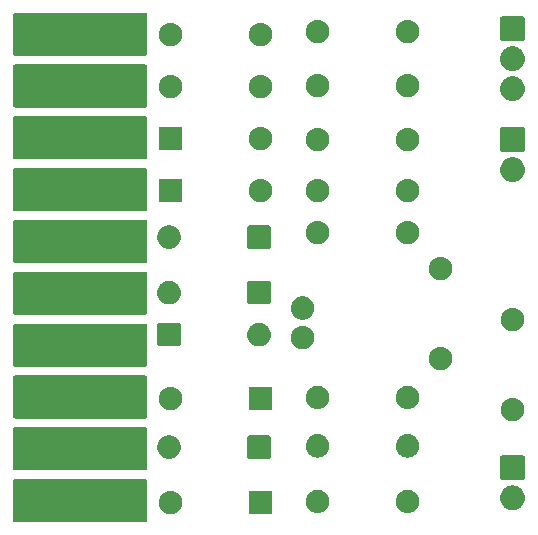
<source format=gbr>
G04 #@! TF.GenerationSoftware,KiCad,Pcbnew,8.0.1*
G04 #@! TF.CreationDate,2024-06-18T23:41:17-04:00*
G04 #@! TF.ProjectId,OdysseyDaughterCardSummer,4f647973-7365-4794-9461-756768746572,1.2*
G04 #@! TF.SameCoordinates,Original*
G04 #@! TF.FileFunction,Soldermask,Bot*
G04 #@! TF.FilePolarity,Negative*
%FSLAX46Y46*%
G04 Gerber Fmt 4.6, Leading zero omitted, Abs format (unit mm)*
G04 Created by KiCad (PCBNEW 8.0.1) date 2024-06-18 23:41:17*
%MOMM*%
%LPD*%
G01*
G04 APERTURE LIST*
G04 APERTURE END LIST*
G36*
X134516043Y-118928183D02*
G01*
X134548727Y-118932486D01*
X134556948Y-118936319D01*
X134576537Y-118940216D01*
X134602480Y-118957551D01*
X134613608Y-118962740D01*
X134620378Y-118969510D01*
X134641421Y-118983571D01*
X134655481Y-119004613D01*
X134662251Y-119011383D01*
X134667438Y-119022508D01*
X134684776Y-119048455D01*
X134688672Y-119068045D01*
X134692505Y-119076264D01*
X134696806Y-119108937D01*
X134700000Y-119124992D01*
X134700000Y-122374992D01*
X134696805Y-122391050D01*
X134692505Y-122423719D01*
X134688673Y-122431936D01*
X134684776Y-122451529D01*
X134667437Y-122477477D01*
X134662251Y-122488600D01*
X134655483Y-122495367D01*
X134641421Y-122516413D01*
X134620375Y-122530475D01*
X134613608Y-122537243D01*
X134602485Y-122542429D01*
X134576537Y-122559768D01*
X134556944Y-122563665D01*
X134548727Y-122567497D01*
X134516056Y-122571798D01*
X134500000Y-122574992D01*
X123500000Y-122574992D01*
X123483943Y-122571798D01*
X123451272Y-122567497D01*
X123443053Y-122563664D01*
X123423463Y-122559768D01*
X123397516Y-122542430D01*
X123386391Y-122537243D01*
X123379621Y-122530473D01*
X123358579Y-122516413D01*
X123344518Y-122495370D01*
X123337748Y-122488600D01*
X123332559Y-122477472D01*
X123315224Y-122451529D01*
X123311327Y-122431940D01*
X123307494Y-122423719D01*
X123303190Y-122391033D01*
X123300000Y-122374992D01*
X123300000Y-119124992D01*
X123303190Y-119108950D01*
X123307494Y-119076264D01*
X123311327Y-119068041D01*
X123315224Y-119048455D01*
X123332557Y-119022513D01*
X123337748Y-119011383D01*
X123344520Y-119004610D01*
X123358579Y-118983571D01*
X123379618Y-118969512D01*
X123386391Y-118962740D01*
X123397521Y-118957549D01*
X123423463Y-118940216D01*
X123443049Y-118936319D01*
X123451272Y-118932486D01*
X123483960Y-118928182D01*
X123500000Y-118924992D01*
X134500000Y-118924992D01*
X134516043Y-118928183D01*
G37*
G36*
X136700724Y-119908799D02*
G01*
X136744218Y-119908799D01*
X136792658Y-119917853D01*
X136847090Y-119923215D01*
X136888438Y-119935757D01*
X136925518Y-119942689D01*
X136976868Y-119962582D01*
X137034683Y-119980120D01*
X137067720Y-119997778D01*
X137097501Y-120009316D01*
X137149245Y-120041354D01*
X137207570Y-120072530D01*
X137232076Y-120092641D01*
X137254311Y-120106409D01*
X137303575Y-120151319D01*
X137359107Y-120196893D01*
X137375563Y-120216945D01*
X137390611Y-120230663D01*
X137434297Y-120288513D01*
X137483470Y-120348430D01*
X137492977Y-120366218D01*
X137501762Y-120377850D01*
X137536713Y-120448040D01*
X137575880Y-120521317D01*
X137580056Y-120535086D01*
X137583972Y-120542949D01*
X137607105Y-120624255D01*
X137632785Y-120708910D01*
X137633628Y-120717473D01*
X137634446Y-120720347D01*
X137642943Y-120812047D01*
X137652000Y-120904000D01*
X137642942Y-120995960D01*
X137634446Y-121087652D01*
X137633628Y-121090524D01*
X137632785Y-121099090D01*
X137607100Y-121183759D01*
X137583972Y-121265050D01*
X137580057Y-121272911D01*
X137575880Y-121286683D01*
X137536705Y-121359972D01*
X137501762Y-121430149D01*
X137492979Y-121441778D01*
X137483470Y-121459570D01*
X137434288Y-121519498D01*
X137390611Y-121577336D01*
X137375566Y-121591050D01*
X137359107Y-121611107D01*
X137303564Y-121656689D01*
X137254311Y-121701590D01*
X137232081Y-121715354D01*
X137207570Y-121735470D01*
X137149233Y-121766651D01*
X137097501Y-121798683D01*
X137067727Y-121810217D01*
X137034683Y-121827880D01*
X136976856Y-121845421D01*
X136925518Y-121865310D01*
X136888445Y-121872240D01*
X136847090Y-121884785D01*
X136792655Y-121890146D01*
X136744218Y-121899201D01*
X136700724Y-121899201D01*
X136652000Y-121904000D01*
X136603276Y-121899201D01*
X136559782Y-121899201D01*
X136511343Y-121890146D01*
X136456910Y-121884785D01*
X136415555Y-121872240D01*
X136378481Y-121865310D01*
X136327139Y-121845419D01*
X136269317Y-121827880D01*
X136236275Y-121810218D01*
X136206498Y-121798683D01*
X136154759Y-121766647D01*
X136096430Y-121735470D01*
X136071921Y-121715356D01*
X136049688Y-121701590D01*
X136000425Y-121656681D01*
X135944893Y-121611107D01*
X135928436Y-121591054D01*
X135913388Y-121577336D01*
X135869699Y-121519482D01*
X135820530Y-121459570D01*
X135811022Y-121441783D01*
X135802237Y-121430149D01*
X135767279Y-121359945D01*
X135728120Y-121286683D01*
X135723943Y-121272916D01*
X135720027Y-121265050D01*
X135696882Y-121183706D01*
X135671215Y-121099090D01*
X135670371Y-121090530D01*
X135669553Y-121087652D01*
X135661040Y-120995788D01*
X135652000Y-120904000D01*
X135661039Y-120812219D01*
X135669553Y-120720347D01*
X135670372Y-120717468D01*
X135671215Y-120708910D01*
X135696878Y-120624308D01*
X135720027Y-120542949D01*
X135723944Y-120535081D01*
X135728120Y-120521317D01*
X135767272Y-120448068D01*
X135802237Y-120377850D01*
X135811024Y-120366213D01*
X135820530Y-120348430D01*
X135869689Y-120288528D01*
X135913388Y-120230663D01*
X135928439Y-120216941D01*
X135944893Y-120196893D01*
X136000414Y-120151327D01*
X136049688Y-120106409D01*
X136071926Y-120092639D01*
X136096430Y-120072530D01*
X136154747Y-120041358D01*
X136206498Y-120009316D01*
X136236282Y-119997777D01*
X136269317Y-119980120D01*
X136327127Y-119962583D01*
X136378481Y-119942689D01*
X136415562Y-119935757D01*
X136456910Y-119923215D01*
X136511340Y-119917853D01*
X136559782Y-119908799D01*
X136603276Y-119908799D01*
X136652000Y-119904000D01*
X136700724Y-119908799D01*
G37*
G36*
X145088043Y-119907191D02*
G01*
X145120727Y-119911494D01*
X145128948Y-119915327D01*
X145148537Y-119919224D01*
X145174480Y-119936559D01*
X145185608Y-119941748D01*
X145192378Y-119948518D01*
X145213421Y-119962579D01*
X145227481Y-119983621D01*
X145234251Y-119990391D01*
X145239438Y-120001516D01*
X145256776Y-120027463D01*
X145260672Y-120047053D01*
X145264505Y-120055272D01*
X145268806Y-120087945D01*
X145272000Y-120104000D01*
X145272000Y-121704000D01*
X145268805Y-121720058D01*
X145264505Y-121752727D01*
X145260673Y-121760944D01*
X145256776Y-121780537D01*
X145239437Y-121806485D01*
X145234251Y-121817608D01*
X145227483Y-121824375D01*
X145213421Y-121845421D01*
X145192375Y-121859483D01*
X145185608Y-121866251D01*
X145174485Y-121871437D01*
X145148537Y-121888776D01*
X145128944Y-121892673D01*
X145120727Y-121896505D01*
X145088056Y-121900806D01*
X145072000Y-121904000D01*
X143472000Y-121904000D01*
X143455943Y-121900806D01*
X143423272Y-121896505D01*
X143415053Y-121892672D01*
X143395463Y-121888776D01*
X143369516Y-121871438D01*
X143358391Y-121866251D01*
X143351621Y-121859481D01*
X143330579Y-121845421D01*
X143316518Y-121824378D01*
X143309748Y-121817608D01*
X143304559Y-121806480D01*
X143287224Y-121780537D01*
X143283327Y-121760948D01*
X143279494Y-121752727D01*
X143275190Y-121720041D01*
X143272000Y-121704000D01*
X143272000Y-120104000D01*
X143275190Y-120087958D01*
X143279494Y-120055272D01*
X143283327Y-120047049D01*
X143287224Y-120027463D01*
X143304557Y-120001521D01*
X143309748Y-119990391D01*
X143316520Y-119983618D01*
X143330579Y-119962579D01*
X143351618Y-119948520D01*
X143358391Y-119941748D01*
X143369521Y-119936557D01*
X143395463Y-119919224D01*
X143415049Y-119915327D01*
X143423272Y-119911494D01*
X143455960Y-119907190D01*
X143472000Y-119904000D01*
X145072000Y-119904000D01*
X145088043Y-119907191D01*
G37*
G36*
X149146724Y-119808799D02*
G01*
X149190218Y-119808799D01*
X149238658Y-119817853D01*
X149293090Y-119823215D01*
X149334438Y-119835757D01*
X149371518Y-119842689D01*
X149422868Y-119862582D01*
X149480683Y-119880120D01*
X149513720Y-119897778D01*
X149543501Y-119909316D01*
X149595245Y-119941354D01*
X149653570Y-119972530D01*
X149678076Y-119992641D01*
X149700311Y-120006409D01*
X149749575Y-120051319D01*
X149805107Y-120096893D01*
X149821563Y-120116945D01*
X149836611Y-120130663D01*
X149880297Y-120188513D01*
X149929470Y-120248430D01*
X149938977Y-120266218D01*
X149947762Y-120277850D01*
X149982713Y-120348040D01*
X150021880Y-120421317D01*
X150026056Y-120435086D01*
X150029972Y-120442949D01*
X150053105Y-120524255D01*
X150078785Y-120608910D01*
X150079628Y-120617473D01*
X150080446Y-120620347D01*
X150088943Y-120712047D01*
X150098000Y-120804000D01*
X150088942Y-120895960D01*
X150080446Y-120987652D01*
X150079628Y-120990524D01*
X150078785Y-120999090D01*
X150053100Y-121083759D01*
X150029972Y-121165050D01*
X150026057Y-121172911D01*
X150021880Y-121186683D01*
X149982705Y-121259972D01*
X149947762Y-121330149D01*
X149938979Y-121341778D01*
X149929470Y-121359570D01*
X149880288Y-121419498D01*
X149836611Y-121477336D01*
X149821566Y-121491050D01*
X149805107Y-121511107D01*
X149749564Y-121556689D01*
X149700311Y-121601590D01*
X149678081Y-121615354D01*
X149653570Y-121635470D01*
X149595233Y-121666651D01*
X149543501Y-121698683D01*
X149513727Y-121710217D01*
X149480683Y-121727880D01*
X149422856Y-121745421D01*
X149371518Y-121765310D01*
X149334445Y-121772240D01*
X149293090Y-121784785D01*
X149238655Y-121790146D01*
X149190218Y-121799201D01*
X149146724Y-121799201D01*
X149098000Y-121804000D01*
X149049276Y-121799201D01*
X149005782Y-121799201D01*
X148957343Y-121790146D01*
X148902910Y-121784785D01*
X148861555Y-121772240D01*
X148824481Y-121765310D01*
X148773139Y-121745419D01*
X148715317Y-121727880D01*
X148682275Y-121710218D01*
X148652498Y-121698683D01*
X148600759Y-121666647D01*
X148542430Y-121635470D01*
X148517921Y-121615356D01*
X148495688Y-121601590D01*
X148446425Y-121556681D01*
X148390893Y-121511107D01*
X148374436Y-121491054D01*
X148359388Y-121477336D01*
X148315699Y-121419482D01*
X148266530Y-121359570D01*
X148257022Y-121341783D01*
X148248237Y-121330149D01*
X148213279Y-121259945D01*
X148174120Y-121186683D01*
X148169943Y-121172916D01*
X148166027Y-121165050D01*
X148142882Y-121083706D01*
X148117215Y-120999090D01*
X148116371Y-120990530D01*
X148115553Y-120987652D01*
X148107040Y-120895788D01*
X148098000Y-120804000D01*
X148107039Y-120712219D01*
X148115553Y-120620347D01*
X148116372Y-120617468D01*
X148117215Y-120608910D01*
X148142878Y-120524308D01*
X148166027Y-120442949D01*
X148169944Y-120435081D01*
X148174120Y-120421317D01*
X148213272Y-120348068D01*
X148248237Y-120277850D01*
X148257024Y-120266213D01*
X148266530Y-120248430D01*
X148315689Y-120188528D01*
X148359388Y-120130663D01*
X148374439Y-120116941D01*
X148390893Y-120096893D01*
X148446414Y-120051327D01*
X148495688Y-120006409D01*
X148517926Y-119992639D01*
X148542430Y-119972530D01*
X148600747Y-119941358D01*
X148652498Y-119909316D01*
X148682282Y-119897777D01*
X148715317Y-119880120D01*
X148773127Y-119862583D01*
X148824481Y-119842689D01*
X148861562Y-119835757D01*
X148902910Y-119823215D01*
X148957340Y-119817853D01*
X149005782Y-119808799D01*
X149049276Y-119808799D01*
X149098000Y-119804000D01*
X149146724Y-119808799D01*
G37*
G36*
X156766724Y-119808799D02*
G01*
X156810218Y-119808799D01*
X156858658Y-119817853D01*
X156913090Y-119823215D01*
X156954438Y-119835757D01*
X156991518Y-119842689D01*
X157042868Y-119862582D01*
X157100683Y-119880120D01*
X157133720Y-119897778D01*
X157163501Y-119909316D01*
X157215245Y-119941354D01*
X157273570Y-119972530D01*
X157298076Y-119992641D01*
X157320311Y-120006409D01*
X157369575Y-120051319D01*
X157425107Y-120096893D01*
X157441563Y-120116945D01*
X157456611Y-120130663D01*
X157500297Y-120188513D01*
X157549470Y-120248430D01*
X157558977Y-120266218D01*
X157567762Y-120277850D01*
X157602713Y-120348040D01*
X157641880Y-120421317D01*
X157646056Y-120435086D01*
X157649972Y-120442949D01*
X157673105Y-120524255D01*
X157698785Y-120608910D01*
X157699628Y-120617473D01*
X157700446Y-120620347D01*
X157708943Y-120712047D01*
X157718000Y-120804000D01*
X157708942Y-120895960D01*
X157700446Y-120987652D01*
X157699628Y-120990524D01*
X157698785Y-120999090D01*
X157673100Y-121083759D01*
X157649972Y-121165050D01*
X157646057Y-121172911D01*
X157641880Y-121186683D01*
X157602705Y-121259972D01*
X157567762Y-121330149D01*
X157558979Y-121341778D01*
X157549470Y-121359570D01*
X157500288Y-121419498D01*
X157456611Y-121477336D01*
X157441566Y-121491050D01*
X157425107Y-121511107D01*
X157369564Y-121556689D01*
X157320311Y-121601590D01*
X157298081Y-121615354D01*
X157273570Y-121635470D01*
X157215233Y-121666651D01*
X157163501Y-121698683D01*
X157133727Y-121710217D01*
X157100683Y-121727880D01*
X157042856Y-121745421D01*
X156991518Y-121765310D01*
X156954445Y-121772240D01*
X156913090Y-121784785D01*
X156858655Y-121790146D01*
X156810218Y-121799201D01*
X156766724Y-121799201D01*
X156718000Y-121804000D01*
X156669276Y-121799201D01*
X156625782Y-121799201D01*
X156577343Y-121790146D01*
X156522910Y-121784785D01*
X156481555Y-121772240D01*
X156444481Y-121765310D01*
X156393139Y-121745419D01*
X156335317Y-121727880D01*
X156302275Y-121710218D01*
X156272498Y-121698683D01*
X156220759Y-121666647D01*
X156162430Y-121635470D01*
X156137921Y-121615356D01*
X156115688Y-121601590D01*
X156066425Y-121556681D01*
X156010893Y-121511107D01*
X155994436Y-121491054D01*
X155979388Y-121477336D01*
X155935699Y-121419482D01*
X155886530Y-121359570D01*
X155877022Y-121341783D01*
X155868237Y-121330149D01*
X155833279Y-121259945D01*
X155794120Y-121186683D01*
X155789943Y-121172916D01*
X155786027Y-121165050D01*
X155762882Y-121083706D01*
X155737215Y-120999090D01*
X155736371Y-120990530D01*
X155735553Y-120987652D01*
X155727040Y-120895788D01*
X155718000Y-120804000D01*
X155727039Y-120712219D01*
X155735553Y-120620347D01*
X155736372Y-120617468D01*
X155737215Y-120608910D01*
X155762878Y-120524308D01*
X155786027Y-120442949D01*
X155789944Y-120435081D01*
X155794120Y-120421317D01*
X155833272Y-120348068D01*
X155868237Y-120277850D01*
X155877024Y-120266213D01*
X155886530Y-120248430D01*
X155935689Y-120188528D01*
X155979388Y-120130663D01*
X155994439Y-120116941D01*
X156010893Y-120096893D01*
X156066414Y-120051327D01*
X156115688Y-120006409D01*
X156137926Y-119992639D01*
X156162430Y-119972530D01*
X156220747Y-119941358D01*
X156272498Y-119909316D01*
X156302282Y-119897777D01*
X156335317Y-119880120D01*
X156393127Y-119862583D01*
X156444481Y-119842689D01*
X156481562Y-119835757D01*
X156522910Y-119823215D01*
X156577340Y-119817853D01*
X156625782Y-119808799D01*
X156669276Y-119808799D01*
X156718000Y-119804000D01*
X156766724Y-119808799D01*
G37*
G36*
X165658889Y-119449012D02*
G01*
X165704830Y-119449012D01*
X165755988Y-119458575D01*
X165812845Y-119464175D01*
X165856042Y-119477278D01*
X165895202Y-119484599D01*
X165949438Y-119505609D01*
X166009818Y-119523926D01*
X166044315Y-119542365D01*
X166075786Y-119554557D01*
X166130469Y-119588415D01*
X166191349Y-119620957D01*
X166216929Y-119641950D01*
X166240442Y-119656509D01*
X166292546Y-119704008D01*
X166350462Y-119751538D01*
X166367621Y-119772446D01*
X166383564Y-119786980D01*
X166429838Y-119848258D01*
X166481043Y-119910651D01*
X166490947Y-119929180D01*
X166500273Y-119941530D01*
X166537372Y-120016034D01*
X166578074Y-120092182D01*
X166582415Y-120106492D01*
X166586596Y-120114889D01*
X166611295Y-120201697D01*
X166637825Y-120289155D01*
X166638696Y-120298003D01*
X166639594Y-120301158D01*
X166648933Y-120401944D01*
X166658000Y-120494000D01*
X166648932Y-120586063D01*
X166639594Y-120686841D01*
X166638696Y-120689994D01*
X166637825Y-120698845D01*
X166611290Y-120786317D01*
X166586596Y-120873110D01*
X166582415Y-120881504D01*
X166578074Y-120895818D01*
X166537364Y-120971979D01*
X166500273Y-121046469D01*
X166490949Y-121058815D01*
X166481043Y-121077349D01*
X166429829Y-121139752D01*
X166383564Y-121201019D01*
X166367624Y-121215549D01*
X166350462Y-121236462D01*
X166292535Y-121284000D01*
X166240442Y-121331490D01*
X166216934Y-121346045D01*
X166191349Y-121367043D01*
X166130457Y-121399590D01*
X166075786Y-121433442D01*
X166044321Y-121445631D01*
X166009818Y-121464074D01*
X165949426Y-121482393D01*
X165895202Y-121503400D01*
X165856049Y-121510719D01*
X165812845Y-121523825D01*
X165755985Y-121529425D01*
X165704830Y-121538988D01*
X165658889Y-121538988D01*
X165608000Y-121544000D01*
X165557111Y-121538988D01*
X165511170Y-121538988D01*
X165460014Y-121529424D01*
X165403155Y-121523825D01*
X165359952Y-121510719D01*
X165320797Y-121503400D01*
X165266569Y-121482392D01*
X165206182Y-121464074D01*
X165171680Y-121445632D01*
X165140213Y-121433442D01*
X165085535Y-121399586D01*
X165024651Y-121367043D01*
X164999068Y-121346047D01*
X164975557Y-121331490D01*
X164923454Y-121283992D01*
X164865538Y-121236462D01*
X164848378Y-121215553D01*
X164832435Y-121201019D01*
X164786158Y-121139737D01*
X164734957Y-121077349D01*
X164725053Y-121058820D01*
X164715726Y-121046469D01*
X164678620Y-120971951D01*
X164637926Y-120895818D01*
X164633585Y-120881509D01*
X164629403Y-120873110D01*
X164604693Y-120786264D01*
X164578175Y-120698845D01*
X164577303Y-120690000D01*
X164576405Y-120686841D01*
X164567050Y-120585891D01*
X164558000Y-120494000D01*
X164567049Y-120402116D01*
X164576405Y-120301158D01*
X164577304Y-120297998D01*
X164578175Y-120289155D01*
X164604688Y-120201750D01*
X164629403Y-120114889D01*
X164633586Y-120106487D01*
X164637926Y-120092182D01*
X164678613Y-120016061D01*
X164715726Y-119941530D01*
X164725054Y-119929176D01*
X164734957Y-119910651D01*
X164786148Y-119848274D01*
X164832435Y-119786980D01*
X164848381Y-119772442D01*
X164865538Y-119751538D01*
X164923443Y-119704016D01*
X164975557Y-119656509D01*
X164999073Y-119641948D01*
X165024651Y-119620957D01*
X165085523Y-119588419D01*
X165140213Y-119554557D01*
X165171687Y-119542363D01*
X165206182Y-119523926D01*
X165266557Y-119505611D01*
X165320797Y-119484599D01*
X165359959Y-119477278D01*
X165403155Y-119464175D01*
X165460011Y-119458575D01*
X165511170Y-119449012D01*
X165557111Y-119449012D01*
X165608000Y-119444000D01*
X165658889Y-119449012D01*
G37*
G36*
X166474043Y-116907191D02*
G01*
X166506727Y-116911494D01*
X166514948Y-116915327D01*
X166534537Y-116919224D01*
X166560480Y-116936559D01*
X166571608Y-116941748D01*
X166578378Y-116948518D01*
X166599421Y-116962579D01*
X166613481Y-116983621D01*
X166620251Y-116990391D01*
X166625438Y-117001516D01*
X166642776Y-117027463D01*
X166646672Y-117047053D01*
X166650505Y-117055272D01*
X166654806Y-117087945D01*
X166658000Y-117104000D01*
X166658000Y-118804000D01*
X166654805Y-118820058D01*
X166650505Y-118852727D01*
X166646673Y-118860944D01*
X166642776Y-118880537D01*
X166625437Y-118906485D01*
X166620251Y-118917608D01*
X166613483Y-118924375D01*
X166599421Y-118945421D01*
X166578375Y-118959483D01*
X166571608Y-118966251D01*
X166560485Y-118971437D01*
X166534537Y-118988776D01*
X166514944Y-118992673D01*
X166506727Y-118996505D01*
X166474056Y-119000806D01*
X166458000Y-119004000D01*
X164758000Y-119004000D01*
X164741943Y-119000806D01*
X164709272Y-118996505D01*
X164701053Y-118992672D01*
X164681463Y-118988776D01*
X164655516Y-118971438D01*
X164644391Y-118966251D01*
X164637621Y-118959481D01*
X164616579Y-118945421D01*
X164602518Y-118924378D01*
X164595748Y-118917608D01*
X164590559Y-118906480D01*
X164573224Y-118880537D01*
X164569327Y-118860948D01*
X164565494Y-118852727D01*
X164561190Y-118820041D01*
X164558000Y-118804000D01*
X164558000Y-117104000D01*
X164561190Y-117087958D01*
X164565494Y-117055272D01*
X164569327Y-117047049D01*
X164573224Y-117027463D01*
X164590557Y-117001521D01*
X164595748Y-116990391D01*
X164602520Y-116983618D01*
X164616579Y-116962579D01*
X164637618Y-116948520D01*
X164644391Y-116941748D01*
X164655521Y-116936557D01*
X164681463Y-116919224D01*
X164701049Y-116915327D01*
X164709272Y-116911494D01*
X164741960Y-116907190D01*
X164758000Y-116904000D01*
X166458000Y-116904000D01*
X166474043Y-116907191D01*
G37*
G36*
X134516043Y-114539295D02*
G01*
X134548727Y-114543598D01*
X134556948Y-114547431D01*
X134576537Y-114551328D01*
X134602480Y-114568663D01*
X134613608Y-114573852D01*
X134620378Y-114580622D01*
X134641421Y-114594683D01*
X134655481Y-114615725D01*
X134662251Y-114622495D01*
X134667438Y-114633620D01*
X134684776Y-114659567D01*
X134688672Y-114679157D01*
X134692505Y-114687376D01*
X134696806Y-114720049D01*
X134700000Y-114736104D01*
X134700000Y-117986104D01*
X134696805Y-118002162D01*
X134692505Y-118034831D01*
X134688673Y-118043048D01*
X134684776Y-118062641D01*
X134667437Y-118088589D01*
X134662251Y-118099712D01*
X134655483Y-118106479D01*
X134641421Y-118127525D01*
X134620375Y-118141587D01*
X134613608Y-118148355D01*
X134602485Y-118153541D01*
X134576537Y-118170880D01*
X134556944Y-118174777D01*
X134548727Y-118178609D01*
X134516056Y-118182910D01*
X134500000Y-118186104D01*
X123500000Y-118186104D01*
X123483943Y-118182910D01*
X123451272Y-118178609D01*
X123443053Y-118174776D01*
X123423463Y-118170880D01*
X123397516Y-118153542D01*
X123386391Y-118148355D01*
X123379621Y-118141585D01*
X123358579Y-118127525D01*
X123344518Y-118106482D01*
X123337748Y-118099712D01*
X123332559Y-118088584D01*
X123315224Y-118062641D01*
X123311327Y-118043052D01*
X123307494Y-118034831D01*
X123303190Y-118002145D01*
X123300000Y-117986104D01*
X123300000Y-114736104D01*
X123303190Y-114720062D01*
X123307494Y-114687376D01*
X123311327Y-114679153D01*
X123315224Y-114659567D01*
X123332557Y-114633625D01*
X123337748Y-114622495D01*
X123344520Y-114615722D01*
X123358579Y-114594683D01*
X123379618Y-114580624D01*
X123386391Y-114573852D01*
X123397521Y-114568661D01*
X123423463Y-114551328D01*
X123443049Y-114547431D01*
X123451272Y-114543598D01*
X123483960Y-114539294D01*
X123500000Y-114536104D01*
X134500000Y-114536104D01*
X134516043Y-114539295D01*
G37*
G36*
X136573724Y-115209799D02*
G01*
X136617218Y-115209799D01*
X136665658Y-115218853D01*
X136720090Y-115224215D01*
X136761438Y-115236757D01*
X136798518Y-115243689D01*
X136849868Y-115263582D01*
X136907683Y-115281120D01*
X136940720Y-115298778D01*
X136970501Y-115310316D01*
X137022245Y-115342354D01*
X137080570Y-115373530D01*
X137105076Y-115393641D01*
X137127311Y-115407409D01*
X137176575Y-115452319D01*
X137232107Y-115497893D01*
X137248563Y-115517945D01*
X137263611Y-115531663D01*
X137307297Y-115589513D01*
X137356470Y-115649430D01*
X137365977Y-115667218D01*
X137374762Y-115678850D01*
X137409713Y-115749040D01*
X137448880Y-115822317D01*
X137453056Y-115836086D01*
X137456972Y-115843949D01*
X137480105Y-115925255D01*
X137505785Y-116009910D01*
X137506628Y-116018473D01*
X137507446Y-116021347D01*
X137515943Y-116113047D01*
X137525000Y-116205000D01*
X137515942Y-116296960D01*
X137507446Y-116388652D01*
X137506628Y-116391524D01*
X137505785Y-116400090D01*
X137480100Y-116484759D01*
X137456972Y-116566050D01*
X137453057Y-116573911D01*
X137448880Y-116587683D01*
X137409705Y-116660972D01*
X137374762Y-116731149D01*
X137365979Y-116742778D01*
X137356470Y-116760570D01*
X137307288Y-116820498D01*
X137263611Y-116878336D01*
X137248566Y-116892050D01*
X137232107Y-116912107D01*
X137176564Y-116957689D01*
X137127311Y-117002590D01*
X137105081Y-117016354D01*
X137080570Y-117036470D01*
X137022233Y-117067651D01*
X136970501Y-117099683D01*
X136940727Y-117111217D01*
X136907683Y-117128880D01*
X136849856Y-117146421D01*
X136798518Y-117166310D01*
X136761445Y-117173240D01*
X136720090Y-117185785D01*
X136665655Y-117191146D01*
X136617218Y-117200201D01*
X136573724Y-117200201D01*
X136525000Y-117205000D01*
X136476276Y-117200201D01*
X136432782Y-117200201D01*
X136384343Y-117191146D01*
X136329910Y-117185785D01*
X136288555Y-117173240D01*
X136251481Y-117166310D01*
X136200139Y-117146419D01*
X136142317Y-117128880D01*
X136109275Y-117111218D01*
X136079498Y-117099683D01*
X136027759Y-117067647D01*
X135969430Y-117036470D01*
X135944921Y-117016356D01*
X135922688Y-117002590D01*
X135873425Y-116957681D01*
X135817893Y-116912107D01*
X135801436Y-116892054D01*
X135786388Y-116878336D01*
X135742699Y-116820482D01*
X135693530Y-116760570D01*
X135684022Y-116742783D01*
X135675237Y-116731149D01*
X135640279Y-116660945D01*
X135601120Y-116587683D01*
X135596943Y-116573916D01*
X135593027Y-116566050D01*
X135569882Y-116484706D01*
X135544215Y-116400090D01*
X135543371Y-116391530D01*
X135542553Y-116388652D01*
X135534040Y-116296788D01*
X135525000Y-116205000D01*
X135534039Y-116113219D01*
X135542553Y-116021347D01*
X135543372Y-116018468D01*
X135544215Y-116009910D01*
X135569878Y-115925308D01*
X135593027Y-115843949D01*
X135596944Y-115836081D01*
X135601120Y-115822317D01*
X135640272Y-115749068D01*
X135675237Y-115678850D01*
X135684024Y-115667213D01*
X135693530Y-115649430D01*
X135742689Y-115589528D01*
X135786388Y-115531663D01*
X135801439Y-115517941D01*
X135817893Y-115497893D01*
X135873414Y-115452327D01*
X135922688Y-115407409D01*
X135944926Y-115393639D01*
X135969430Y-115373530D01*
X136027747Y-115342358D01*
X136079498Y-115310316D01*
X136109282Y-115298777D01*
X136142317Y-115281120D01*
X136200127Y-115263583D01*
X136251481Y-115243689D01*
X136288562Y-115236757D01*
X136329910Y-115224215D01*
X136384340Y-115218853D01*
X136432782Y-115209799D01*
X136476276Y-115209799D01*
X136525000Y-115205000D01*
X136573724Y-115209799D01*
G37*
G36*
X144961043Y-115208191D02*
G01*
X144993727Y-115212494D01*
X145001948Y-115216327D01*
X145021537Y-115220224D01*
X145047480Y-115237559D01*
X145058608Y-115242748D01*
X145065378Y-115249518D01*
X145086421Y-115263579D01*
X145100481Y-115284621D01*
X145107251Y-115291391D01*
X145112438Y-115302516D01*
X145129776Y-115328463D01*
X145133672Y-115348053D01*
X145137505Y-115356272D01*
X145141806Y-115388945D01*
X145145000Y-115405000D01*
X145145000Y-117005000D01*
X145141805Y-117021058D01*
X145137505Y-117053727D01*
X145133673Y-117061944D01*
X145129776Y-117081537D01*
X145112437Y-117107485D01*
X145107251Y-117118608D01*
X145100483Y-117125375D01*
X145086421Y-117146421D01*
X145065375Y-117160483D01*
X145058608Y-117167251D01*
X145047485Y-117172437D01*
X145021537Y-117189776D01*
X145001944Y-117193673D01*
X144993727Y-117197505D01*
X144961056Y-117201806D01*
X144945000Y-117205000D01*
X143345000Y-117205000D01*
X143328943Y-117201806D01*
X143296272Y-117197505D01*
X143288053Y-117193672D01*
X143268463Y-117189776D01*
X143242516Y-117172438D01*
X143231391Y-117167251D01*
X143224621Y-117160481D01*
X143203579Y-117146421D01*
X143189518Y-117125378D01*
X143182748Y-117118608D01*
X143177559Y-117107480D01*
X143160224Y-117081537D01*
X143156327Y-117061948D01*
X143152494Y-117053727D01*
X143148190Y-117021041D01*
X143145000Y-117005000D01*
X143145000Y-115405000D01*
X143148190Y-115388958D01*
X143152494Y-115356272D01*
X143156327Y-115348049D01*
X143160224Y-115328463D01*
X143177557Y-115302521D01*
X143182748Y-115291391D01*
X143189520Y-115284618D01*
X143203579Y-115263579D01*
X143224618Y-115249520D01*
X143231391Y-115242748D01*
X143242521Y-115237557D01*
X143268463Y-115220224D01*
X143288049Y-115216327D01*
X143296272Y-115212494D01*
X143328960Y-115208190D01*
X143345000Y-115205000D01*
X144945000Y-115205000D01*
X144961043Y-115208191D01*
G37*
G36*
X149146724Y-115109799D02*
G01*
X149190218Y-115109799D01*
X149238658Y-115118853D01*
X149293090Y-115124215D01*
X149334438Y-115136757D01*
X149371518Y-115143689D01*
X149422868Y-115163582D01*
X149480683Y-115181120D01*
X149513720Y-115198778D01*
X149543501Y-115210316D01*
X149595245Y-115242354D01*
X149653570Y-115273530D01*
X149678076Y-115293641D01*
X149700311Y-115307409D01*
X149749575Y-115352319D01*
X149805107Y-115397893D01*
X149821563Y-115417945D01*
X149836611Y-115431663D01*
X149880297Y-115489513D01*
X149929470Y-115549430D01*
X149938977Y-115567218D01*
X149947762Y-115578850D01*
X149982713Y-115649040D01*
X150021880Y-115722317D01*
X150026056Y-115736086D01*
X150029972Y-115743949D01*
X150053105Y-115825255D01*
X150078785Y-115909910D01*
X150079628Y-115918473D01*
X150080446Y-115921347D01*
X150088943Y-116013047D01*
X150098000Y-116105000D01*
X150088942Y-116196960D01*
X150080446Y-116288652D01*
X150079628Y-116291524D01*
X150078785Y-116300090D01*
X150053100Y-116384759D01*
X150029972Y-116466050D01*
X150026057Y-116473911D01*
X150021880Y-116487683D01*
X149982705Y-116560972D01*
X149947762Y-116631149D01*
X149938979Y-116642778D01*
X149929470Y-116660570D01*
X149880288Y-116720498D01*
X149836611Y-116778336D01*
X149821566Y-116792050D01*
X149805107Y-116812107D01*
X149749564Y-116857689D01*
X149700311Y-116902590D01*
X149678081Y-116916354D01*
X149653570Y-116936470D01*
X149595233Y-116967651D01*
X149543501Y-116999683D01*
X149513727Y-117011217D01*
X149480683Y-117028880D01*
X149422856Y-117046421D01*
X149371518Y-117066310D01*
X149334445Y-117073240D01*
X149293090Y-117085785D01*
X149238655Y-117091146D01*
X149190218Y-117100201D01*
X149146724Y-117100201D01*
X149098000Y-117105000D01*
X149049276Y-117100201D01*
X149005782Y-117100201D01*
X148957343Y-117091146D01*
X148902910Y-117085785D01*
X148861555Y-117073240D01*
X148824481Y-117066310D01*
X148773139Y-117046419D01*
X148715317Y-117028880D01*
X148682275Y-117011218D01*
X148652498Y-116999683D01*
X148600759Y-116967647D01*
X148542430Y-116936470D01*
X148517921Y-116916356D01*
X148495688Y-116902590D01*
X148446425Y-116857681D01*
X148390893Y-116812107D01*
X148374436Y-116792054D01*
X148359388Y-116778336D01*
X148315699Y-116720482D01*
X148266530Y-116660570D01*
X148257022Y-116642783D01*
X148248237Y-116631149D01*
X148213279Y-116560945D01*
X148174120Y-116487683D01*
X148169943Y-116473916D01*
X148166027Y-116466050D01*
X148142882Y-116384706D01*
X148117215Y-116300090D01*
X148116371Y-116291530D01*
X148115553Y-116288652D01*
X148107040Y-116196788D01*
X148098000Y-116105000D01*
X148107039Y-116013219D01*
X148115553Y-115921347D01*
X148116372Y-115918468D01*
X148117215Y-115909910D01*
X148142878Y-115825308D01*
X148166027Y-115743949D01*
X148169944Y-115736081D01*
X148174120Y-115722317D01*
X148213272Y-115649068D01*
X148248237Y-115578850D01*
X148257024Y-115567213D01*
X148266530Y-115549430D01*
X148315689Y-115489528D01*
X148359388Y-115431663D01*
X148374439Y-115417941D01*
X148390893Y-115397893D01*
X148446414Y-115352327D01*
X148495688Y-115307409D01*
X148517926Y-115293639D01*
X148542430Y-115273530D01*
X148600747Y-115242358D01*
X148652498Y-115210316D01*
X148682282Y-115198777D01*
X148715317Y-115181120D01*
X148773127Y-115163583D01*
X148824481Y-115143689D01*
X148861562Y-115136757D01*
X148902910Y-115124215D01*
X148957340Y-115118853D01*
X149005782Y-115109799D01*
X149049276Y-115109799D01*
X149098000Y-115105000D01*
X149146724Y-115109799D01*
G37*
G36*
X156766724Y-115109799D02*
G01*
X156810218Y-115109799D01*
X156858658Y-115118853D01*
X156913090Y-115124215D01*
X156954438Y-115136757D01*
X156991518Y-115143689D01*
X157042868Y-115163582D01*
X157100683Y-115181120D01*
X157133720Y-115198778D01*
X157163501Y-115210316D01*
X157215245Y-115242354D01*
X157273570Y-115273530D01*
X157298076Y-115293641D01*
X157320311Y-115307409D01*
X157369575Y-115352319D01*
X157425107Y-115397893D01*
X157441563Y-115417945D01*
X157456611Y-115431663D01*
X157500297Y-115489513D01*
X157549470Y-115549430D01*
X157558977Y-115567218D01*
X157567762Y-115578850D01*
X157602713Y-115649040D01*
X157641880Y-115722317D01*
X157646056Y-115736086D01*
X157649972Y-115743949D01*
X157673105Y-115825255D01*
X157698785Y-115909910D01*
X157699628Y-115918473D01*
X157700446Y-115921347D01*
X157708943Y-116013047D01*
X157718000Y-116105000D01*
X157708942Y-116196960D01*
X157700446Y-116288652D01*
X157699628Y-116291524D01*
X157698785Y-116300090D01*
X157673100Y-116384759D01*
X157649972Y-116466050D01*
X157646057Y-116473911D01*
X157641880Y-116487683D01*
X157602705Y-116560972D01*
X157567762Y-116631149D01*
X157558979Y-116642778D01*
X157549470Y-116660570D01*
X157500288Y-116720498D01*
X157456611Y-116778336D01*
X157441566Y-116792050D01*
X157425107Y-116812107D01*
X157369564Y-116857689D01*
X157320311Y-116902590D01*
X157298081Y-116916354D01*
X157273570Y-116936470D01*
X157215233Y-116967651D01*
X157163501Y-116999683D01*
X157133727Y-117011217D01*
X157100683Y-117028880D01*
X157042856Y-117046421D01*
X156991518Y-117066310D01*
X156954445Y-117073240D01*
X156913090Y-117085785D01*
X156858655Y-117091146D01*
X156810218Y-117100201D01*
X156766724Y-117100201D01*
X156718000Y-117105000D01*
X156669276Y-117100201D01*
X156625782Y-117100201D01*
X156577343Y-117091146D01*
X156522910Y-117085785D01*
X156481555Y-117073240D01*
X156444481Y-117066310D01*
X156393139Y-117046419D01*
X156335317Y-117028880D01*
X156302275Y-117011218D01*
X156272498Y-116999683D01*
X156220759Y-116967647D01*
X156162430Y-116936470D01*
X156137921Y-116916356D01*
X156115688Y-116902590D01*
X156066425Y-116857681D01*
X156010893Y-116812107D01*
X155994436Y-116792054D01*
X155979388Y-116778336D01*
X155935699Y-116720482D01*
X155886530Y-116660570D01*
X155877022Y-116642783D01*
X155868237Y-116631149D01*
X155833279Y-116560945D01*
X155794120Y-116487683D01*
X155789943Y-116473916D01*
X155786027Y-116466050D01*
X155762882Y-116384706D01*
X155737215Y-116300090D01*
X155736371Y-116291530D01*
X155735553Y-116288652D01*
X155727040Y-116196788D01*
X155718000Y-116105000D01*
X155727039Y-116013219D01*
X155735553Y-115921347D01*
X155736372Y-115918468D01*
X155737215Y-115909910D01*
X155762878Y-115825308D01*
X155786027Y-115743949D01*
X155789944Y-115736081D01*
X155794120Y-115722317D01*
X155833272Y-115649068D01*
X155868237Y-115578850D01*
X155877024Y-115567213D01*
X155886530Y-115549430D01*
X155935689Y-115489528D01*
X155979388Y-115431663D01*
X155994439Y-115417941D01*
X156010893Y-115397893D01*
X156066414Y-115352327D01*
X156115688Y-115307409D01*
X156137926Y-115293639D01*
X156162430Y-115273530D01*
X156220747Y-115242358D01*
X156272498Y-115210316D01*
X156302282Y-115198777D01*
X156335317Y-115181120D01*
X156393127Y-115163583D01*
X156444481Y-115143689D01*
X156481562Y-115136757D01*
X156522910Y-115124215D01*
X156577340Y-115118853D01*
X156625782Y-115109799D01*
X156669276Y-115109799D01*
X156718000Y-115105000D01*
X156766724Y-115109799D01*
G37*
G36*
X165656724Y-112034799D02*
G01*
X165700218Y-112034799D01*
X165748658Y-112043853D01*
X165803090Y-112049215D01*
X165844438Y-112061757D01*
X165881518Y-112068689D01*
X165932868Y-112088582D01*
X165990683Y-112106120D01*
X166023720Y-112123778D01*
X166053501Y-112135316D01*
X166105245Y-112167354D01*
X166163570Y-112198530D01*
X166188076Y-112218641D01*
X166210311Y-112232409D01*
X166259575Y-112277319D01*
X166315107Y-112322893D01*
X166331563Y-112342945D01*
X166346611Y-112356663D01*
X166390297Y-112414513D01*
X166439470Y-112474430D01*
X166448977Y-112492218D01*
X166457762Y-112503850D01*
X166492713Y-112574040D01*
X166531880Y-112647317D01*
X166536056Y-112661086D01*
X166539972Y-112668949D01*
X166563105Y-112750255D01*
X166588785Y-112834910D01*
X166589628Y-112843473D01*
X166590446Y-112846347D01*
X166598943Y-112938047D01*
X166608000Y-113030000D01*
X166598942Y-113121960D01*
X166590446Y-113213652D01*
X166589628Y-113216524D01*
X166588785Y-113225090D01*
X166563100Y-113309759D01*
X166539972Y-113391050D01*
X166536057Y-113398911D01*
X166531880Y-113412683D01*
X166492705Y-113485972D01*
X166457762Y-113556149D01*
X166448979Y-113567778D01*
X166439470Y-113585570D01*
X166390288Y-113645498D01*
X166346611Y-113703336D01*
X166331566Y-113717050D01*
X166315107Y-113737107D01*
X166259564Y-113782689D01*
X166210311Y-113827590D01*
X166188081Y-113841354D01*
X166163570Y-113861470D01*
X166105233Y-113892651D01*
X166053501Y-113924683D01*
X166023727Y-113936217D01*
X165990683Y-113953880D01*
X165932856Y-113971421D01*
X165881518Y-113991310D01*
X165844445Y-113998240D01*
X165803090Y-114010785D01*
X165748655Y-114016146D01*
X165700218Y-114025201D01*
X165656724Y-114025201D01*
X165608000Y-114030000D01*
X165559276Y-114025201D01*
X165515782Y-114025201D01*
X165467343Y-114016146D01*
X165412910Y-114010785D01*
X165371555Y-113998240D01*
X165334481Y-113991310D01*
X165283139Y-113971419D01*
X165225317Y-113953880D01*
X165192275Y-113936218D01*
X165162498Y-113924683D01*
X165110759Y-113892647D01*
X165052430Y-113861470D01*
X165027921Y-113841356D01*
X165005688Y-113827590D01*
X164956425Y-113782681D01*
X164900893Y-113737107D01*
X164884436Y-113717054D01*
X164869388Y-113703336D01*
X164825699Y-113645482D01*
X164776530Y-113585570D01*
X164767022Y-113567783D01*
X164758237Y-113556149D01*
X164723279Y-113485945D01*
X164684120Y-113412683D01*
X164679943Y-113398916D01*
X164676027Y-113391050D01*
X164652882Y-113309706D01*
X164627215Y-113225090D01*
X164626371Y-113216530D01*
X164625553Y-113213652D01*
X164617040Y-113121788D01*
X164608000Y-113030000D01*
X164617039Y-112938219D01*
X164625553Y-112846347D01*
X164626372Y-112843468D01*
X164627215Y-112834910D01*
X164652878Y-112750308D01*
X164676027Y-112668949D01*
X164679944Y-112661081D01*
X164684120Y-112647317D01*
X164723272Y-112574068D01*
X164758237Y-112503850D01*
X164767024Y-112492213D01*
X164776530Y-112474430D01*
X164825689Y-112414528D01*
X164869388Y-112356663D01*
X164884439Y-112342941D01*
X164900893Y-112322893D01*
X164956414Y-112277327D01*
X165005688Y-112232409D01*
X165027926Y-112218639D01*
X165052430Y-112198530D01*
X165110747Y-112167358D01*
X165162498Y-112135316D01*
X165192282Y-112123777D01*
X165225317Y-112106120D01*
X165283127Y-112088583D01*
X165334481Y-112068689D01*
X165371562Y-112061757D01*
X165412910Y-112049215D01*
X165467340Y-112043853D01*
X165515782Y-112034799D01*
X165559276Y-112034799D01*
X165608000Y-112030000D01*
X165656724Y-112034799D01*
G37*
G36*
X134516043Y-110150407D02*
G01*
X134548727Y-110154710D01*
X134556948Y-110158543D01*
X134576537Y-110162440D01*
X134602480Y-110179775D01*
X134613608Y-110184964D01*
X134620378Y-110191734D01*
X134641421Y-110205795D01*
X134655481Y-110226837D01*
X134662251Y-110233607D01*
X134667438Y-110244732D01*
X134684776Y-110270679D01*
X134688672Y-110290269D01*
X134692505Y-110298488D01*
X134696806Y-110331161D01*
X134700000Y-110347216D01*
X134700000Y-113597216D01*
X134696805Y-113613274D01*
X134692505Y-113645943D01*
X134688673Y-113654160D01*
X134684776Y-113673753D01*
X134667437Y-113699701D01*
X134662251Y-113710824D01*
X134655483Y-113717591D01*
X134641421Y-113738637D01*
X134620375Y-113752699D01*
X134613608Y-113759467D01*
X134602485Y-113764653D01*
X134576537Y-113781992D01*
X134556944Y-113785889D01*
X134548727Y-113789721D01*
X134516056Y-113794022D01*
X134500000Y-113797216D01*
X123500000Y-113797216D01*
X123483943Y-113794022D01*
X123451272Y-113789721D01*
X123443053Y-113785888D01*
X123423463Y-113781992D01*
X123397516Y-113764654D01*
X123386391Y-113759467D01*
X123379621Y-113752697D01*
X123358579Y-113738637D01*
X123344518Y-113717594D01*
X123337748Y-113710824D01*
X123332559Y-113699696D01*
X123315224Y-113673753D01*
X123311327Y-113654164D01*
X123307494Y-113645943D01*
X123303190Y-113613257D01*
X123300000Y-113597216D01*
X123300000Y-110347216D01*
X123303190Y-110331174D01*
X123307494Y-110298488D01*
X123311327Y-110290265D01*
X123315224Y-110270679D01*
X123332557Y-110244737D01*
X123337748Y-110233607D01*
X123344520Y-110226834D01*
X123358579Y-110205795D01*
X123379618Y-110191736D01*
X123386391Y-110184964D01*
X123397521Y-110179773D01*
X123423463Y-110162440D01*
X123443049Y-110158543D01*
X123451272Y-110154710D01*
X123483960Y-110150406D01*
X123500000Y-110147216D01*
X134500000Y-110147216D01*
X134516043Y-110150407D01*
G37*
G36*
X136700724Y-111103799D02*
G01*
X136744218Y-111103799D01*
X136792658Y-111112853D01*
X136847090Y-111118215D01*
X136888438Y-111130757D01*
X136925518Y-111137689D01*
X136976868Y-111157582D01*
X137034683Y-111175120D01*
X137067720Y-111192778D01*
X137097501Y-111204316D01*
X137149245Y-111236354D01*
X137207570Y-111267530D01*
X137232076Y-111287641D01*
X137254311Y-111301409D01*
X137303575Y-111346319D01*
X137359107Y-111391893D01*
X137375563Y-111411945D01*
X137390611Y-111425663D01*
X137434297Y-111483513D01*
X137483470Y-111543430D01*
X137492977Y-111561218D01*
X137501762Y-111572850D01*
X137536713Y-111643040D01*
X137575880Y-111716317D01*
X137580056Y-111730086D01*
X137583972Y-111737949D01*
X137607105Y-111819255D01*
X137632785Y-111903910D01*
X137633628Y-111912473D01*
X137634446Y-111915347D01*
X137642943Y-112007047D01*
X137652000Y-112099000D01*
X137642942Y-112190960D01*
X137634446Y-112282652D01*
X137633628Y-112285524D01*
X137632785Y-112294090D01*
X137607100Y-112378759D01*
X137583972Y-112460050D01*
X137580057Y-112467911D01*
X137575880Y-112481683D01*
X137536705Y-112554972D01*
X137501762Y-112625149D01*
X137492979Y-112636778D01*
X137483470Y-112654570D01*
X137434288Y-112714498D01*
X137390611Y-112772336D01*
X137375566Y-112786050D01*
X137359107Y-112806107D01*
X137303564Y-112851689D01*
X137254311Y-112896590D01*
X137232081Y-112910354D01*
X137207570Y-112930470D01*
X137149233Y-112961651D01*
X137097501Y-112993683D01*
X137067727Y-113005217D01*
X137034683Y-113022880D01*
X136976856Y-113040421D01*
X136925518Y-113060310D01*
X136888445Y-113067240D01*
X136847090Y-113079785D01*
X136792655Y-113085146D01*
X136744218Y-113094201D01*
X136700724Y-113094201D01*
X136652000Y-113099000D01*
X136603276Y-113094201D01*
X136559782Y-113094201D01*
X136511343Y-113085146D01*
X136456910Y-113079785D01*
X136415555Y-113067240D01*
X136378481Y-113060310D01*
X136327139Y-113040419D01*
X136269317Y-113022880D01*
X136236275Y-113005218D01*
X136206498Y-112993683D01*
X136154759Y-112961647D01*
X136096430Y-112930470D01*
X136071921Y-112910356D01*
X136049688Y-112896590D01*
X136000425Y-112851681D01*
X135944893Y-112806107D01*
X135928436Y-112786054D01*
X135913388Y-112772336D01*
X135869699Y-112714482D01*
X135820530Y-112654570D01*
X135811022Y-112636783D01*
X135802237Y-112625149D01*
X135767279Y-112554945D01*
X135728120Y-112481683D01*
X135723943Y-112467916D01*
X135720027Y-112460050D01*
X135696882Y-112378706D01*
X135671215Y-112294090D01*
X135670371Y-112285530D01*
X135669553Y-112282652D01*
X135661040Y-112190788D01*
X135652000Y-112099000D01*
X135661039Y-112007219D01*
X135669553Y-111915347D01*
X135670372Y-111912468D01*
X135671215Y-111903910D01*
X135696878Y-111819308D01*
X135720027Y-111737949D01*
X135723944Y-111730081D01*
X135728120Y-111716317D01*
X135767272Y-111643068D01*
X135802237Y-111572850D01*
X135811024Y-111561213D01*
X135820530Y-111543430D01*
X135869689Y-111483528D01*
X135913388Y-111425663D01*
X135928439Y-111411941D01*
X135944893Y-111391893D01*
X136000414Y-111346327D01*
X136049688Y-111301409D01*
X136071926Y-111287639D01*
X136096430Y-111267530D01*
X136154747Y-111236358D01*
X136206498Y-111204316D01*
X136236282Y-111192777D01*
X136269317Y-111175120D01*
X136327127Y-111157583D01*
X136378481Y-111137689D01*
X136415562Y-111130757D01*
X136456910Y-111118215D01*
X136511340Y-111112853D01*
X136559782Y-111103799D01*
X136603276Y-111103799D01*
X136652000Y-111099000D01*
X136700724Y-111103799D01*
G37*
G36*
X145088043Y-111102191D02*
G01*
X145120727Y-111106494D01*
X145128948Y-111110327D01*
X145148537Y-111114224D01*
X145174480Y-111131559D01*
X145185608Y-111136748D01*
X145192378Y-111143518D01*
X145213421Y-111157579D01*
X145227481Y-111178621D01*
X145234251Y-111185391D01*
X145239438Y-111196516D01*
X145256776Y-111222463D01*
X145260672Y-111242053D01*
X145264505Y-111250272D01*
X145268806Y-111282945D01*
X145272000Y-111299000D01*
X145272000Y-112899000D01*
X145268805Y-112915058D01*
X145264505Y-112947727D01*
X145260673Y-112955944D01*
X145256776Y-112975537D01*
X145239437Y-113001485D01*
X145234251Y-113012608D01*
X145227483Y-113019375D01*
X145213421Y-113040421D01*
X145192375Y-113054483D01*
X145185608Y-113061251D01*
X145174485Y-113066437D01*
X145148537Y-113083776D01*
X145128944Y-113087673D01*
X145120727Y-113091505D01*
X145088056Y-113095806D01*
X145072000Y-113099000D01*
X143472000Y-113099000D01*
X143455943Y-113095806D01*
X143423272Y-113091505D01*
X143415053Y-113087672D01*
X143395463Y-113083776D01*
X143369516Y-113066438D01*
X143358391Y-113061251D01*
X143351621Y-113054481D01*
X143330579Y-113040421D01*
X143316518Y-113019378D01*
X143309748Y-113012608D01*
X143304559Y-113001480D01*
X143287224Y-112975537D01*
X143283327Y-112955948D01*
X143279494Y-112947727D01*
X143275190Y-112915041D01*
X143272000Y-112899000D01*
X143272000Y-111299000D01*
X143275190Y-111282958D01*
X143279494Y-111250272D01*
X143283327Y-111242049D01*
X143287224Y-111222463D01*
X143304557Y-111196521D01*
X143309748Y-111185391D01*
X143316520Y-111178618D01*
X143330579Y-111157579D01*
X143351618Y-111143520D01*
X143358391Y-111136748D01*
X143369521Y-111131557D01*
X143395463Y-111114224D01*
X143415049Y-111110327D01*
X143423272Y-111106494D01*
X143455960Y-111102190D01*
X143472000Y-111099000D01*
X145072000Y-111099000D01*
X145088043Y-111102191D01*
G37*
G36*
X149146724Y-111003799D02*
G01*
X149190218Y-111003799D01*
X149238658Y-111012853D01*
X149293090Y-111018215D01*
X149334438Y-111030757D01*
X149371518Y-111037689D01*
X149422868Y-111057582D01*
X149480683Y-111075120D01*
X149513720Y-111092778D01*
X149543501Y-111104316D01*
X149595245Y-111136354D01*
X149653570Y-111167530D01*
X149678076Y-111187641D01*
X149700311Y-111201409D01*
X149749575Y-111246319D01*
X149805107Y-111291893D01*
X149821563Y-111311945D01*
X149836611Y-111325663D01*
X149880297Y-111383513D01*
X149929470Y-111443430D01*
X149938977Y-111461218D01*
X149947762Y-111472850D01*
X149982713Y-111543040D01*
X150021880Y-111616317D01*
X150026056Y-111630086D01*
X150029972Y-111637949D01*
X150053105Y-111719255D01*
X150078785Y-111803910D01*
X150079628Y-111812473D01*
X150080446Y-111815347D01*
X150088943Y-111907047D01*
X150098000Y-111999000D01*
X150088942Y-112090960D01*
X150080446Y-112182652D01*
X150079628Y-112185524D01*
X150078785Y-112194090D01*
X150053100Y-112278759D01*
X150029972Y-112360050D01*
X150026057Y-112367911D01*
X150021880Y-112381683D01*
X149982705Y-112454972D01*
X149947762Y-112525149D01*
X149938979Y-112536778D01*
X149929470Y-112554570D01*
X149880288Y-112614498D01*
X149836611Y-112672336D01*
X149821566Y-112686050D01*
X149805107Y-112706107D01*
X149749564Y-112751689D01*
X149700311Y-112796590D01*
X149678081Y-112810354D01*
X149653570Y-112830470D01*
X149595233Y-112861651D01*
X149543501Y-112893683D01*
X149513727Y-112905217D01*
X149480683Y-112922880D01*
X149422856Y-112940421D01*
X149371518Y-112960310D01*
X149334445Y-112967240D01*
X149293090Y-112979785D01*
X149238655Y-112985146D01*
X149190218Y-112994201D01*
X149146724Y-112994201D01*
X149098000Y-112999000D01*
X149049276Y-112994201D01*
X149005782Y-112994201D01*
X148957343Y-112985146D01*
X148902910Y-112979785D01*
X148861555Y-112967240D01*
X148824481Y-112960310D01*
X148773139Y-112940419D01*
X148715317Y-112922880D01*
X148682275Y-112905218D01*
X148652498Y-112893683D01*
X148600759Y-112861647D01*
X148542430Y-112830470D01*
X148517921Y-112810356D01*
X148495688Y-112796590D01*
X148446425Y-112751681D01*
X148390893Y-112706107D01*
X148374436Y-112686054D01*
X148359388Y-112672336D01*
X148315699Y-112614482D01*
X148266530Y-112554570D01*
X148257022Y-112536783D01*
X148248237Y-112525149D01*
X148213279Y-112454945D01*
X148174120Y-112381683D01*
X148169943Y-112367916D01*
X148166027Y-112360050D01*
X148142882Y-112278706D01*
X148117215Y-112194090D01*
X148116371Y-112185530D01*
X148115553Y-112182652D01*
X148107040Y-112090788D01*
X148098000Y-111999000D01*
X148107039Y-111907219D01*
X148115553Y-111815347D01*
X148116372Y-111812468D01*
X148117215Y-111803910D01*
X148142878Y-111719308D01*
X148166027Y-111637949D01*
X148169944Y-111630081D01*
X148174120Y-111616317D01*
X148213272Y-111543068D01*
X148248237Y-111472850D01*
X148257024Y-111461213D01*
X148266530Y-111443430D01*
X148315689Y-111383528D01*
X148359388Y-111325663D01*
X148374439Y-111311941D01*
X148390893Y-111291893D01*
X148446414Y-111246327D01*
X148495688Y-111201409D01*
X148517926Y-111187639D01*
X148542430Y-111167530D01*
X148600747Y-111136358D01*
X148652498Y-111104316D01*
X148682282Y-111092777D01*
X148715317Y-111075120D01*
X148773127Y-111057583D01*
X148824481Y-111037689D01*
X148861562Y-111030757D01*
X148902910Y-111018215D01*
X148957340Y-111012853D01*
X149005782Y-111003799D01*
X149049276Y-111003799D01*
X149098000Y-110999000D01*
X149146724Y-111003799D01*
G37*
G36*
X156766724Y-111003799D02*
G01*
X156810218Y-111003799D01*
X156858658Y-111012853D01*
X156913090Y-111018215D01*
X156954438Y-111030757D01*
X156991518Y-111037689D01*
X157042868Y-111057582D01*
X157100683Y-111075120D01*
X157133720Y-111092778D01*
X157163501Y-111104316D01*
X157215245Y-111136354D01*
X157273570Y-111167530D01*
X157298076Y-111187641D01*
X157320311Y-111201409D01*
X157369575Y-111246319D01*
X157425107Y-111291893D01*
X157441563Y-111311945D01*
X157456611Y-111325663D01*
X157500297Y-111383513D01*
X157549470Y-111443430D01*
X157558977Y-111461218D01*
X157567762Y-111472850D01*
X157602713Y-111543040D01*
X157641880Y-111616317D01*
X157646056Y-111630086D01*
X157649972Y-111637949D01*
X157673105Y-111719255D01*
X157698785Y-111803910D01*
X157699628Y-111812473D01*
X157700446Y-111815347D01*
X157708943Y-111907047D01*
X157718000Y-111999000D01*
X157708942Y-112090960D01*
X157700446Y-112182652D01*
X157699628Y-112185524D01*
X157698785Y-112194090D01*
X157673100Y-112278759D01*
X157649972Y-112360050D01*
X157646057Y-112367911D01*
X157641880Y-112381683D01*
X157602705Y-112454972D01*
X157567762Y-112525149D01*
X157558979Y-112536778D01*
X157549470Y-112554570D01*
X157500288Y-112614498D01*
X157456611Y-112672336D01*
X157441566Y-112686050D01*
X157425107Y-112706107D01*
X157369564Y-112751689D01*
X157320311Y-112796590D01*
X157298081Y-112810354D01*
X157273570Y-112830470D01*
X157215233Y-112861651D01*
X157163501Y-112893683D01*
X157133727Y-112905217D01*
X157100683Y-112922880D01*
X157042856Y-112940421D01*
X156991518Y-112960310D01*
X156954445Y-112967240D01*
X156913090Y-112979785D01*
X156858655Y-112985146D01*
X156810218Y-112994201D01*
X156766724Y-112994201D01*
X156718000Y-112999000D01*
X156669276Y-112994201D01*
X156625782Y-112994201D01*
X156577343Y-112985146D01*
X156522910Y-112979785D01*
X156481555Y-112967240D01*
X156444481Y-112960310D01*
X156393139Y-112940419D01*
X156335317Y-112922880D01*
X156302275Y-112905218D01*
X156272498Y-112893683D01*
X156220759Y-112861647D01*
X156162430Y-112830470D01*
X156137921Y-112810356D01*
X156115688Y-112796590D01*
X156066425Y-112751681D01*
X156010893Y-112706107D01*
X155994436Y-112686054D01*
X155979388Y-112672336D01*
X155935699Y-112614482D01*
X155886530Y-112554570D01*
X155877022Y-112536783D01*
X155868237Y-112525149D01*
X155833279Y-112454945D01*
X155794120Y-112381683D01*
X155789943Y-112367916D01*
X155786027Y-112360050D01*
X155762882Y-112278706D01*
X155737215Y-112194090D01*
X155736371Y-112185530D01*
X155735553Y-112182652D01*
X155727040Y-112090788D01*
X155718000Y-111999000D01*
X155727039Y-111907219D01*
X155735553Y-111815347D01*
X155736372Y-111812468D01*
X155737215Y-111803910D01*
X155762878Y-111719308D01*
X155786027Y-111637949D01*
X155789944Y-111630081D01*
X155794120Y-111616317D01*
X155833272Y-111543068D01*
X155868237Y-111472850D01*
X155877024Y-111461213D01*
X155886530Y-111443430D01*
X155935689Y-111383528D01*
X155979388Y-111325663D01*
X155994439Y-111311941D01*
X156010893Y-111291893D01*
X156066414Y-111246327D01*
X156115688Y-111201409D01*
X156137926Y-111187639D01*
X156162430Y-111167530D01*
X156220747Y-111136358D01*
X156272498Y-111104316D01*
X156302282Y-111092777D01*
X156335317Y-111075120D01*
X156393127Y-111057583D01*
X156444481Y-111037689D01*
X156481562Y-111030757D01*
X156522910Y-111018215D01*
X156577340Y-111012853D01*
X156625782Y-111003799D01*
X156669276Y-111003799D01*
X156718000Y-110999000D01*
X156766724Y-111003799D01*
G37*
G36*
X159560724Y-107716799D02*
G01*
X159604218Y-107716799D01*
X159652658Y-107725853D01*
X159707090Y-107731215D01*
X159748438Y-107743757D01*
X159785518Y-107750689D01*
X159836868Y-107770582D01*
X159894683Y-107788120D01*
X159927720Y-107805778D01*
X159957501Y-107817316D01*
X160009245Y-107849354D01*
X160067570Y-107880530D01*
X160092076Y-107900641D01*
X160114311Y-107914409D01*
X160163575Y-107959319D01*
X160219107Y-108004893D01*
X160235563Y-108024945D01*
X160250611Y-108038663D01*
X160294297Y-108096513D01*
X160343470Y-108156430D01*
X160352977Y-108174218D01*
X160361762Y-108185850D01*
X160396713Y-108256040D01*
X160435880Y-108329317D01*
X160440056Y-108343086D01*
X160443972Y-108350949D01*
X160467105Y-108432255D01*
X160492785Y-108516910D01*
X160493628Y-108525473D01*
X160494446Y-108528347D01*
X160502943Y-108620047D01*
X160512000Y-108712000D01*
X160502942Y-108803960D01*
X160494446Y-108895652D01*
X160493628Y-108898524D01*
X160492785Y-108907090D01*
X160467100Y-108991759D01*
X160443972Y-109073050D01*
X160440057Y-109080911D01*
X160435880Y-109094683D01*
X160396705Y-109167972D01*
X160361762Y-109238149D01*
X160352979Y-109249778D01*
X160343470Y-109267570D01*
X160294288Y-109327498D01*
X160250611Y-109385336D01*
X160235566Y-109399050D01*
X160219107Y-109419107D01*
X160163564Y-109464689D01*
X160114311Y-109509590D01*
X160092081Y-109523354D01*
X160067570Y-109543470D01*
X160009233Y-109574651D01*
X159957501Y-109606683D01*
X159927727Y-109618217D01*
X159894683Y-109635880D01*
X159836856Y-109653421D01*
X159785518Y-109673310D01*
X159748445Y-109680240D01*
X159707090Y-109692785D01*
X159652655Y-109698146D01*
X159604218Y-109707201D01*
X159560724Y-109707201D01*
X159512000Y-109712000D01*
X159463276Y-109707201D01*
X159419782Y-109707201D01*
X159371343Y-109698146D01*
X159316910Y-109692785D01*
X159275555Y-109680240D01*
X159238481Y-109673310D01*
X159187139Y-109653419D01*
X159129317Y-109635880D01*
X159096275Y-109618218D01*
X159066498Y-109606683D01*
X159014759Y-109574647D01*
X158956430Y-109543470D01*
X158931921Y-109523356D01*
X158909688Y-109509590D01*
X158860425Y-109464681D01*
X158804893Y-109419107D01*
X158788436Y-109399054D01*
X158773388Y-109385336D01*
X158729699Y-109327482D01*
X158680530Y-109267570D01*
X158671022Y-109249783D01*
X158662237Y-109238149D01*
X158627279Y-109167945D01*
X158588120Y-109094683D01*
X158583943Y-109080916D01*
X158580027Y-109073050D01*
X158556882Y-108991706D01*
X158531215Y-108907090D01*
X158530371Y-108898530D01*
X158529553Y-108895652D01*
X158521040Y-108803788D01*
X158512000Y-108712000D01*
X158521039Y-108620219D01*
X158529553Y-108528347D01*
X158530372Y-108525468D01*
X158531215Y-108516910D01*
X158556878Y-108432308D01*
X158580027Y-108350949D01*
X158583944Y-108343081D01*
X158588120Y-108329317D01*
X158627272Y-108256068D01*
X158662237Y-108185850D01*
X158671024Y-108174213D01*
X158680530Y-108156430D01*
X158729689Y-108096528D01*
X158773388Y-108038663D01*
X158788439Y-108024941D01*
X158804893Y-108004893D01*
X158860414Y-107959327D01*
X158909688Y-107914409D01*
X158931926Y-107900639D01*
X158956430Y-107880530D01*
X159014747Y-107849358D01*
X159066498Y-107817316D01*
X159096282Y-107805777D01*
X159129317Y-107788120D01*
X159187127Y-107770583D01*
X159238481Y-107750689D01*
X159275562Y-107743757D01*
X159316910Y-107731215D01*
X159371340Y-107725853D01*
X159419782Y-107716799D01*
X159463276Y-107716799D01*
X159512000Y-107712000D01*
X159560724Y-107716799D01*
G37*
G36*
X134516043Y-105761519D02*
G01*
X134548727Y-105765822D01*
X134556948Y-105769655D01*
X134576537Y-105773552D01*
X134602480Y-105790887D01*
X134613608Y-105796076D01*
X134620378Y-105802846D01*
X134641421Y-105816907D01*
X134655481Y-105837949D01*
X134662251Y-105844719D01*
X134667438Y-105855844D01*
X134684776Y-105881791D01*
X134688672Y-105901381D01*
X134692505Y-105909600D01*
X134696806Y-105942273D01*
X134700000Y-105958328D01*
X134700000Y-109208328D01*
X134696805Y-109224386D01*
X134692505Y-109257055D01*
X134688673Y-109265272D01*
X134684776Y-109284865D01*
X134667437Y-109310813D01*
X134662251Y-109321936D01*
X134655483Y-109328703D01*
X134641421Y-109349749D01*
X134620375Y-109363811D01*
X134613608Y-109370579D01*
X134602485Y-109375765D01*
X134576537Y-109393104D01*
X134556944Y-109397001D01*
X134548727Y-109400833D01*
X134516056Y-109405134D01*
X134500000Y-109408328D01*
X123500000Y-109408328D01*
X123483943Y-109405134D01*
X123451272Y-109400833D01*
X123443053Y-109397000D01*
X123423463Y-109393104D01*
X123397516Y-109375766D01*
X123386391Y-109370579D01*
X123379621Y-109363809D01*
X123358579Y-109349749D01*
X123344518Y-109328706D01*
X123337748Y-109321936D01*
X123332559Y-109310808D01*
X123315224Y-109284865D01*
X123311327Y-109265276D01*
X123307494Y-109257055D01*
X123303190Y-109224369D01*
X123300000Y-109208328D01*
X123300000Y-105958328D01*
X123303190Y-105942286D01*
X123307494Y-105909600D01*
X123311327Y-105901377D01*
X123315224Y-105881791D01*
X123332557Y-105855849D01*
X123337748Y-105844719D01*
X123344520Y-105837946D01*
X123358579Y-105816907D01*
X123379618Y-105802848D01*
X123386391Y-105796076D01*
X123397521Y-105790885D01*
X123423463Y-105773552D01*
X123443049Y-105769655D01*
X123451272Y-105765822D01*
X123483960Y-105761518D01*
X123500000Y-105758328D01*
X134500000Y-105758328D01*
X134516043Y-105761519D01*
G37*
G36*
X147876724Y-105938799D02*
G01*
X147920218Y-105938799D01*
X147968658Y-105947853D01*
X148023090Y-105953215D01*
X148064438Y-105965757D01*
X148101518Y-105972689D01*
X148152868Y-105992582D01*
X148210683Y-106010120D01*
X148243720Y-106027778D01*
X148273501Y-106039316D01*
X148325245Y-106071354D01*
X148383570Y-106102530D01*
X148408076Y-106122641D01*
X148430311Y-106136409D01*
X148479575Y-106181319D01*
X148535107Y-106226893D01*
X148551563Y-106246945D01*
X148566611Y-106260663D01*
X148610297Y-106318513D01*
X148659470Y-106378430D01*
X148668977Y-106396218D01*
X148677762Y-106407850D01*
X148712713Y-106478040D01*
X148751880Y-106551317D01*
X148756056Y-106565086D01*
X148759972Y-106572949D01*
X148783105Y-106654255D01*
X148808785Y-106738910D01*
X148809628Y-106747473D01*
X148810446Y-106750347D01*
X148818943Y-106842047D01*
X148828000Y-106934000D01*
X148818942Y-107025960D01*
X148810446Y-107117652D01*
X148809628Y-107120524D01*
X148808785Y-107129090D01*
X148783100Y-107213759D01*
X148759972Y-107295050D01*
X148756057Y-107302911D01*
X148751880Y-107316683D01*
X148712705Y-107389972D01*
X148677762Y-107460149D01*
X148668979Y-107471778D01*
X148659470Y-107489570D01*
X148610288Y-107549498D01*
X148566611Y-107607336D01*
X148551566Y-107621050D01*
X148535107Y-107641107D01*
X148479564Y-107686689D01*
X148430311Y-107731590D01*
X148408081Y-107745354D01*
X148383570Y-107765470D01*
X148325233Y-107796651D01*
X148273501Y-107828683D01*
X148243727Y-107840217D01*
X148210683Y-107857880D01*
X148152856Y-107875421D01*
X148101518Y-107895310D01*
X148064445Y-107902240D01*
X148023090Y-107914785D01*
X147968655Y-107920146D01*
X147920218Y-107929201D01*
X147876724Y-107929201D01*
X147828000Y-107934000D01*
X147779276Y-107929201D01*
X147735782Y-107929201D01*
X147687343Y-107920146D01*
X147632910Y-107914785D01*
X147591555Y-107902240D01*
X147554481Y-107895310D01*
X147503139Y-107875419D01*
X147445317Y-107857880D01*
X147412275Y-107840218D01*
X147382498Y-107828683D01*
X147330759Y-107796647D01*
X147272430Y-107765470D01*
X147247921Y-107745356D01*
X147225688Y-107731590D01*
X147176425Y-107686681D01*
X147120893Y-107641107D01*
X147104436Y-107621054D01*
X147089388Y-107607336D01*
X147045699Y-107549482D01*
X146996530Y-107489570D01*
X146987022Y-107471783D01*
X146978237Y-107460149D01*
X146943279Y-107389945D01*
X146904120Y-107316683D01*
X146899943Y-107302916D01*
X146896027Y-107295050D01*
X146872882Y-107213706D01*
X146847215Y-107129090D01*
X146846371Y-107120530D01*
X146845553Y-107117652D01*
X146837040Y-107025788D01*
X146828000Y-106934000D01*
X146837039Y-106842219D01*
X146845553Y-106750347D01*
X146846372Y-106747468D01*
X146847215Y-106738910D01*
X146872878Y-106654308D01*
X146896027Y-106572949D01*
X146899944Y-106565081D01*
X146904120Y-106551317D01*
X146943272Y-106478068D01*
X146978237Y-106407850D01*
X146987024Y-106396213D01*
X146996530Y-106378430D01*
X147045689Y-106318528D01*
X147089388Y-106260663D01*
X147104439Y-106246941D01*
X147120893Y-106226893D01*
X147176414Y-106181327D01*
X147225688Y-106136409D01*
X147247926Y-106122639D01*
X147272430Y-106102530D01*
X147330747Y-106071358D01*
X147382498Y-106039316D01*
X147412282Y-106027777D01*
X147445317Y-106010120D01*
X147503127Y-105992583D01*
X147554481Y-105972689D01*
X147591562Y-105965757D01*
X147632910Y-105953215D01*
X147687340Y-105947853D01*
X147735782Y-105938799D01*
X147779276Y-105938799D01*
X147828000Y-105934000D01*
X147876724Y-105938799D01*
G37*
G36*
X137341043Y-105683191D02*
G01*
X137373727Y-105687494D01*
X137381948Y-105691327D01*
X137401537Y-105695224D01*
X137427480Y-105712559D01*
X137438608Y-105717748D01*
X137445378Y-105724518D01*
X137466421Y-105738579D01*
X137480481Y-105759621D01*
X137487251Y-105766391D01*
X137492438Y-105777516D01*
X137509776Y-105803463D01*
X137513672Y-105823053D01*
X137517505Y-105831272D01*
X137521806Y-105863945D01*
X137525000Y-105880000D01*
X137525000Y-107480000D01*
X137521805Y-107496058D01*
X137517505Y-107528727D01*
X137513673Y-107536944D01*
X137509776Y-107556537D01*
X137492437Y-107582485D01*
X137487251Y-107593608D01*
X137480483Y-107600375D01*
X137466421Y-107621421D01*
X137445375Y-107635483D01*
X137438608Y-107642251D01*
X137427485Y-107647437D01*
X137401537Y-107664776D01*
X137381944Y-107668673D01*
X137373727Y-107672505D01*
X137341056Y-107676806D01*
X137325000Y-107680000D01*
X135725000Y-107680000D01*
X135708943Y-107676806D01*
X135676272Y-107672505D01*
X135668053Y-107668672D01*
X135648463Y-107664776D01*
X135622516Y-107647438D01*
X135611391Y-107642251D01*
X135604621Y-107635481D01*
X135583579Y-107621421D01*
X135569518Y-107600378D01*
X135562748Y-107593608D01*
X135557559Y-107582480D01*
X135540224Y-107556537D01*
X135536327Y-107536948D01*
X135532494Y-107528727D01*
X135528190Y-107496041D01*
X135525000Y-107480000D01*
X135525000Y-105880000D01*
X135528190Y-105863958D01*
X135532494Y-105831272D01*
X135536327Y-105823049D01*
X135540224Y-105803463D01*
X135557557Y-105777521D01*
X135562748Y-105766391D01*
X135569520Y-105759618D01*
X135583579Y-105738579D01*
X135604618Y-105724520D01*
X135611391Y-105717748D01*
X135622521Y-105712557D01*
X135648463Y-105695224D01*
X135668049Y-105691327D01*
X135676272Y-105687494D01*
X135708960Y-105683190D01*
X135725000Y-105680000D01*
X137325000Y-105680000D01*
X137341043Y-105683191D01*
G37*
G36*
X144193724Y-105684799D02*
G01*
X144237218Y-105684799D01*
X144285658Y-105693853D01*
X144340090Y-105699215D01*
X144381438Y-105711757D01*
X144418518Y-105718689D01*
X144469868Y-105738582D01*
X144527683Y-105756120D01*
X144560720Y-105773778D01*
X144590501Y-105785316D01*
X144642245Y-105817354D01*
X144700570Y-105848530D01*
X144725076Y-105868641D01*
X144747311Y-105882409D01*
X144796575Y-105927319D01*
X144852107Y-105972893D01*
X144868563Y-105992945D01*
X144883611Y-106006663D01*
X144927297Y-106064513D01*
X144976470Y-106124430D01*
X144985977Y-106142218D01*
X144994762Y-106153850D01*
X145029713Y-106224040D01*
X145068880Y-106297317D01*
X145073056Y-106311086D01*
X145076972Y-106318949D01*
X145100105Y-106400255D01*
X145125785Y-106484910D01*
X145126628Y-106493473D01*
X145127446Y-106496347D01*
X145135943Y-106588047D01*
X145145000Y-106680000D01*
X145135942Y-106771960D01*
X145127446Y-106863652D01*
X145126628Y-106866524D01*
X145125785Y-106875090D01*
X145100100Y-106959759D01*
X145076972Y-107041050D01*
X145073057Y-107048911D01*
X145068880Y-107062683D01*
X145029705Y-107135972D01*
X144994762Y-107206149D01*
X144985979Y-107217778D01*
X144976470Y-107235570D01*
X144927288Y-107295498D01*
X144883611Y-107353336D01*
X144868566Y-107367050D01*
X144852107Y-107387107D01*
X144796564Y-107432689D01*
X144747311Y-107477590D01*
X144725081Y-107491354D01*
X144700570Y-107511470D01*
X144642233Y-107542651D01*
X144590501Y-107574683D01*
X144560727Y-107586217D01*
X144527683Y-107603880D01*
X144469856Y-107621421D01*
X144418518Y-107641310D01*
X144381445Y-107648240D01*
X144340090Y-107660785D01*
X144285655Y-107666146D01*
X144237218Y-107675201D01*
X144193724Y-107675201D01*
X144145000Y-107680000D01*
X144096276Y-107675201D01*
X144052782Y-107675201D01*
X144004343Y-107666146D01*
X143949910Y-107660785D01*
X143908555Y-107648240D01*
X143871481Y-107641310D01*
X143820139Y-107621419D01*
X143762317Y-107603880D01*
X143729275Y-107586218D01*
X143699498Y-107574683D01*
X143647759Y-107542647D01*
X143589430Y-107511470D01*
X143564921Y-107491356D01*
X143542688Y-107477590D01*
X143493425Y-107432681D01*
X143437893Y-107387107D01*
X143421436Y-107367054D01*
X143406388Y-107353336D01*
X143362699Y-107295482D01*
X143313530Y-107235570D01*
X143304022Y-107217783D01*
X143295237Y-107206149D01*
X143260279Y-107135945D01*
X143221120Y-107062683D01*
X143216943Y-107048916D01*
X143213027Y-107041050D01*
X143189882Y-106959706D01*
X143164215Y-106875090D01*
X143163371Y-106866530D01*
X143162553Y-106863652D01*
X143154040Y-106771788D01*
X143145000Y-106680000D01*
X143154039Y-106588219D01*
X143162553Y-106496347D01*
X143163372Y-106493468D01*
X143164215Y-106484910D01*
X143189878Y-106400308D01*
X143213027Y-106318949D01*
X143216944Y-106311081D01*
X143221120Y-106297317D01*
X143260272Y-106224068D01*
X143295237Y-106153850D01*
X143304024Y-106142213D01*
X143313530Y-106124430D01*
X143362689Y-106064528D01*
X143406388Y-106006663D01*
X143421439Y-105992941D01*
X143437893Y-105972893D01*
X143493414Y-105927327D01*
X143542688Y-105882409D01*
X143564926Y-105868639D01*
X143589430Y-105848530D01*
X143647747Y-105817358D01*
X143699498Y-105785316D01*
X143729282Y-105773777D01*
X143762317Y-105756120D01*
X143820127Y-105738583D01*
X143871481Y-105718689D01*
X143908562Y-105711757D01*
X143949910Y-105699215D01*
X144004340Y-105693853D01*
X144052782Y-105684799D01*
X144096276Y-105684799D01*
X144145000Y-105680000D01*
X144193724Y-105684799D01*
G37*
G36*
X165656724Y-104414799D02*
G01*
X165700218Y-104414799D01*
X165748658Y-104423853D01*
X165803090Y-104429215D01*
X165844438Y-104441757D01*
X165881518Y-104448689D01*
X165932868Y-104468582D01*
X165990683Y-104486120D01*
X166023720Y-104503778D01*
X166053501Y-104515316D01*
X166105245Y-104547354D01*
X166163570Y-104578530D01*
X166188076Y-104598641D01*
X166210311Y-104612409D01*
X166259575Y-104657319D01*
X166315107Y-104702893D01*
X166331563Y-104722945D01*
X166346611Y-104736663D01*
X166390297Y-104794513D01*
X166439470Y-104854430D01*
X166448977Y-104872218D01*
X166457762Y-104883850D01*
X166492713Y-104954040D01*
X166531880Y-105027317D01*
X166536056Y-105041086D01*
X166539972Y-105048949D01*
X166563105Y-105130255D01*
X166588785Y-105214910D01*
X166589628Y-105223473D01*
X166590446Y-105226347D01*
X166598943Y-105318047D01*
X166608000Y-105410000D01*
X166598942Y-105501960D01*
X166590446Y-105593652D01*
X166589628Y-105596524D01*
X166588785Y-105605090D01*
X166563100Y-105689759D01*
X166539972Y-105771050D01*
X166536057Y-105778911D01*
X166531880Y-105792683D01*
X166492705Y-105865972D01*
X166457762Y-105936149D01*
X166448979Y-105947778D01*
X166439470Y-105965570D01*
X166390288Y-106025498D01*
X166346611Y-106083336D01*
X166331566Y-106097050D01*
X166315107Y-106117107D01*
X166259564Y-106162689D01*
X166210311Y-106207590D01*
X166188081Y-106221354D01*
X166163570Y-106241470D01*
X166105233Y-106272651D01*
X166053501Y-106304683D01*
X166023727Y-106316217D01*
X165990683Y-106333880D01*
X165932856Y-106351421D01*
X165881518Y-106371310D01*
X165844445Y-106378240D01*
X165803090Y-106390785D01*
X165748655Y-106396146D01*
X165700218Y-106405201D01*
X165656724Y-106405201D01*
X165608000Y-106410000D01*
X165559276Y-106405201D01*
X165515782Y-106405201D01*
X165467343Y-106396146D01*
X165412910Y-106390785D01*
X165371555Y-106378240D01*
X165334481Y-106371310D01*
X165283139Y-106351419D01*
X165225317Y-106333880D01*
X165192275Y-106316218D01*
X165162498Y-106304683D01*
X165110759Y-106272647D01*
X165052430Y-106241470D01*
X165027921Y-106221356D01*
X165005688Y-106207590D01*
X164956425Y-106162681D01*
X164900893Y-106117107D01*
X164884436Y-106097054D01*
X164869388Y-106083336D01*
X164825699Y-106025482D01*
X164776530Y-105965570D01*
X164767022Y-105947783D01*
X164758237Y-105936149D01*
X164723279Y-105865945D01*
X164684120Y-105792683D01*
X164679943Y-105778916D01*
X164676027Y-105771050D01*
X164652882Y-105689706D01*
X164627215Y-105605090D01*
X164626371Y-105596530D01*
X164625553Y-105593652D01*
X164617040Y-105501788D01*
X164608000Y-105410000D01*
X164617039Y-105318219D01*
X164625553Y-105226347D01*
X164626372Y-105223468D01*
X164627215Y-105214910D01*
X164652878Y-105130308D01*
X164676027Y-105048949D01*
X164679944Y-105041081D01*
X164684120Y-105027317D01*
X164723272Y-104954068D01*
X164758237Y-104883850D01*
X164767024Y-104872213D01*
X164776530Y-104854430D01*
X164825689Y-104794528D01*
X164869388Y-104736663D01*
X164884439Y-104722941D01*
X164900893Y-104702893D01*
X164956414Y-104657327D01*
X165005688Y-104612409D01*
X165027926Y-104598639D01*
X165052430Y-104578530D01*
X165110747Y-104547358D01*
X165162498Y-104515316D01*
X165192282Y-104503777D01*
X165225317Y-104486120D01*
X165283127Y-104468583D01*
X165334481Y-104448689D01*
X165371562Y-104441757D01*
X165412910Y-104429215D01*
X165467340Y-104423853D01*
X165515782Y-104414799D01*
X165559276Y-104414799D01*
X165608000Y-104410000D01*
X165656724Y-104414799D01*
G37*
G36*
X147876724Y-103438799D02*
G01*
X147920218Y-103438799D01*
X147968658Y-103447853D01*
X148023090Y-103453215D01*
X148064438Y-103465757D01*
X148101518Y-103472689D01*
X148152868Y-103492582D01*
X148210683Y-103510120D01*
X148243720Y-103527778D01*
X148273501Y-103539316D01*
X148325245Y-103571354D01*
X148383570Y-103602530D01*
X148408076Y-103622641D01*
X148430311Y-103636409D01*
X148479575Y-103681319D01*
X148535107Y-103726893D01*
X148551563Y-103746945D01*
X148566611Y-103760663D01*
X148610297Y-103818513D01*
X148659470Y-103878430D01*
X148668977Y-103896218D01*
X148677762Y-103907850D01*
X148712713Y-103978040D01*
X148751880Y-104051317D01*
X148756056Y-104065086D01*
X148759972Y-104072949D01*
X148783105Y-104154255D01*
X148808785Y-104238910D01*
X148809628Y-104247473D01*
X148810446Y-104250347D01*
X148818943Y-104342047D01*
X148828000Y-104434000D01*
X148818942Y-104525960D01*
X148810446Y-104617652D01*
X148809628Y-104620524D01*
X148808785Y-104629090D01*
X148783100Y-104713759D01*
X148759972Y-104795050D01*
X148756057Y-104802911D01*
X148751880Y-104816683D01*
X148712705Y-104889972D01*
X148677762Y-104960149D01*
X148668979Y-104971778D01*
X148659470Y-104989570D01*
X148610288Y-105049498D01*
X148566611Y-105107336D01*
X148551566Y-105121050D01*
X148535107Y-105141107D01*
X148479564Y-105186689D01*
X148430311Y-105231590D01*
X148408081Y-105245354D01*
X148383570Y-105265470D01*
X148325233Y-105296651D01*
X148273501Y-105328683D01*
X148243727Y-105340217D01*
X148210683Y-105357880D01*
X148152856Y-105375421D01*
X148101518Y-105395310D01*
X148064445Y-105402240D01*
X148023090Y-105414785D01*
X147968655Y-105420146D01*
X147920218Y-105429201D01*
X147876724Y-105429201D01*
X147828000Y-105434000D01*
X147779276Y-105429201D01*
X147735782Y-105429201D01*
X147687343Y-105420146D01*
X147632910Y-105414785D01*
X147591555Y-105402240D01*
X147554481Y-105395310D01*
X147503139Y-105375419D01*
X147445317Y-105357880D01*
X147412275Y-105340218D01*
X147382498Y-105328683D01*
X147330759Y-105296647D01*
X147272430Y-105265470D01*
X147247921Y-105245356D01*
X147225688Y-105231590D01*
X147176425Y-105186681D01*
X147120893Y-105141107D01*
X147104436Y-105121054D01*
X147089388Y-105107336D01*
X147045699Y-105049482D01*
X146996530Y-104989570D01*
X146987022Y-104971783D01*
X146978237Y-104960149D01*
X146943279Y-104889945D01*
X146904120Y-104816683D01*
X146899943Y-104802916D01*
X146896027Y-104795050D01*
X146872882Y-104713706D01*
X146847215Y-104629090D01*
X146846371Y-104620530D01*
X146845553Y-104617652D01*
X146837040Y-104525788D01*
X146828000Y-104434000D01*
X146837039Y-104342219D01*
X146845553Y-104250347D01*
X146846372Y-104247468D01*
X146847215Y-104238910D01*
X146872878Y-104154308D01*
X146896027Y-104072949D01*
X146899944Y-104065081D01*
X146904120Y-104051317D01*
X146943272Y-103978068D01*
X146978237Y-103907850D01*
X146987024Y-103896213D01*
X146996530Y-103878430D01*
X147045689Y-103818528D01*
X147089388Y-103760663D01*
X147104439Y-103746941D01*
X147120893Y-103726893D01*
X147176414Y-103681327D01*
X147225688Y-103636409D01*
X147247926Y-103622639D01*
X147272430Y-103602530D01*
X147330747Y-103571358D01*
X147382498Y-103539316D01*
X147412282Y-103527777D01*
X147445317Y-103510120D01*
X147503127Y-103492583D01*
X147554481Y-103472689D01*
X147591562Y-103465757D01*
X147632910Y-103453215D01*
X147687340Y-103447853D01*
X147735782Y-103438799D01*
X147779276Y-103438799D01*
X147828000Y-103434000D01*
X147876724Y-103438799D01*
G37*
G36*
X134516043Y-101372631D02*
G01*
X134548727Y-101376934D01*
X134556948Y-101380767D01*
X134576537Y-101384664D01*
X134602480Y-101401999D01*
X134613608Y-101407188D01*
X134620378Y-101413958D01*
X134641421Y-101428019D01*
X134655481Y-101449061D01*
X134662251Y-101455831D01*
X134667438Y-101466956D01*
X134684776Y-101492903D01*
X134688672Y-101512493D01*
X134692505Y-101520712D01*
X134696806Y-101553385D01*
X134700000Y-101569440D01*
X134700000Y-104819440D01*
X134696805Y-104835498D01*
X134692505Y-104868167D01*
X134688673Y-104876384D01*
X134684776Y-104895977D01*
X134667437Y-104921925D01*
X134662251Y-104933048D01*
X134655483Y-104939815D01*
X134641421Y-104960861D01*
X134620375Y-104974923D01*
X134613608Y-104981691D01*
X134602485Y-104986877D01*
X134576537Y-105004216D01*
X134556944Y-105008113D01*
X134548727Y-105011945D01*
X134516056Y-105016246D01*
X134500000Y-105019440D01*
X123500000Y-105019440D01*
X123483943Y-105016246D01*
X123451272Y-105011945D01*
X123443053Y-105008112D01*
X123423463Y-105004216D01*
X123397516Y-104986878D01*
X123386391Y-104981691D01*
X123379621Y-104974921D01*
X123358579Y-104960861D01*
X123344518Y-104939818D01*
X123337748Y-104933048D01*
X123332559Y-104921920D01*
X123315224Y-104895977D01*
X123311327Y-104876388D01*
X123307494Y-104868167D01*
X123303190Y-104835481D01*
X123300000Y-104819440D01*
X123300000Y-101569440D01*
X123303190Y-101553398D01*
X123307494Y-101520712D01*
X123311327Y-101512489D01*
X123315224Y-101492903D01*
X123332557Y-101466961D01*
X123337748Y-101455831D01*
X123344520Y-101449058D01*
X123358579Y-101428019D01*
X123379618Y-101413960D01*
X123386391Y-101407188D01*
X123397521Y-101401997D01*
X123423463Y-101384664D01*
X123443049Y-101380767D01*
X123451272Y-101376934D01*
X123483960Y-101372630D01*
X123500000Y-101369440D01*
X134500000Y-101369440D01*
X134516043Y-101372631D01*
G37*
G36*
X136573724Y-102128799D02*
G01*
X136617218Y-102128799D01*
X136665658Y-102137853D01*
X136720090Y-102143215D01*
X136761438Y-102155757D01*
X136798518Y-102162689D01*
X136849868Y-102182582D01*
X136907683Y-102200120D01*
X136940720Y-102217778D01*
X136970501Y-102229316D01*
X137022245Y-102261354D01*
X137080570Y-102292530D01*
X137105076Y-102312641D01*
X137127311Y-102326409D01*
X137176575Y-102371319D01*
X137232107Y-102416893D01*
X137248563Y-102436945D01*
X137263611Y-102450663D01*
X137307297Y-102508513D01*
X137356470Y-102568430D01*
X137365977Y-102586218D01*
X137374762Y-102597850D01*
X137409713Y-102668040D01*
X137448880Y-102741317D01*
X137453056Y-102755086D01*
X137456972Y-102762949D01*
X137480105Y-102844255D01*
X137505785Y-102928910D01*
X137506628Y-102937473D01*
X137507446Y-102940347D01*
X137515943Y-103032047D01*
X137525000Y-103124000D01*
X137515942Y-103215960D01*
X137507446Y-103307652D01*
X137506628Y-103310524D01*
X137505785Y-103319090D01*
X137480100Y-103403759D01*
X137456972Y-103485050D01*
X137453057Y-103492911D01*
X137448880Y-103506683D01*
X137409705Y-103579972D01*
X137374762Y-103650149D01*
X137365979Y-103661778D01*
X137356470Y-103679570D01*
X137307288Y-103739498D01*
X137263611Y-103797336D01*
X137248566Y-103811050D01*
X137232107Y-103831107D01*
X137176564Y-103876689D01*
X137127311Y-103921590D01*
X137105081Y-103935354D01*
X137080570Y-103955470D01*
X137022233Y-103986651D01*
X136970501Y-104018683D01*
X136940727Y-104030217D01*
X136907683Y-104047880D01*
X136849856Y-104065421D01*
X136798518Y-104085310D01*
X136761445Y-104092240D01*
X136720090Y-104104785D01*
X136665655Y-104110146D01*
X136617218Y-104119201D01*
X136573724Y-104119201D01*
X136525000Y-104124000D01*
X136476276Y-104119201D01*
X136432782Y-104119201D01*
X136384343Y-104110146D01*
X136329910Y-104104785D01*
X136288555Y-104092240D01*
X136251481Y-104085310D01*
X136200139Y-104065419D01*
X136142317Y-104047880D01*
X136109275Y-104030218D01*
X136079498Y-104018683D01*
X136027759Y-103986647D01*
X135969430Y-103955470D01*
X135944921Y-103935356D01*
X135922688Y-103921590D01*
X135873425Y-103876681D01*
X135817893Y-103831107D01*
X135801436Y-103811054D01*
X135786388Y-103797336D01*
X135742699Y-103739482D01*
X135693530Y-103679570D01*
X135684022Y-103661783D01*
X135675237Y-103650149D01*
X135640279Y-103579945D01*
X135601120Y-103506683D01*
X135596943Y-103492916D01*
X135593027Y-103485050D01*
X135569882Y-103403706D01*
X135544215Y-103319090D01*
X135543371Y-103310530D01*
X135542553Y-103307652D01*
X135534040Y-103215788D01*
X135525000Y-103124000D01*
X135534039Y-103032219D01*
X135542553Y-102940347D01*
X135543372Y-102937468D01*
X135544215Y-102928910D01*
X135569878Y-102844308D01*
X135593027Y-102762949D01*
X135596944Y-102755081D01*
X135601120Y-102741317D01*
X135640272Y-102668068D01*
X135675237Y-102597850D01*
X135684024Y-102586213D01*
X135693530Y-102568430D01*
X135742689Y-102508528D01*
X135786388Y-102450663D01*
X135801439Y-102436941D01*
X135817893Y-102416893D01*
X135873414Y-102371327D01*
X135922688Y-102326409D01*
X135944926Y-102312639D01*
X135969430Y-102292530D01*
X136027747Y-102261358D01*
X136079498Y-102229316D01*
X136109282Y-102217777D01*
X136142317Y-102200120D01*
X136200127Y-102182583D01*
X136251481Y-102162689D01*
X136288562Y-102155757D01*
X136329910Y-102143215D01*
X136384340Y-102137853D01*
X136432782Y-102128799D01*
X136476276Y-102128799D01*
X136525000Y-102124000D01*
X136573724Y-102128799D01*
G37*
G36*
X144961043Y-102127191D02*
G01*
X144993727Y-102131494D01*
X145001948Y-102135327D01*
X145021537Y-102139224D01*
X145047480Y-102156559D01*
X145058608Y-102161748D01*
X145065378Y-102168518D01*
X145086421Y-102182579D01*
X145100481Y-102203621D01*
X145107251Y-102210391D01*
X145112438Y-102221516D01*
X145129776Y-102247463D01*
X145133672Y-102267053D01*
X145137505Y-102275272D01*
X145141806Y-102307945D01*
X145145000Y-102324000D01*
X145145000Y-103924000D01*
X145141805Y-103940058D01*
X145137505Y-103972727D01*
X145133673Y-103980944D01*
X145129776Y-104000537D01*
X145112437Y-104026485D01*
X145107251Y-104037608D01*
X145100483Y-104044375D01*
X145086421Y-104065421D01*
X145065375Y-104079483D01*
X145058608Y-104086251D01*
X145047485Y-104091437D01*
X145021537Y-104108776D01*
X145001944Y-104112673D01*
X144993727Y-104116505D01*
X144961056Y-104120806D01*
X144945000Y-104124000D01*
X143345000Y-104124000D01*
X143328943Y-104120806D01*
X143296272Y-104116505D01*
X143288053Y-104112672D01*
X143268463Y-104108776D01*
X143242516Y-104091438D01*
X143231391Y-104086251D01*
X143224621Y-104079481D01*
X143203579Y-104065421D01*
X143189518Y-104044378D01*
X143182748Y-104037608D01*
X143177559Y-104026480D01*
X143160224Y-104000537D01*
X143156327Y-103980948D01*
X143152494Y-103972727D01*
X143148190Y-103940041D01*
X143145000Y-103924000D01*
X143145000Y-102324000D01*
X143148190Y-102307958D01*
X143152494Y-102275272D01*
X143156327Y-102267049D01*
X143160224Y-102247463D01*
X143177557Y-102221521D01*
X143182748Y-102210391D01*
X143189520Y-102203618D01*
X143203579Y-102182579D01*
X143224618Y-102168520D01*
X143231391Y-102161748D01*
X143242521Y-102156557D01*
X143268463Y-102139224D01*
X143288049Y-102135327D01*
X143296272Y-102131494D01*
X143328960Y-102127190D01*
X143345000Y-102124000D01*
X144945000Y-102124000D01*
X144961043Y-102127191D01*
G37*
G36*
X159560724Y-100096799D02*
G01*
X159604218Y-100096799D01*
X159652658Y-100105853D01*
X159707090Y-100111215D01*
X159748438Y-100123757D01*
X159785518Y-100130689D01*
X159836868Y-100150582D01*
X159894683Y-100168120D01*
X159927720Y-100185778D01*
X159957501Y-100197316D01*
X160009245Y-100229354D01*
X160067570Y-100260530D01*
X160092076Y-100280641D01*
X160114311Y-100294409D01*
X160163575Y-100339319D01*
X160219107Y-100384893D01*
X160235563Y-100404945D01*
X160250611Y-100418663D01*
X160294297Y-100476513D01*
X160343470Y-100536430D01*
X160352977Y-100554218D01*
X160361762Y-100565850D01*
X160396713Y-100636040D01*
X160435880Y-100709317D01*
X160440056Y-100723086D01*
X160443972Y-100730949D01*
X160467105Y-100812255D01*
X160492785Y-100896910D01*
X160493628Y-100905473D01*
X160494446Y-100908347D01*
X160502943Y-101000047D01*
X160512000Y-101092000D01*
X160502942Y-101183960D01*
X160494446Y-101275652D01*
X160493628Y-101278524D01*
X160492785Y-101287090D01*
X160467100Y-101371759D01*
X160443972Y-101453050D01*
X160440057Y-101460911D01*
X160435880Y-101474683D01*
X160396705Y-101547972D01*
X160361762Y-101618149D01*
X160352979Y-101629778D01*
X160343470Y-101647570D01*
X160294288Y-101707498D01*
X160250611Y-101765336D01*
X160235566Y-101779050D01*
X160219107Y-101799107D01*
X160163564Y-101844689D01*
X160114311Y-101889590D01*
X160092081Y-101903354D01*
X160067570Y-101923470D01*
X160009233Y-101954651D01*
X159957501Y-101986683D01*
X159927727Y-101998217D01*
X159894683Y-102015880D01*
X159836856Y-102033421D01*
X159785518Y-102053310D01*
X159748445Y-102060240D01*
X159707090Y-102072785D01*
X159652655Y-102078146D01*
X159604218Y-102087201D01*
X159560724Y-102087201D01*
X159512000Y-102092000D01*
X159463276Y-102087201D01*
X159419782Y-102087201D01*
X159371343Y-102078146D01*
X159316910Y-102072785D01*
X159275555Y-102060240D01*
X159238481Y-102053310D01*
X159187139Y-102033419D01*
X159129317Y-102015880D01*
X159096275Y-101998218D01*
X159066498Y-101986683D01*
X159014759Y-101954647D01*
X158956430Y-101923470D01*
X158931921Y-101903356D01*
X158909688Y-101889590D01*
X158860425Y-101844681D01*
X158804893Y-101799107D01*
X158788436Y-101779054D01*
X158773388Y-101765336D01*
X158729699Y-101707482D01*
X158680530Y-101647570D01*
X158671022Y-101629783D01*
X158662237Y-101618149D01*
X158627279Y-101547945D01*
X158588120Y-101474683D01*
X158583943Y-101460916D01*
X158580027Y-101453050D01*
X158556882Y-101371706D01*
X158531215Y-101287090D01*
X158530371Y-101278530D01*
X158529553Y-101275652D01*
X158521040Y-101183788D01*
X158512000Y-101092000D01*
X158521039Y-101000219D01*
X158529553Y-100908347D01*
X158530372Y-100905468D01*
X158531215Y-100896910D01*
X158556878Y-100812308D01*
X158580027Y-100730949D01*
X158583944Y-100723081D01*
X158588120Y-100709317D01*
X158627272Y-100636068D01*
X158662237Y-100565850D01*
X158671024Y-100554213D01*
X158680530Y-100536430D01*
X158729689Y-100476528D01*
X158773388Y-100418663D01*
X158788439Y-100404941D01*
X158804893Y-100384893D01*
X158860414Y-100339327D01*
X158909688Y-100294409D01*
X158931926Y-100280639D01*
X158956430Y-100260530D01*
X159014747Y-100229358D01*
X159066498Y-100197316D01*
X159096282Y-100185777D01*
X159129317Y-100168120D01*
X159187127Y-100150583D01*
X159238481Y-100130689D01*
X159275562Y-100123757D01*
X159316910Y-100111215D01*
X159371340Y-100105853D01*
X159419782Y-100096799D01*
X159463276Y-100096799D01*
X159512000Y-100092000D01*
X159560724Y-100096799D01*
G37*
G36*
X134516043Y-96983743D02*
G01*
X134548727Y-96988046D01*
X134556948Y-96991879D01*
X134576537Y-96995776D01*
X134602480Y-97013111D01*
X134613608Y-97018300D01*
X134620378Y-97025070D01*
X134641421Y-97039131D01*
X134655481Y-97060173D01*
X134662251Y-97066943D01*
X134667438Y-97078068D01*
X134684776Y-97104015D01*
X134688672Y-97123605D01*
X134692505Y-97131824D01*
X134696806Y-97164497D01*
X134700000Y-97180552D01*
X134700000Y-100430552D01*
X134696805Y-100446610D01*
X134692505Y-100479279D01*
X134688673Y-100487496D01*
X134684776Y-100507089D01*
X134667437Y-100533037D01*
X134662251Y-100544160D01*
X134655483Y-100550927D01*
X134641421Y-100571973D01*
X134620375Y-100586035D01*
X134613608Y-100592803D01*
X134602485Y-100597989D01*
X134576537Y-100615328D01*
X134556944Y-100619225D01*
X134548727Y-100623057D01*
X134516056Y-100627358D01*
X134500000Y-100630552D01*
X123500000Y-100630552D01*
X123483943Y-100627358D01*
X123451272Y-100623057D01*
X123443053Y-100619224D01*
X123423463Y-100615328D01*
X123397516Y-100597990D01*
X123386391Y-100592803D01*
X123379621Y-100586033D01*
X123358579Y-100571973D01*
X123344518Y-100550930D01*
X123337748Y-100544160D01*
X123332559Y-100533032D01*
X123315224Y-100507089D01*
X123311327Y-100487500D01*
X123307494Y-100479279D01*
X123303190Y-100446593D01*
X123300000Y-100430552D01*
X123300000Y-97180552D01*
X123303190Y-97164510D01*
X123307494Y-97131824D01*
X123311327Y-97123601D01*
X123315224Y-97104015D01*
X123332557Y-97078073D01*
X123337748Y-97066943D01*
X123344520Y-97060170D01*
X123358579Y-97039131D01*
X123379618Y-97025072D01*
X123386391Y-97018300D01*
X123397521Y-97013109D01*
X123423463Y-96995776D01*
X123443049Y-96991879D01*
X123451272Y-96988046D01*
X123483960Y-96983742D01*
X123500000Y-96980552D01*
X134500000Y-96980552D01*
X134516043Y-96983743D01*
G37*
G36*
X136573724Y-97429799D02*
G01*
X136617218Y-97429799D01*
X136665658Y-97438853D01*
X136720090Y-97444215D01*
X136761438Y-97456757D01*
X136798518Y-97463689D01*
X136849868Y-97483582D01*
X136907683Y-97501120D01*
X136940720Y-97518778D01*
X136970501Y-97530316D01*
X137022245Y-97562354D01*
X137080570Y-97593530D01*
X137105076Y-97613641D01*
X137127311Y-97627409D01*
X137176575Y-97672319D01*
X137232107Y-97717893D01*
X137248563Y-97737945D01*
X137263611Y-97751663D01*
X137307297Y-97809513D01*
X137356470Y-97869430D01*
X137365977Y-97887218D01*
X137374762Y-97898850D01*
X137409713Y-97969040D01*
X137448880Y-98042317D01*
X137453056Y-98056086D01*
X137456972Y-98063949D01*
X137480105Y-98145255D01*
X137505785Y-98229910D01*
X137506628Y-98238473D01*
X137507446Y-98241347D01*
X137515943Y-98333047D01*
X137525000Y-98425000D01*
X137515942Y-98516960D01*
X137507446Y-98608652D01*
X137506628Y-98611524D01*
X137505785Y-98620090D01*
X137480100Y-98704759D01*
X137456972Y-98786050D01*
X137453057Y-98793911D01*
X137448880Y-98807683D01*
X137409705Y-98880972D01*
X137374762Y-98951149D01*
X137365979Y-98962778D01*
X137356470Y-98980570D01*
X137307288Y-99040498D01*
X137263611Y-99098336D01*
X137248566Y-99112050D01*
X137232107Y-99132107D01*
X137176564Y-99177689D01*
X137127311Y-99222590D01*
X137105081Y-99236354D01*
X137080570Y-99256470D01*
X137022233Y-99287651D01*
X136970501Y-99319683D01*
X136940727Y-99331217D01*
X136907683Y-99348880D01*
X136849856Y-99366421D01*
X136798518Y-99386310D01*
X136761445Y-99393240D01*
X136720090Y-99405785D01*
X136665655Y-99411146D01*
X136617218Y-99420201D01*
X136573724Y-99420201D01*
X136525000Y-99425000D01*
X136476276Y-99420201D01*
X136432782Y-99420201D01*
X136384343Y-99411146D01*
X136329910Y-99405785D01*
X136288555Y-99393240D01*
X136251481Y-99386310D01*
X136200139Y-99366419D01*
X136142317Y-99348880D01*
X136109275Y-99331218D01*
X136079498Y-99319683D01*
X136027759Y-99287647D01*
X135969430Y-99256470D01*
X135944921Y-99236356D01*
X135922688Y-99222590D01*
X135873425Y-99177681D01*
X135817893Y-99132107D01*
X135801436Y-99112054D01*
X135786388Y-99098336D01*
X135742699Y-99040482D01*
X135693530Y-98980570D01*
X135684022Y-98962783D01*
X135675237Y-98951149D01*
X135640279Y-98880945D01*
X135601120Y-98807683D01*
X135596943Y-98793916D01*
X135593027Y-98786050D01*
X135569882Y-98704706D01*
X135544215Y-98620090D01*
X135543371Y-98611530D01*
X135542553Y-98608652D01*
X135534040Y-98516788D01*
X135525000Y-98425000D01*
X135534039Y-98333219D01*
X135542553Y-98241347D01*
X135543372Y-98238468D01*
X135544215Y-98229910D01*
X135569878Y-98145308D01*
X135593027Y-98063949D01*
X135596944Y-98056081D01*
X135601120Y-98042317D01*
X135640272Y-97969068D01*
X135675237Y-97898850D01*
X135684024Y-97887213D01*
X135693530Y-97869430D01*
X135742689Y-97809528D01*
X135786388Y-97751663D01*
X135801439Y-97737941D01*
X135817893Y-97717893D01*
X135873414Y-97672327D01*
X135922688Y-97627409D01*
X135944926Y-97613639D01*
X135969430Y-97593530D01*
X136027747Y-97562358D01*
X136079498Y-97530316D01*
X136109282Y-97518777D01*
X136142317Y-97501120D01*
X136200127Y-97483583D01*
X136251481Y-97463689D01*
X136288562Y-97456757D01*
X136329910Y-97444215D01*
X136384340Y-97438853D01*
X136432782Y-97429799D01*
X136476276Y-97429799D01*
X136525000Y-97425000D01*
X136573724Y-97429799D01*
G37*
G36*
X144961043Y-97428191D02*
G01*
X144993727Y-97432494D01*
X145001948Y-97436327D01*
X145021537Y-97440224D01*
X145047480Y-97457559D01*
X145058608Y-97462748D01*
X145065378Y-97469518D01*
X145086421Y-97483579D01*
X145100481Y-97504621D01*
X145107251Y-97511391D01*
X145112438Y-97522516D01*
X145129776Y-97548463D01*
X145133672Y-97568053D01*
X145137505Y-97576272D01*
X145141806Y-97608945D01*
X145145000Y-97625000D01*
X145145000Y-99225000D01*
X145141805Y-99241058D01*
X145137505Y-99273727D01*
X145133673Y-99281944D01*
X145129776Y-99301537D01*
X145112437Y-99327485D01*
X145107251Y-99338608D01*
X145100483Y-99345375D01*
X145086421Y-99366421D01*
X145065375Y-99380483D01*
X145058608Y-99387251D01*
X145047485Y-99392437D01*
X145021537Y-99409776D01*
X145001944Y-99413673D01*
X144993727Y-99417505D01*
X144961056Y-99421806D01*
X144945000Y-99425000D01*
X143345000Y-99425000D01*
X143328943Y-99421806D01*
X143296272Y-99417505D01*
X143288053Y-99413672D01*
X143268463Y-99409776D01*
X143242516Y-99392438D01*
X143231391Y-99387251D01*
X143224621Y-99380481D01*
X143203579Y-99366421D01*
X143189518Y-99345378D01*
X143182748Y-99338608D01*
X143177559Y-99327480D01*
X143160224Y-99301537D01*
X143156327Y-99281948D01*
X143152494Y-99273727D01*
X143148190Y-99241041D01*
X143145000Y-99225000D01*
X143145000Y-97625000D01*
X143148190Y-97608958D01*
X143152494Y-97576272D01*
X143156327Y-97568049D01*
X143160224Y-97548463D01*
X143177557Y-97522521D01*
X143182748Y-97511391D01*
X143189520Y-97504618D01*
X143203579Y-97483579D01*
X143224618Y-97469520D01*
X143231391Y-97462748D01*
X143242521Y-97457557D01*
X143268463Y-97440224D01*
X143288049Y-97436327D01*
X143296272Y-97432494D01*
X143328960Y-97428190D01*
X143345000Y-97425000D01*
X144945000Y-97425000D01*
X144961043Y-97428191D01*
G37*
G36*
X149146724Y-97048799D02*
G01*
X149190218Y-97048799D01*
X149238658Y-97057853D01*
X149293090Y-97063215D01*
X149334438Y-97075757D01*
X149371518Y-97082689D01*
X149422868Y-97102582D01*
X149480683Y-97120120D01*
X149513720Y-97137778D01*
X149543501Y-97149316D01*
X149595245Y-97181354D01*
X149653570Y-97212530D01*
X149678076Y-97232641D01*
X149700311Y-97246409D01*
X149749575Y-97291319D01*
X149805107Y-97336893D01*
X149821563Y-97356945D01*
X149836611Y-97370663D01*
X149880297Y-97428513D01*
X149929470Y-97488430D01*
X149938977Y-97506218D01*
X149947762Y-97517850D01*
X149982713Y-97588040D01*
X150021880Y-97661317D01*
X150026056Y-97675086D01*
X150029972Y-97682949D01*
X150053105Y-97764255D01*
X150078785Y-97848910D01*
X150079628Y-97857473D01*
X150080446Y-97860347D01*
X150088943Y-97952047D01*
X150098000Y-98044000D01*
X150088942Y-98135960D01*
X150080446Y-98227652D01*
X150079628Y-98230524D01*
X150078785Y-98239090D01*
X150053100Y-98323759D01*
X150029972Y-98405050D01*
X150026057Y-98412911D01*
X150021880Y-98426683D01*
X149982705Y-98499972D01*
X149947762Y-98570149D01*
X149938979Y-98581778D01*
X149929470Y-98599570D01*
X149880288Y-98659498D01*
X149836611Y-98717336D01*
X149821566Y-98731050D01*
X149805107Y-98751107D01*
X149749564Y-98796689D01*
X149700311Y-98841590D01*
X149678081Y-98855354D01*
X149653570Y-98875470D01*
X149595233Y-98906651D01*
X149543501Y-98938683D01*
X149513727Y-98950217D01*
X149480683Y-98967880D01*
X149422856Y-98985421D01*
X149371518Y-99005310D01*
X149334445Y-99012240D01*
X149293090Y-99024785D01*
X149238655Y-99030146D01*
X149190218Y-99039201D01*
X149146724Y-99039201D01*
X149098000Y-99044000D01*
X149049276Y-99039201D01*
X149005782Y-99039201D01*
X148957343Y-99030146D01*
X148902910Y-99024785D01*
X148861555Y-99012240D01*
X148824481Y-99005310D01*
X148773139Y-98985419D01*
X148715317Y-98967880D01*
X148682275Y-98950218D01*
X148652498Y-98938683D01*
X148600759Y-98906647D01*
X148542430Y-98875470D01*
X148517921Y-98855356D01*
X148495688Y-98841590D01*
X148446425Y-98796681D01*
X148390893Y-98751107D01*
X148374436Y-98731054D01*
X148359388Y-98717336D01*
X148315699Y-98659482D01*
X148266530Y-98599570D01*
X148257022Y-98581783D01*
X148248237Y-98570149D01*
X148213279Y-98499945D01*
X148174120Y-98426683D01*
X148169943Y-98412916D01*
X148166027Y-98405050D01*
X148142882Y-98323706D01*
X148117215Y-98239090D01*
X148116371Y-98230530D01*
X148115553Y-98227652D01*
X148107040Y-98135788D01*
X148098000Y-98044000D01*
X148107039Y-97952219D01*
X148115553Y-97860347D01*
X148116372Y-97857468D01*
X148117215Y-97848910D01*
X148142878Y-97764308D01*
X148166027Y-97682949D01*
X148169944Y-97675081D01*
X148174120Y-97661317D01*
X148213272Y-97588068D01*
X148248237Y-97517850D01*
X148257024Y-97506213D01*
X148266530Y-97488430D01*
X148315689Y-97428528D01*
X148359388Y-97370663D01*
X148374439Y-97356941D01*
X148390893Y-97336893D01*
X148446414Y-97291327D01*
X148495688Y-97246409D01*
X148517926Y-97232639D01*
X148542430Y-97212530D01*
X148600747Y-97181358D01*
X148652498Y-97149316D01*
X148682282Y-97137777D01*
X148715317Y-97120120D01*
X148773127Y-97102583D01*
X148824481Y-97082689D01*
X148861562Y-97075757D01*
X148902910Y-97063215D01*
X148957340Y-97057853D01*
X149005782Y-97048799D01*
X149049276Y-97048799D01*
X149098000Y-97044000D01*
X149146724Y-97048799D01*
G37*
G36*
X156766724Y-97048799D02*
G01*
X156810218Y-97048799D01*
X156858658Y-97057853D01*
X156913090Y-97063215D01*
X156954438Y-97075757D01*
X156991518Y-97082689D01*
X157042868Y-97102582D01*
X157100683Y-97120120D01*
X157133720Y-97137778D01*
X157163501Y-97149316D01*
X157215245Y-97181354D01*
X157273570Y-97212530D01*
X157298076Y-97232641D01*
X157320311Y-97246409D01*
X157369575Y-97291319D01*
X157425107Y-97336893D01*
X157441563Y-97356945D01*
X157456611Y-97370663D01*
X157500297Y-97428513D01*
X157549470Y-97488430D01*
X157558977Y-97506218D01*
X157567762Y-97517850D01*
X157602713Y-97588040D01*
X157641880Y-97661317D01*
X157646056Y-97675086D01*
X157649972Y-97682949D01*
X157673105Y-97764255D01*
X157698785Y-97848910D01*
X157699628Y-97857473D01*
X157700446Y-97860347D01*
X157708943Y-97952047D01*
X157718000Y-98044000D01*
X157708942Y-98135960D01*
X157700446Y-98227652D01*
X157699628Y-98230524D01*
X157698785Y-98239090D01*
X157673100Y-98323759D01*
X157649972Y-98405050D01*
X157646057Y-98412911D01*
X157641880Y-98426683D01*
X157602705Y-98499972D01*
X157567762Y-98570149D01*
X157558979Y-98581778D01*
X157549470Y-98599570D01*
X157500288Y-98659498D01*
X157456611Y-98717336D01*
X157441566Y-98731050D01*
X157425107Y-98751107D01*
X157369564Y-98796689D01*
X157320311Y-98841590D01*
X157298081Y-98855354D01*
X157273570Y-98875470D01*
X157215233Y-98906651D01*
X157163501Y-98938683D01*
X157133727Y-98950217D01*
X157100683Y-98967880D01*
X157042856Y-98985421D01*
X156991518Y-99005310D01*
X156954445Y-99012240D01*
X156913090Y-99024785D01*
X156858655Y-99030146D01*
X156810218Y-99039201D01*
X156766724Y-99039201D01*
X156718000Y-99044000D01*
X156669276Y-99039201D01*
X156625782Y-99039201D01*
X156577343Y-99030146D01*
X156522910Y-99024785D01*
X156481555Y-99012240D01*
X156444481Y-99005310D01*
X156393139Y-98985419D01*
X156335317Y-98967880D01*
X156302275Y-98950218D01*
X156272498Y-98938683D01*
X156220759Y-98906647D01*
X156162430Y-98875470D01*
X156137921Y-98855356D01*
X156115688Y-98841590D01*
X156066425Y-98796681D01*
X156010893Y-98751107D01*
X155994436Y-98731054D01*
X155979388Y-98717336D01*
X155935699Y-98659482D01*
X155886530Y-98599570D01*
X155877022Y-98581783D01*
X155868237Y-98570149D01*
X155833279Y-98499945D01*
X155794120Y-98426683D01*
X155789943Y-98412916D01*
X155786027Y-98405050D01*
X155762882Y-98323706D01*
X155737215Y-98239090D01*
X155736371Y-98230530D01*
X155735553Y-98227652D01*
X155727040Y-98135788D01*
X155718000Y-98044000D01*
X155727039Y-97952219D01*
X155735553Y-97860347D01*
X155736372Y-97857468D01*
X155737215Y-97848910D01*
X155762878Y-97764308D01*
X155786027Y-97682949D01*
X155789944Y-97675081D01*
X155794120Y-97661317D01*
X155833272Y-97588068D01*
X155868237Y-97517850D01*
X155877024Y-97506213D01*
X155886530Y-97488430D01*
X155935689Y-97428528D01*
X155979388Y-97370663D01*
X155994439Y-97356941D01*
X156010893Y-97336893D01*
X156066414Y-97291327D01*
X156115688Y-97246409D01*
X156137926Y-97232639D01*
X156162430Y-97212530D01*
X156220747Y-97181358D01*
X156272498Y-97149316D01*
X156302282Y-97137777D01*
X156335317Y-97120120D01*
X156393127Y-97102583D01*
X156444481Y-97082689D01*
X156481562Y-97075757D01*
X156522910Y-97063215D01*
X156577340Y-97057853D01*
X156625782Y-97048799D01*
X156669276Y-97048799D01*
X156718000Y-97044000D01*
X156766724Y-97048799D01*
G37*
G36*
X134516043Y-92594855D02*
G01*
X134548727Y-92599158D01*
X134556948Y-92602991D01*
X134576537Y-92606888D01*
X134602480Y-92624223D01*
X134613608Y-92629412D01*
X134620378Y-92636182D01*
X134641421Y-92650243D01*
X134655481Y-92671285D01*
X134662251Y-92678055D01*
X134667438Y-92689180D01*
X134684776Y-92715127D01*
X134688672Y-92734717D01*
X134692505Y-92742936D01*
X134696806Y-92775609D01*
X134700000Y-92791664D01*
X134700000Y-96041664D01*
X134696805Y-96057722D01*
X134692505Y-96090391D01*
X134688673Y-96098608D01*
X134684776Y-96118201D01*
X134667437Y-96144149D01*
X134662251Y-96155272D01*
X134655483Y-96162039D01*
X134641421Y-96183085D01*
X134620375Y-96197147D01*
X134613608Y-96203915D01*
X134602485Y-96209101D01*
X134576537Y-96226440D01*
X134556944Y-96230337D01*
X134548727Y-96234169D01*
X134516056Y-96238470D01*
X134500000Y-96241664D01*
X123500000Y-96241664D01*
X123483943Y-96238470D01*
X123451272Y-96234169D01*
X123443053Y-96230336D01*
X123423463Y-96226440D01*
X123397516Y-96209102D01*
X123386391Y-96203915D01*
X123379621Y-96197145D01*
X123358579Y-96183085D01*
X123344518Y-96162042D01*
X123337748Y-96155272D01*
X123332559Y-96144144D01*
X123315224Y-96118201D01*
X123311327Y-96098612D01*
X123307494Y-96090391D01*
X123303190Y-96057705D01*
X123300000Y-96041664D01*
X123300000Y-92791664D01*
X123303190Y-92775622D01*
X123307494Y-92742936D01*
X123311327Y-92734713D01*
X123315224Y-92715127D01*
X123332557Y-92689185D01*
X123337748Y-92678055D01*
X123344520Y-92671282D01*
X123358579Y-92650243D01*
X123379618Y-92636184D01*
X123386391Y-92629412D01*
X123397521Y-92624221D01*
X123423463Y-92606888D01*
X123443049Y-92602991D01*
X123451272Y-92599158D01*
X123483960Y-92594854D01*
X123500000Y-92591664D01*
X134500000Y-92591664D01*
X134516043Y-92594855D01*
G37*
G36*
X137468043Y-93491191D02*
G01*
X137500727Y-93495494D01*
X137508948Y-93499327D01*
X137528537Y-93503224D01*
X137554480Y-93520559D01*
X137565608Y-93525748D01*
X137572378Y-93532518D01*
X137593421Y-93546579D01*
X137607481Y-93567621D01*
X137614251Y-93574391D01*
X137619438Y-93585516D01*
X137636776Y-93611463D01*
X137640672Y-93631053D01*
X137644505Y-93639272D01*
X137648806Y-93671945D01*
X137652000Y-93688000D01*
X137652000Y-95288000D01*
X137648805Y-95304058D01*
X137644505Y-95336727D01*
X137640673Y-95344944D01*
X137636776Y-95364537D01*
X137619437Y-95390485D01*
X137614251Y-95401608D01*
X137607483Y-95408375D01*
X137593421Y-95429421D01*
X137572375Y-95443483D01*
X137565608Y-95450251D01*
X137554485Y-95455437D01*
X137528537Y-95472776D01*
X137508944Y-95476673D01*
X137500727Y-95480505D01*
X137468056Y-95484806D01*
X137452000Y-95488000D01*
X135852000Y-95488000D01*
X135835943Y-95484806D01*
X135803272Y-95480505D01*
X135795053Y-95476672D01*
X135775463Y-95472776D01*
X135749516Y-95455438D01*
X135738391Y-95450251D01*
X135731621Y-95443481D01*
X135710579Y-95429421D01*
X135696518Y-95408378D01*
X135689748Y-95401608D01*
X135684559Y-95390480D01*
X135667224Y-95364537D01*
X135663327Y-95344948D01*
X135659494Y-95336727D01*
X135655190Y-95304041D01*
X135652000Y-95288000D01*
X135652000Y-93688000D01*
X135655190Y-93671958D01*
X135659494Y-93639272D01*
X135663327Y-93631049D01*
X135667224Y-93611463D01*
X135684557Y-93585521D01*
X135689748Y-93574391D01*
X135696520Y-93567618D01*
X135710579Y-93546579D01*
X135731618Y-93532520D01*
X135738391Y-93525748D01*
X135749521Y-93520557D01*
X135775463Y-93503224D01*
X135795049Y-93499327D01*
X135803272Y-93495494D01*
X135835960Y-93491190D01*
X135852000Y-93488000D01*
X137452000Y-93488000D01*
X137468043Y-93491191D01*
G37*
G36*
X144320724Y-93492799D02*
G01*
X144364218Y-93492799D01*
X144412658Y-93501853D01*
X144467090Y-93507215D01*
X144508438Y-93519757D01*
X144545518Y-93526689D01*
X144596868Y-93546582D01*
X144654683Y-93564120D01*
X144687720Y-93581778D01*
X144717501Y-93593316D01*
X144769245Y-93625354D01*
X144827570Y-93656530D01*
X144852076Y-93676641D01*
X144874311Y-93690409D01*
X144923575Y-93735319D01*
X144979107Y-93780893D01*
X144995563Y-93800945D01*
X145010611Y-93814663D01*
X145054297Y-93872513D01*
X145103470Y-93932430D01*
X145112977Y-93950218D01*
X145121762Y-93961850D01*
X145156713Y-94032040D01*
X145195880Y-94105317D01*
X145200056Y-94119086D01*
X145203972Y-94126949D01*
X145227105Y-94208255D01*
X145252785Y-94292910D01*
X145253628Y-94301473D01*
X145254446Y-94304347D01*
X145262943Y-94396047D01*
X145272000Y-94488000D01*
X145262942Y-94579960D01*
X145254446Y-94671652D01*
X145253628Y-94674524D01*
X145252785Y-94683090D01*
X145227100Y-94767759D01*
X145203972Y-94849050D01*
X145200057Y-94856911D01*
X145195880Y-94870683D01*
X145156705Y-94943972D01*
X145121762Y-95014149D01*
X145112979Y-95025778D01*
X145103470Y-95043570D01*
X145054288Y-95103498D01*
X145010611Y-95161336D01*
X144995566Y-95175050D01*
X144979107Y-95195107D01*
X144923564Y-95240689D01*
X144874311Y-95285590D01*
X144852081Y-95299354D01*
X144827570Y-95319470D01*
X144769233Y-95350651D01*
X144717501Y-95382683D01*
X144687727Y-95394217D01*
X144654683Y-95411880D01*
X144596856Y-95429421D01*
X144545518Y-95449310D01*
X144508445Y-95456240D01*
X144467090Y-95468785D01*
X144412655Y-95474146D01*
X144364218Y-95483201D01*
X144320724Y-95483201D01*
X144272000Y-95488000D01*
X144223276Y-95483201D01*
X144179782Y-95483201D01*
X144131343Y-95474146D01*
X144076910Y-95468785D01*
X144035555Y-95456240D01*
X143998481Y-95449310D01*
X143947139Y-95429419D01*
X143889317Y-95411880D01*
X143856275Y-95394218D01*
X143826498Y-95382683D01*
X143774759Y-95350647D01*
X143716430Y-95319470D01*
X143691921Y-95299356D01*
X143669688Y-95285590D01*
X143620425Y-95240681D01*
X143564893Y-95195107D01*
X143548436Y-95175054D01*
X143533388Y-95161336D01*
X143489699Y-95103482D01*
X143440530Y-95043570D01*
X143431022Y-95025783D01*
X143422237Y-95014149D01*
X143387279Y-94943945D01*
X143348120Y-94870683D01*
X143343943Y-94856916D01*
X143340027Y-94849050D01*
X143316882Y-94767706D01*
X143291215Y-94683090D01*
X143290371Y-94674530D01*
X143289553Y-94671652D01*
X143281040Y-94579788D01*
X143272000Y-94488000D01*
X143281039Y-94396219D01*
X143289553Y-94304347D01*
X143290372Y-94301468D01*
X143291215Y-94292910D01*
X143316878Y-94208308D01*
X143340027Y-94126949D01*
X143343944Y-94119081D01*
X143348120Y-94105317D01*
X143387272Y-94032068D01*
X143422237Y-93961850D01*
X143431024Y-93950213D01*
X143440530Y-93932430D01*
X143489689Y-93872528D01*
X143533388Y-93814663D01*
X143548439Y-93800941D01*
X143564893Y-93780893D01*
X143620414Y-93735327D01*
X143669688Y-93690409D01*
X143691926Y-93676639D01*
X143716430Y-93656530D01*
X143774747Y-93625358D01*
X143826498Y-93593316D01*
X143856282Y-93581777D01*
X143889317Y-93564120D01*
X143947127Y-93546583D01*
X143998481Y-93526689D01*
X144035562Y-93519757D01*
X144076910Y-93507215D01*
X144131340Y-93501853D01*
X144179782Y-93492799D01*
X144223276Y-93492799D01*
X144272000Y-93488000D01*
X144320724Y-93492799D01*
G37*
G36*
X149146724Y-93492799D02*
G01*
X149190218Y-93492799D01*
X149238658Y-93501853D01*
X149293090Y-93507215D01*
X149334438Y-93519757D01*
X149371518Y-93526689D01*
X149422868Y-93546582D01*
X149480683Y-93564120D01*
X149513720Y-93581778D01*
X149543501Y-93593316D01*
X149595245Y-93625354D01*
X149653570Y-93656530D01*
X149678076Y-93676641D01*
X149700311Y-93690409D01*
X149749575Y-93735319D01*
X149805107Y-93780893D01*
X149821563Y-93800945D01*
X149836611Y-93814663D01*
X149880297Y-93872513D01*
X149929470Y-93932430D01*
X149938977Y-93950218D01*
X149947762Y-93961850D01*
X149982713Y-94032040D01*
X150021880Y-94105317D01*
X150026056Y-94119086D01*
X150029972Y-94126949D01*
X150053105Y-94208255D01*
X150078785Y-94292910D01*
X150079628Y-94301473D01*
X150080446Y-94304347D01*
X150088943Y-94396047D01*
X150098000Y-94488000D01*
X150088942Y-94579960D01*
X150080446Y-94671652D01*
X150079628Y-94674524D01*
X150078785Y-94683090D01*
X150053100Y-94767759D01*
X150029972Y-94849050D01*
X150026057Y-94856911D01*
X150021880Y-94870683D01*
X149982705Y-94943972D01*
X149947762Y-95014149D01*
X149938979Y-95025778D01*
X149929470Y-95043570D01*
X149880288Y-95103498D01*
X149836611Y-95161336D01*
X149821566Y-95175050D01*
X149805107Y-95195107D01*
X149749564Y-95240689D01*
X149700311Y-95285590D01*
X149678081Y-95299354D01*
X149653570Y-95319470D01*
X149595233Y-95350651D01*
X149543501Y-95382683D01*
X149513727Y-95394217D01*
X149480683Y-95411880D01*
X149422856Y-95429421D01*
X149371518Y-95449310D01*
X149334445Y-95456240D01*
X149293090Y-95468785D01*
X149238655Y-95474146D01*
X149190218Y-95483201D01*
X149146724Y-95483201D01*
X149098000Y-95488000D01*
X149049276Y-95483201D01*
X149005782Y-95483201D01*
X148957343Y-95474146D01*
X148902910Y-95468785D01*
X148861555Y-95456240D01*
X148824481Y-95449310D01*
X148773139Y-95429419D01*
X148715317Y-95411880D01*
X148682275Y-95394218D01*
X148652498Y-95382683D01*
X148600759Y-95350647D01*
X148542430Y-95319470D01*
X148517921Y-95299356D01*
X148495688Y-95285590D01*
X148446425Y-95240681D01*
X148390893Y-95195107D01*
X148374436Y-95175054D01*
X148359388Y-95161336D01*
X148315699Y-95103482D01*
X148266530Y-95043570D01*
X148257022Y-95025783D01*
X148248237Y-95014149D01*
X148213279Y-94943945D01*
X148174120Y-94870683D01*
X148169943Y-94856916D01*
X148166027Y-94849050D01*
X148142882Y-94767706D01*
X148117215Y-94683090D01*
X148116371Y-94674530D01*
X148115553Y-94671652D01*
X148107040Y-94579788D01*
X148098000Y-94488000D01*
X148107039Y-94396219D01*
X148115553Y-94304347D01*
X148116372Y-94301468D01*
X148117215Y-94292910D01*
X148142878Y-94208308D01*
X148166027Y-94126949D01*
X148169944Y-94119081D01*
X148174120Y-94105317D01*
X148213272Y-94032068D01*
X148248237Y-93961850D01*
X148257024Y-93950213D01*
X148266530Y-93932430D01*
X148315689Y-93872528D01*
X148359388Y-93814663D01*
X148374439Y-93800941D01*
X148390893Y-93780893D01*
X148446414Y-93735327D01*
X148495688Y-93690409D01*
X148517926Y-93676639D01*
X148542430Y-93656530D01*
X148600747Y-93625358D01*
X148652498Y-93593316D01*
X148682282Y-93581777D01*
X148715317Y-93564120D01*
X148773127Y-93546583D01*
X148824481Y-93526689D01*
X148861562Y-93519757D01*
X148902910Y-93507215D01*
X148957340Y-93501853D01*
X149005782Y-93492799D01*
X149049276Y-93492799D01*
X149098000Y-93488000D01*
X149146724Y-93492799D01*
G37*
G36*
X156766724Y-93492799D02*
G01*
X156810218Y-93492799D01*
X156858658Y-93501853D01*
X156913090Y-93507215D01*
X156954438Y-93519757D01*
X156991518Y-93526689D01*
X157042868Y-93546582D01*
X157100683Y-93564120D01*
X157133720Y-93581778D01*
X157163501Y-93593316D01*
X157215245Y-93625354D01*
X157273570Y-93656530D01*
X157298076Y-93676641D01*
X157320311Y-93690409D01*
X157369575Y-93735319D01*
X157425107Y-93780893D01*
X157441563Y-93800945D01*
X157456611Y-93814663D01*
X157500297Y-93872513D01*
X157549470Y-93932430D01*
X157558977Y-93950218D01*
X157567762Y-93961850D01*
X157602713Y-94032040D01*
X157641880Y-94105317D01*
X157646056Y-94119086D01*
X157649972Y-94126949D01*
X157673105Y-94208255D01*
X157698785Y-94292910D01*
X157699628Y-94301473D01*
X157700446Y-94304347D01*
X157708943Y-94396047D01*
X157718000Y-94488000D01*
X157708942Y-94579960D01*
X157700446Y-94671652D01*
X157699628Y-94674524D01*
X157698785Y-94683090D01*
X157673100Y-94767759D01*
X157649972Y-94849050D01*
X157646057Y-94856911D01*
X157641880Y-94870683D01*
X157602705Y-94943972D01*
X157567762Y-95014149D01*
X157558979Y-95025778D01*
X157549470Y-95043570D01*
X157500288Y-95103498D01*
X157456611Y-95161336D01*
X157441566Y-95175050D01*
X157425107Y-95195107D01*
X157369564Y-95240689D01*
X157320311Y-95285590D01*
X157298081Y-95299354D01*
X157273570Y-95319470D01*
X157215233Y-95350651D01*
X157163501Y-95382683D01*
X157133727Y-95394217D01*
X157100683Y-95411880D01*
X157042856Y-95429421D01*
X156991518Y-95449310D01*
X156954445Y-95456240D01*
X156913090Y-95468785D01*
X156858655Y-95474146D01*
X156810218Y-95483201D01*
X156766724Y-95483201D01*
X156718000Y-95488000D01*
X156669276Y-95483201D01*
X156625782Y-95483201D01*
X156577343Y-95474146D01*
X156522910Y-95468785D01*
X156481555Y-95456240D01*
X156444481Y-95449310D01*
X156393139Y-95429419D01*
X156335317Y-95411880D01*
X156302275Y-95394218D01*
X156272498Y-95382683D01*
X156220759Y-95350647D01*
X156162430Y-95319470D01*
X156137921Y-95299356D01*
X156115688Y-95285590D01*
X156066425Y-95240681D01*
X156010893Y-95195107D01*
X155994436Y-95175054D01*
X155979388Y-95161336D01*
X155935699Y-95103482D01*
X155886530Y-95043570D01*
X155877022Y-95025783D01*
X155868237Y-95014149D01*
X155833279Y-94943945D01*
X155794120Y-94870683D01*
X155789943Y-94856916D01*
X155786027Y-94849050D01*
X155762882Y-94767706D01*
X155737215Y-94683090D01*
X155736371Y-94674530D01*
X155735553Y-94671652D01*
X155727040Y-94579788D01*
X155718000Y-94488000D01*
X155727039Y-94396219D01*
X155735553Y-94304347D01*
X155736372Y-94301468D01*
X155737215Y-94292910D01*
X155762878Y-94208308D01*
X155786027Y-94126949D01*
X155789944Y-94119081D01*
X155794120Y-94105317D01*
X155833272Y-94032068D01*
X155868237Y-93961850D01*
X155877024Y-93950213D01*
X155886530Y-93932430D01*
X155935689Y-93872528D01*
X155979388Y-93814663D01*
X155994439Y-93800941D01*
X156010893Y-93780893D01*
X156066414Y-93735327D01*
X156115688Y-93690409D01*
X156137926Y-93676639D01*
X156162430Y-93656530D01*
X156220747Y-93625358D01*
X156272498Y-93593316D01*
X156302282Y-93581777D01*
X156335317Y-93564120D01*
X156393127Y-93546583D01*
X156444481Y-93526689D01*
X156481562Y-93519757D01*
X156522910Y-93507215D01*
X156577340Y-93501853D01*
X156625782Y-93492799D01*
X156669276Y-93492799D01*
X156718000Y-93488000D01*
X156766724Y-93492799D01*
G37*
G36*
X165658889Y-91665012D02*
G01*
X165704830Y-91665012D01*
X165755988Y-91674575D01*
X165812845Y-91680175D01*
X165856042Y-91693278D01*
X165895202Y-91700599D01*
X165949438Y-91721609D01*
X166009818Y-91739926D01*
X166044315Y-91758365D01*
X166075786Y-91770557D01*
X166130469Y-91804415D01*
X166191349Y-91836957D01*
X166216929Y-91857950D01*
X166240442Y-91872509D01*
X166292546Y-91920008D01*
X166350462Y-91967538D01*
X166367621Y-91988446D01*
X166383564Y-92002980D01*
X166429838Y-92064258D01*
X166481043Y-92126651D01*
X166490947Y-92145180D01*
X166500273Y-92157530D01*
X166537372Y-92232034D01*
X166578074Y-92308182D01*
X166582415Y-92322492D01*
X166586596Y-92330889D01*
X166611295Y-92417697D01*
X166637825Y-92505155D01*
X166638696Y-92514003D01*
X166639594Y-92517158D01*
X166648933Y-92617944D01*
X166658000Y-92710000D01*
X166648932Y-92802063D01*
X166639594Y-92902841D01*
X166638696Y-92905994D01*
X166637825Y-92914845D01*
X166611290Y-93002317D01*
X166586596Y-93089110D01*
X166582415Y-93097504D01*
X166578074Y-93111818D01*
X166537364Y-93187979D01*
X166500273Y-93262469D01*
X166490949Y-93274815D01*
X166481043Y-93293349D01*
X166429829Y-93355752D01*
X166383564Y-93417019D01*
X166367624Y-93431549D01*
X166350462Y-93452462D01*
X166292535Y-93500000D01*
X166240442Y-93547490D01*
X166216934Y-93562045D01*
X166191349Y-93583043D01*
X166130457Y-93615590D01*
X166075786Y-93649442D01*
X166044321Y-93661631D01*
X166009818Y-93680074D01*
X165949426Y-93698393D01*
X165895202Y-93719400D01*
X165856049Y-93726719D01*
X165812845Y-93739825D01*
X165755985Y-93745425D01*
X165704830Y-93754988D01*
X165658889Y-93754988D01*
X165608000Y-93760000D01*
X165557111Y-93754988D01*
X165511170Y-93754988D01*
X165460014Y-93745424D01*
X165403155Y-93739825D01*
X165359952Y-93726719D01*
X165320797Y-93719400D01*
X165266569Y-93698392D01*
X165206182Y-93680074D01*
X165171680Y-93661632D01*
X165140213Y-93649442D01*
X165085535Y-93615586D01*
X165024651Y-93583043D01*
X164999068Y-93562047D01*
X164975557Y-93547490D01*
X164923454Y-93499992D01*
X164865538Y-93452462D01*
X164848378Y-93431553D01*
X164832435Y-93417019D01*
X164786158Y-93355737D01*
X164734957Y-93293349D01*
X164725053Y-93274820D01*
X164715726Y-93262469D01*
X164678620Y-93187951D01*
X164637926Y-93111818D01*
X164633585Y-93097509D01*
X164629403Y-93089110D01*
X164604693Y-93002264D01*
X164578175Y-92914845D01*
X164577303Y-92906000D01*
X164576405Y-92902841D01*
X164567050Y-92801891D01*
X164558000Y-92710000D01*
X164567049Y-92618116D01*
X164576405Y-92517158D01*
X164577304Y-92513998D01*
X164578175Y-92505155D01*
X164604688Y-92417750D01*
X164629403Y-92330889D01*
X164633586Y-92322487D01*
X164637926Y-92308182D01*
X164678613Y-92232061D01*
X164715726Y-92157530D01*
X164725054Y-92145176D01*
X164734957Y-92126651D01*
X164786148Y-92064274D01*
X164832435Y-92002980D01*
X164848381Y-91988442D01*
X164865538Y-91967538D01*
X164923443Y-91920016D01*
X164975557Y-91872509D01*
X164999073Y-91857948D01*
X165024651Y-91836957D01*
X165085523Y-91804419D01*
X165140213Y-91770557D01*
X165171687Y-91758363D01*
X165206182Y-91739926D01*
X165266557Y-91721611D01*
X165320797Y-91700599D01*
X165359959Y-91693278D01*
X165403155Y-91680175D01*
X165460011Y-91674575D01*
X165511170Y-91665012D01*
X165557111Y-91665012D01*
X165608000Y-91660000D01*
X165658889Y-91665012D01*
G37*
G36*
X134516043Y-88205967D02*
G01*
X134548727Y-88210270D01*
X134556948Y-88214103D01*
X134576537Y-88218000D01*
X134602480Y-88235335D01*
X134613608Y-88240524D01*
X134620378Y-88247294D01*
X134641421Y-88261355D01*
X134655481Y-88282397D01*
X134662251Y-88289167D01*
X134667438Y-88300292D01*
X134684776Y-88326239D01*
X134688672Y-88345829D01*
X134692505Y-88354048D01*
X134696806Y-88386721D01*
X134700000Y-88402776D01*
X134700000Y-91652776D01*
X134696805Y-91668834D01*
X134692505Y-91701503D01*
X134688673Y-91709720D01*
X134684776Y-91729313D01*
X134667437Y-91755261D01*
X134662251Y-91766384D01*
X134655483Y-91773151D01*
X134641421Y-91794197D01*
X134620375Y-91808259D01*
X134613608Y-91815027D01*
X134602485Y-91820213D01*
X134576537Y-91837552D01*
X134556944Y-91841449D01*
X134548727Y-91845281D01*
X134516056Y-91849582D01*
X134500000Y-91852776D01*
X123500000Y-91852776D01*
X123483943Y-91849582D01*
X123451272Y-91845281D01*
X123443053Y-91841448D01*
X123423463Y-91837552D01*
X123397516Y-91820214D01*
X123386391Y-91815027D01*
X123379621Y-91808257D01*
X123358579Y-91794197D01*
X123344518Y-91773154D01*
X123337748Y-91766384D01*
X123332559Y-91755256D01*
X123315224Y-91729313D01*
X123311327Y-91709724D01*
X123307494Y-91701503D01*
X123303190Y-91668817D01*
X123300000Y-91652776D01*
X123300000Y-88402776D01*
X123303190Y-88386734D01*
X123307494Y-88354048D01*
X123311327Y-88345825D01*
X123315224Y-88326239D01*
X123332557Y-88300297D01*
X123337748Y-88289167D01*
X123344520Y-88282394D01*
X123358579Y-88261355D01*
X123379618Y-88247296D01*
X123386391Y-88240524D01*
X123397521Y-88235333D01*
X123423463Y-88218000D01*
X123443049Y-88214103D01*
X123451272Y-88210270D01*
X123483960Y-88205966D01*
X123500000Y-88202776D01*
X134500000Y-88202776D01*
X134516043Y-88205967D01*
G37*
G36*
X166474043Y-89123191D02*
G01*
X166506727Y-89127494D01*
X166514948Y-89131327D01*
X166534537Y-89135224D01*
X166560480Y-89152559D01*
X166571608Y-89157748D01*
X166578378Y-89164518D01*
X166599421Y-89178579D01*
X166613481Y-89199621D01*
X166620251Y-89206391D01*
X166625438Y-89217516D01*
X166642776Y-89243463D01*
X166646672Y-89263053D01*
X166650505Y-89271272D01*
X166654806Y-89303945D01*
X166658000Y-89320000D01*
X166658000Y-91020000D01*
X166654805Y-91036058D01*
X166650505Y-91068727D01*
X166646673Y-91076944D01*
X166642776Y-91096537D01*
X166625437Y-91122485D01*
X166620251Y-91133608D01*
X166613483Y-91140375D01*
X166599421Y-91161421D01*
X166578375Y-91175483D01*
X166571608Y-91182251D01*
X166560485Y-91187437D01*
X166534537Y-91204776D01*
X166514944Y-91208673D01*
X166506727Y-91212505D01*
X166474056Y-91216806D01*
X166458000Y-91220000D01*
X164758000Y-91220000D01*
X164741943Y-91216806D01*
X164709272Y-91212505D01*
X164701053Y-91208672D01*
X164681463Y-91204776D01*
X164655516Y-91187438D01*
X164644391Y-91182251D01*
X164637621Y-91175481D01*
X164616579Y-91161421D01*
X164602518Y-91140378D01*
X164595748Y-91133608D01*
X164590559Y-91122480D01*
X164573224Y-91096537D01*
X164569327Y-91076948D01*
X164565494Y-91068727D01*
X164561190Y-91036041D01*
X164558000Y-91020000D01*
X164558000Y-89320000D01*
X164561190Y-89303958D01*
X164565494Y-89271272D01*
X164569327Y-89263049D01*
X164573224Y-89243463D01*
X164590557Y-89217521D01*
X164595748Y-89206391D01*
X164602520Y-89199618D01*
X164616579Y-89178579D01*
X164637618Y-89164520D01*
X164644391Y-89157748D01*
X164655521Y-89152557D01*
X164681463Y-89135224D01*
X164701049Y-89131327D01*
X164709272Y-89127494D01*
X164741960Y-89123190D01*
X164758000Y-89120000D01*
X166458000Y-89120000D01*
X166474043Y-89123191D01*
G37*
G36*
X149146724Y-89174799D02*
G01*
X149190218Y-89174799D01*
X149238658Y-89183853D01*
X149293090Y-89189215D01*
X149334438Y-89201757D01*
X149371518Y-89208689D01*
X149422868Y-89228582D01*
X149480683Y-89246120D01*
X149513720Y-89263778D01*
X149543501Y-89275316D01*
X149595245Y-89307354D01*
X149653570Y-89338530D01*
X149678076Y-89358641D01*
X149700311Y-89372409D01*
X149749575Y-89417319D01*
X149805107Y-89462893D01*
X149821563Y-89482945D01*
X149836611Y-89496663D01*
X149880297Y-89554513D01*
X149929470Y-89614430D01*
X149938977Y-89632218D01*
X149947762Y-89643850D01*
X149982713Y-89714040D01*
X150021880Y-89787317D01*
X150026056Y-89801086D01*
X150029972Y-89808949D01*
X150053105Y-89890255D01*
X150078785Y-89974910D01*
X150079628Y-89983473D01*
X150080446Y-89986347D01*
X150088943Y-90078047D01*
X150098000Y-90170000D01*
X150088942Y-90261960D01*
X150080446Y-90353652D01*
X150079628Y-90356524D01*
X150078785Y-90365090D01*
X150053100Y-90449759D01*
X150029972Y-90531050D01*
X150026057Y-90538911D01*
X150021880Y-90552683D01*
X149982705Y-90625972D01*
X149947762Y-90696149D01*
X149938979Y-90707778D01*
X149929470Y-90725570D01*
X149880288Y-90785498D01*
X149836611Y-90843336D01*
X149821566Y-90857050D01*
X149805107Y-90877107D01*
X149749564Y-90922689D01*
X149700311Y-90967590D01*
X149678081Y-90981354D01*
X149653570Y-91001470D01*
X149595233Y-91032651D01*
X149543501Y-91064683D01*
X149513727Y-91076217D01*
X149480683Y-91093880D01*
X149422856Y-91111421D01*
X149371518Y-91131310D01*
X149334445Y-91138240D01*
X149293090Y-91150785D01*
X149238655Y-91156146D01*
X149190218Y-91165201D01*
X149146724Y-91165201D01*
X149098000Y-91170000D01*
X149049276Y-91165201D01*
X149005782Y-91165201D01*
X148957343Y-91156146D01*
X148902910Y-91150785D01*
X148861555Y-91138240D01*
X148824481Y-91131310D01*
X148773139Y-91111419D01*
X148715317Y-91093880D01*
X148682275Y-91076218D01*
X148652498Y-91064683D01*
X148600759Y-91032647D01*
X148542430Y-91001470D01*
X148517921Y-90981356D01*
X148495688Y-90967590D01*
X148446425Y-90922681D01*
X148390893Y-90877107D01*
X148374436Y-90857054D01*
X148359388Y-90843336D01*
X148315699Y-90785482D01*
X148266530Y-90725570D01*
X148257022Y-90707783D01*
X148248237Y-90696149D01*
X148213279Y-90625945D01*
X148174120Y-90552683D01*
X148169943Y-90538916D01*
X148166027Y-90531050D01*
X148142882Y-90449706D01*
X148117215Y-90365090D01*
X148116371Y-90356530D01*
X148115553Y-90353652D01*
X148107040Y-90261788D01*
X148098000Y-90170000D01*
X148107039Y-90078219D01*
X148115553Y-89986347D01*
X148116372Y-89983468D01*
X148117215Y-89974910D01*
X148142878Y-89890308D01*
X148166027Y-89808949D01*
X148169944Y-89801081D01*
X148174120Y-89787317D01*
X148213272Y-89714068D01*
X148248237Y-89643850D01*
X148257024Y-89632213D01*
X148266530Y-89614430D01*
X148315689Y-89554528D01*
X148359388Y-89496663D01*
X148374439Y-89482941D01*
X148390893Y-89462893D01*
X148446414Y-89417327D01*
X148495688Y-89372409D01*
X148517926Y-89358639D01*
X148542430Y-89338530D01*
X148600747Y-89307358D01*
X148652498Y-89275316D01*
X148682282Y-89263777D01*
X148715317Y-89246120D01*
X148773127Y-89228583D01*
X148824481Y-89208689D01*
X148861562Y-89201757D01*
X148902910Y-89189215D01*
X148957340Y-89183853D01*
X149005782Y-89174799D01*
X149049276Y-89174799D01*
X149098000Y-89170000D01*
X149146724Y-89174799D01*
G37*
G36*
X156766724Y-89174799D02*
G01*
X156810218Y-89174799D01*
X156858658Y-89183853D01*
X156913090Y-89189215D01*
X156954438Y-89201757D01*
X156991518Y-89208689D01*
X157042868Y-89228582D01*
X157100683Y-89246120D01*
X157133720Y-89263778D01*
X157163501Y-89275316D01*
X157215245Y-89307354D01*
X157273570Y-89338530D01*
X157298076Y-89358641D01*
X157320311Y-89372409D01*
X157369575Y-89417319D01*
X157425107Y-89462893D01*
X157441563Y-89482945D01*
X157456611Y-89496663D01*
X157500297Y-89554513D01*
X157549470Y-89614430D01*
X157558977Y-89632218D01*
X157567762Y-89643850D01*
X157602713Y-89714040D01*
X157641880Y-89787317D01*
X157646056Y-89801086D01*
X157649972Y-89808949D01*
X157673105Y-89890255D01*
X157698785Y-89974910D01*
X157699628Y-89983473D01*
X157700446Y-89986347D01*
X157708943Y-90078047D01*
X157718000Y-90170000D01*
X157708942Y-90261960D01*
X157700446Y-90353652D01*
X157699628Y-90356524D01*
X157698785Y-90365090D01*
X157673100Y-90449759D01*
X157649972Y-90531050D01*
X157646057Y-90538911D01*
X157641880Y-90552683D01*
X157602705Y-90625972D01*
X157567762Y-90696149D01*
X157558979Y-90707778D01*
X157549470Y-90725570D01*
X157500288Y-90785498D01*
X157456611Y-90843336D01*
X157441566Y-90857050D01*
X157425107Y-90877107D01*
X157369564Y-90922689D01*
X157320311Y-90967590D01*
X157298081Y-90981354D01*
X157273570Y-91001470D01*
X157215233Y-91032651D01*
X157163501Y-91064683D01*
X157133727Y-91076217D01*
X157100683Y-91093880D01*
X157042856Y-91111421D01*
X156991518Y-91131310D01*
X156954445Y-91138240D01*
X156913090Y-91150785D01*
X156858655Y-91156146D01*
X156810218Y-91165201D01*
X156766724Y-91165201D01*
X156718000Y-91170000D01*
X156669276Y-91165201D01*
X156625782Y-91165201D01*
X156577343Y-91156146D01*
X156522910Y-91150785D01*
X156481555Y-91138240D01*
X156444481Y-91131310D01*
X156393139Y-91111419D01*
X156335317Y-91093880D01*
X156302275Y-91076218D01*
X156272498Y-91064683D01*
X156220759Y-91032647D01*
X156162430Y-91001470D01*
X156137921Y-90981356D01*
X156115688Y-90967590D01*
X156066425Y-90922681D01*
X156010893Y-90877107D01*
X155994436Y-90857054D01*
X155979388Y-90843336D01*
X155935699Y-90785482D01*
X155886530Y-90725570D01*
X155877022Y-90707783D01*
X155868237Y-90696149D01*
X155833279Y-90625945D01*
X155794120Y-90552683D01*
X155789943Y-90538916D01*
X155786027Y-90531050D01*
X155762882Y-90449706D01*
X155737215Y-90365090D01*
X155736371Y-90356530D01*
X155735553Y-90353652D01*
X155727040Y-90261788D01*
X155718000Y-90170000D01*
X155727039Y-90078219D01*
X155735553Y-89986347D01*
X155736372Y-89983468D01*
X155737215Y-89974910D01*
X155762878Y-89890308D01*
X155786027Y-89808949D01*
X155789944Y-89801081D01*
X155794120Y-89787317D01*
X155833272Y-89714068D01*
X155868237Y-89643850D01*
X155877024Y-89632213D01*
X155886530Y-89614430D01*
X155935689Y-89554528D01*
X155979388Y-89496663D01*
X155994439Y-89482941D01*
X156010893Y-89462893D01*
X156066414Y-89417327D01*
X156115688Y-89372409D01*
X156137926Y-89358639D01*
X156162430Y-89338530D01*
X156220747Y-89307358D01*
X156272498Y-89275316D01*
X156302282Y-89263777D01*
X156335317Y-89246120D01*
X156393127Y-89228583D01*
X156444481Y-89208689D01*
X156481562Y-89201757D01*
X156522910Y-89189215D01*
X156577340Y-89183853D01*
X156625782Y-89174799D01*
X156669276Y-89174799D01*
X156718000Y-89170000D01*
X156766724Y-89174799D01*
G37*
G36*
X137468043Y-89088491D02*
G01*
X137500727Y-89092794D01*
X137508948Y-89096627D01*
X137528537Y-89100524D01*
X137554480Y-89117859D01*
X137565608Y-89123048D01*
X137572378Y-89129818D01*
X137593421Y-89143879D01*
X137607481Y-89164921D01*
X137614251Y-89171691D01*
X137619438Y-89182816D01*
X137636776Y-89208763D01*
X137640672Y-89228353D01*
X137644505Y-89236572D01*
X137648806Y-89269245D01*
X137652000Y-89285300D01*
X137652000Y-90885300D01*
X137648805Y-90901358D01*
X137644505Y-90934027D01*
X137640673Y-90942244D01*
X137636776Y-90961837D01*
X137619437Y-90987785D01*
X137614251Y-90998908D01*
X137607483Y-91005675D01*
X137593421Y-91026721D01*
X137572375Y-91040783D01*
X137565608Y-91047551D01*
X137554485Y-91052737D01*
X137528537Y-91070076D01*
X137508944Y-91073973D01*
X137500727Y-91077805D01*
X137468056Y-91082106D01*
X137452000Y-91085300D01*
X135852000Y-91085300D01*
X135835943Y-91082106D01*
X135803272Y-91077805D01*
X135795053Y-91073972D01*
X135775463Y-91070076D01*
X135749516Y-91052738D01*
X135738391Y-91047551D01*
X135731621Y-91040781D01*
X135710579Y-91026721D01*
X135696518Y-91005678D01*
X135689748Y-90998908D01*
X135684559Y-90987780D01*
X135667224Y-90961837D01*
X135663327Y-90942248D01*
X135659494Y-90934027D01*
X135655190Y-90901341D01*
X135652000Y-90885300D01*
X135652000Y-89285300D01*
X135655190Y-89269258D01*
X135659494Y-89236572D01*
X135663327Y-89228349D01*
X135667224Y-89208763D01*
X135684557Y-89182821D01*
X135689748Y-89171691D01*
X135696520Y-89164918D01*
X135710579Y-89143879D01*
X135731618Y-89129820D01*
X135738391Y-89123048D01*
X135749521Y-89117857D01*
X135775463Y-89100524D01*
X135795049Y-89096627D01*
X135803272Y-89092794D01*
X135835960Y-89088490D01*
X135852000Y-89085300D01*
X137452000Y-89085300D01*
X137468043Y-89088491D01*
G37*
G36*
X144320724Y-89090099D02*
G01*
X144364218Y-89090099D01*
X144412658Y-89099153D01*
X144467090Y-89104515D01*
X144508438Y-89117057D01*
X144545518Y-89123989D01*
X144596868Y-89143882D01*
X144654683Y-89161420D01*
X144687720Y-89179078D01*
X144717501Y-89190616D01*
X144769245Y-89222654D01*
X144827570Y-89253830D01*
X144852076Y-89273941D01*
X144874311Y-89287709D01*
X144923575Y-89332619D01*
X144979107Y-89378193D01*
X144995563Y-89398245D01*
X145010611Y-89411963D01*
X145054297Y-89469813D01*
X145103470Y-89529730D01*
X145112977Y-89547518D01*
X145121762Y-89559150D01*
X145156713Y-89629340D01*
X145195880Y-89702617D01*
X145200056Y-89716386D01*
X145203972Y-89724249D01*
X145227105Y-89805555D01*
X145252785Y-89890210D01*
X145253628Y-89898773D01*
X145254446Y-89901647D01*
X145262943Y-89993347D01*
X145272000Y-90085300D01*
X145262942Y-90177260D01*
X145254446Y-90268952D01*
X145253628Y-90271824D01*
X145252785Y-90280390D01*
X145227100Y-90365059D01*
X145203972Y-90446350D01*
X145200057Y-90454211D01*
X145195880Y-90467983D01*
X145156705Y-90541272D01*
X145121762Y-90611449D01*
X145112979Y-90623078D01*
X145103470Y-90640870D01*
X145054288Y-90700798D01*
X145010611Y-90758636D01*
X144995566Y-90772350D01*
X144979107Y-90792407D01*
X144923564Y-90837989D01*
X144874311Y-90882890D01*
X144852081Y-90896654D01*
X144827570Y-90916770D01*
X144769233Y-90947951D01*
X144717501Y-90979983D01*
X144687727Y-90991517D01*
X144654683Y-91009180D01*
X144596856Y-91026721D01*
X144545518Y-91046610D01*
X144508445Y-91053540D01*
X144467090Y-91066085D01*
X144412655Y-91071446D01*
X144364218Y-91080501D01*
X144320724Y-91080501D01*
X144272000Y-91085300D01*
X144223276Y-91080501D01*
X144179782Y-91080501D01*
X144131343Y-91071446D01*
X144076910Y-91066085D01*
X144035555Y-91053540D01*
X143998481Y-91046610D01*
X143947139Y-91026719D01*
X143889317Y-91009180D01*
X143856275Y-90991518D01*
X143826498Y-90979983D01*
X143774759Y-90947947D01*
X143716430Y-90916770D01*
X143691921Y-90896656D01*
X143669688Y-90882890D01*
X143620425Y-90837981D01*
X143564893Y-90792407D01*
X143548436Y-90772354D01*
X143533388Y-90758636D01*
X143489699Y-90700782D01*
X143440530Y-90640870D01*
X143431022Y-90623083D01*
X143422237Y-90611449D01*
X143387279Y-90541245D01*
X143348120Y-90467983D01*
X143343943Y-90454216D01*
X143340027Y-90446350D01*
X143316882Y-90365006D01*
X143291215Y-90280390D01*
X143290371Y-90271830D01*
X143289553Y-90268952D01*
X143281040Y-90177088D01*
X143272000Y-90085300D01*
X143281039Y-89993519D01*
X143289553Y-89901647D01*
X143290372Y-89898768D01*
X143291215Y-89890210D01*
X143316878Y-89805608D01*
X143340027Y-89724249D01*
X143343944Y-89716381D01*
X143348120Y-89702617D01*
X143387272Y-89629368D01*
X143422237Y-89559150D01*
X143431024Y-89547513D01*
X143440530Y-89529730D01*
X143489689Y-89469828D01*
X143533388Y-89411963D01*
X143548439Y-89398241D01*
X143564893Y-89378193D01*
X143620414Y-89332627D01*
X143669688Y-89287709D01*
X143691926Y-89273939D01*
X143716430Y-89253830D01*
X143774747Y-89222658D01*
X143826498Y-89190616D01*
X143856282Y-89179077D01*
X143889317Y-89161420D01*
X143947127Y-89143883D01*
X143998481Y-89123989D01*
X144035562Y-89117057D01*
X144076910Y-89104515D01*
X144131340Y-89099153D01*
X144179782Y-89090099D01*
X144223276Y-89090099D01*
X144272000Y-89085300D01*
X144320724Y-89090099D01*
G37*
G36*
X134516043Y-83817079D02*
G01*
X134548727Y-83821382D01*
X134556948Y-83825215D01*
X134576537Y-83829112D01*
X134602480Y-83846447D01*
X134613608Y-83851636D01*
X134620378Y-83858406D01*
X134641421Y-83872467D01*
X134655481Y-83893509D01*
X134662251Y-83900279D01*
X134667438Y-83911404D01*
X134684776Y-83937351D01*
X134688672Y-83956941D01*
X134692505Y-83965160D01*
X134696806Y-83997833D01*
X134700000Y-84013888D01*
X134700000Y-87263888D01*
X134696805Y-87279946D01*
X134692505Y-87312615D01*
X134688673Y-87320832D01*
X134684776Y-87340425D01*
X134667437Y-87366373D01*
X134662251Y-87377496D01*
X134655483Y-87384263D01*
X134641421Y-87405309D01*
X134620375Y-87419371D01*
X134613608Y-87426139D01*
X134602485Y-87431325D01*
X134576537Y-87448664D01*
X134556944Y-87452561D01*
X134548727Y-87456393D01*
X134516056Y-87460694D01*
X134500000Y-87463888D01*
X123500000Y-87463888D01*
X123483943Y-87460694D01*
X123451272Y-87456393D01*
X123443053Y-87452560D01*
X123423463Y-87448664D01*
X123397516Y-87431326D01*
X123386391Y-87426139D01*
X123379621Y-87419369D01*
X123358579Y-87405309D01*
X123344518Y-87384266D01*
X123337748Y-87377496D01*
X123332559Y-87366368D01*
X123315224Y-87340425D01*
X123311327Y-87320836D01*
X123307494Y-87312615D01*
X123303190Y-87279929D01*
X123300000Y-87263888D01*
X123300000Y-84013888D01*
X123303190Y-83997846D01*
X123307494Y-83965160D01*
X123311327Y-83956937D01*
X123315224Y-83937351D01*
X123332557Y-83911409D01*
X123337748Y-83900279D01*
X123344520Y-83893506D01*
X123358579Y-83872467D01*
X123379618Y-83858408D01*
X123386391Y-83851636D01*
X123397521Y-83846445D01*
X123423463Y-83829112D01*
X123443049Y-83825215D01*
X123451272Y-83821382D01*
X123483960Y-83817078D01*
X123500000Y-83813888D01*
X134500000Y-83813888D01*
X134516043Y-83817079D01*
G37*
G36*
X165653809Y-84812092D02*
G01*
X165699750Y-84812092D01*
X165750908Y-84821655D01*
X165807765Y-84827255D01*
X165850962Y-84840358D01*
X165890122Y-84847679D01*
X165944358Y-84868689D01*
X166004738Y-84887006D01*
X166039235Y-84905445D01*
X166070706Y-84917637D01*
X166125389Y-84951495D01*
X166186269Y-84984037D01*
X166211849Y-85005030D01*
X166235362Y-85019589D01*
X166287466Y-85067088D01*
X166345382Y-85114618D01*
X166362541Y-85135526D01*
X166378484Y-85150060D01*
X166424758Y-85211338D01*
X166475963Y-85273731D01*
X166485867Y-85292260D01*
X166495193Y-85304610D01*
X166532292Y-85379114D01*
X166572994Y-85455262D01*
X166577335Y-85469572D01*
X166581516Y-85477969D01*
X166606215Y-85564777D01*
X166632745Y-85652235D01*
X166633616Y-85661083D01*
X166634514Y-85664238D01*
X166643853Y-85765024D01*
X166652920Y-85857080D01*
X166643852Y-85949143D01*
X166634514Y-86049921D01*
X166633616Y-86053074D01*
X166632745Y-86061925D01*
X166606210Y-86149397D01*
X166581516Y-86236190D01*
X166577335Y-86244584D01*
X166572994Y-86258898D01*
X166532284Y-86335059D01*
X166495193Y-86409549D01*
X166485869Y-86421895D01*
X166475963Y-86440429D01*
X166424749Y-86502832D01*
X166378484Y-86564099D01*
X166362544Y-86578629D01*
X166345382Y-86599542D01*
X166287455Y-86647080D01*
X166235362Y-86694570D01*
X166211854Y-86709125D01*
X166186269Y-86730123D01*
X166125377Y-86762670D01*
X166070706Y-86796522D01*
X166039241Y-86808711D01*
X166004738Y-86827154D01*
X165944346Y-86845473D01*
X165890122Y-86866480D01*
X165850969Y-86873799D01*
X165807765Y-86886905D01*
X165750905Y-86892505D01*
X165699750Y-86902068D01*
X165653809Y-86902068D01*
X165602920Y-86907080D01*
X165552031Y-86902068D01*
X165506090Y-86902068D01*
X165454934Y-86892504D01*
X165398075Y-86886905D01*
X165354872Y-86873799D01*
X165315717Y-86866480D01*
X165261489Y-86845472D01*
X165201102Y-86827154D01*
X165166600Y-86808712D01*
X165135133Y-86796522D01*
X165080455Y-86762666D01*
X165019571Y-86730123D01*
X164993988Y-86709127D01*
X164970477Y-86694570D01*
X164918374Y-86647072D01*
X164860458Y-86599542D01*
X164843298Y-86578633D01*
X164827355Y-86564099D01*
X164781078Y-86502817D01*
X164729877Y-86440429D01*
X164719973Y-86421900D01*
X164710646Y-86409549D01*
X164673540Y-86335031D01*
X164632846Y-86258898D01*
X164628505Y-86244589D01*
X164624323Y-86236190D01*
X164599613Y-86149344D01*
X164573095Y-86061925D01*
X164572223Y-86053080D01*
X164571325Y-86049921D01*
X164561970Y-85948971D01*
X164552920Y-85857080D01*
X164561969Y-85765196D01*
X164571325Y-85664238D01*
X164572224Y-85661078D01*
X164573095Y-85652235D01*
X164599608Y-85564830D01*
X164624323Y-85477969D01*
X164628506Y-85469567D01*
X164632846Y-85455262D01*
X164673533Y-85379141D01*
X164710646Y-85304610D01*
X164719974Y-85292256D01*
X164729877Y-85273731D01*
X164781068Y-85211354D01*
X164827355Y-85150060D01*
X164843301Y-85135522D01*
X164860458Y-85114618D01*
X164918363Y-85067096D01*
X164970477Y-85019589D01*
X164993993Y-85005028D01*
X165019571Y-84984037D01*
X165080443Y-84951499D01*
X165135133Y-84917637D01*
X165166607Y-84905443D01*
X165201102Y-84887006D01*
X165261477Y-84868691D01*
X165315717Y-84847679D01*
X165354879Y-84840358D01*
X165398075Y-84827255D01*
X165454931Y-84821655D01*
X165506090Y-84812092D01*
X165552031Y-84812092D01*
X165602920Y-84807080D01*
X165653809Y-84812092D01*
G37*
G36*
X136700724Y-84687499D02*
G01*
X136744218Y-84687499D01*
X136792658Y-84696553D01*
X136847090Y-84701915D01*
X136888438Y-84714457D01*
X136925518Y-84721389D01*
X136976868Y-84741282D01*
X137034683Y-84758820D01*
X137067720Y-84776478D01*
X137097501Y-84788016D01*
X137149245Y-84820054D01*
X137207570Y-84851230D01*
X137232076Y-84871341D01*
X137254311Y-84885109D01*
X137303575Y-84930019D01*
X137359107Y-84975593D01*
X137375563Y-84995645D01*
X137390611Y-85009363D01*
X137434297Y-85067213D01*
X137483470Y-85127130D01*
X137492977Y-85144918D01*
X137501762Y-85156550D01*
X137536713Y-85226740D01*
X137575880Y-85300017D01*
X137580056Y-85313786D01*
X137583972Y-85321649D01*
X137607105Y-85402955D01*
X137632785Y-85487610D01*
X137633628Y-85496173D01*
X137634446Y-85499047D01*
X137642943Y-85590747D01*
X137652000Y-85682700D01*
X137642942Y-85774660D01*
X137634446Y-85866352D01*
X137633628Y-85869224D01*
X137632785Y-85877790D01*
X137607100Y-85962459D01*
X137583972Y-86043750D01*
X137580057Y-86051611D01*
X137575880Y-86065383D01*
X137536705Y-86138672D01*
X137501762Y-86208849D01*
X137492979Y-86220478D01*
X137483470Y-86238270D01*
X137434288Y-86298198D01*
X137390611Y-86356036D01*
X137375566Y-86369750D01*
X137359107Y-86389807D01*
X137303564Y-86435389D01*
X137254311Y-86480290D01*
X137232081Y-86494054D01*
X137207570Y-86514170D01*
X137149233Y-86545351D01*
X137097501Y-86577383D01*
X137067727Y-86588917D01*
X137034683Y-86606580D01*
X136976856Y-86624121D01*
X136925518Y-86644010D01*
X136888445Y-86650940D01*
X136847090Y-86663485D01*
X136792655Y-86668846D01*
X136744218Y-86677901D01*
X136700724Y-86677901D01*
X136652000Y-86682700D01*
X136603276Y-86677901D01*
X136559782Y-86677901D01*
X136511343Y-86668846D01*
X136456910Y-86663485D01*
X136415555Y-86650940D01*
X136378481Y-86644010D01*
X136327139Y-86624119D01*
X136269317Y-86606580D01*
X136236275Y-86588918D01*
X136206498Y-86577383D01*
X136154759Y-86545347D01*
X136096430Y-86514170D01*
X136071921Y-86494056D01*
X136049688Y-86480290D01*
X136000425Y-86435381D01*
X135944893Y-86389807D01*
X135928436Y-86369754D01*
X135913388Y-86356036D01*
X135869699Y-86298182D01*
X135820530Y-86238270D01*
X135811022Y-86220483D01*
X135802237Y-86208849D01*
X135767279Y-86138645D01*
X135728120Y-86065383D01*
X135723943Y-86051616D01*
X135720027Y-86043750D01*
X135696882Y-85962406D01*
X135671215Y-85877790D01*
X135670371Y-85869230D01*
X135669553Y-85866352D01*
X135661040Y-85774488D01*
X135652000Y-85682700D01*
X135661039Y-85590919D01*
X135669553Y-85499047D01*
X135670372Y-85496168D01*
X135671215Y-85487610D01*
X135696878Y-85403008D01*
X135720027Y-85321649D01*
X135723944Y-85313781D01*
X135728120Y-85300017D01*
X135767272Y-85226768D01*
X135802237Y-85156550D01*
X135811024Y-85144913D01*
X135820530Y-85127130D01*
X135869689Y-85067228D01*
X135913388Y-85009363D01*
X135928439Y-84995641D01*
X135944893Y-84975593D01*
X136000414Y-84930027D01*
X136049688Y-84885109D01*
X136071926Y-84871339D01*
X136096430Y-84851230D01*
X136154747Y-84820058D01*
X136206498Y-84788016D01*
X136236282Y-84776477D01*
X136269317Y-84758820D01*
X136327127Y-84741283D01*
X136378481Y-84721389D01*
X136415562Y-84714457D01*
X136456910Y-84701915D01*
X136511340Y-84696553D01*
X136559782Y-84687499D01*
X136603276Y-84687499D01*
X136652000Y-84682700D01*
X136700724Y-84687499D01*
G37*
G36*
X144320724Y-84687499D02*
G01*
X144364218Y-84687499D01*
X144412658Y-84696553D01*
X144467090Y-84701915D01*
X144508438Y-84714457D01*
X144545518Y-84721389D01*
X144596868Y-84741282D01*
X144654683Y-84758820D01*
X144687720Y-84776478D01*
X144717501Y-84788016D01*
X144769245Y-84820054D01*
X144827570Y-84851230D01*
X144852076Y-84871341D01*
X144874311Y-84885109D01*
X144923575Y-84930019D01*
X144979107Y-84975593D01*
X144995563Y-84995645D01*
X145010611Y-85009363D01*
X145054297Y-85067213D01*
X145103470Y-85127130D01*
X145112977Y-85144918D01*
X145121762Y-85156550D01*
X145156713Y-85226740D01*
X145195880Y-85300017D01*
X145200056Y-85313786D01*
X145203972Y-85321649D01*
X145227105Y-85402955D01*
X145252785Y-85487610D01*
X145253628Y-85496173D01*
X145254446Y-85499047D01*
X145262943Y-85590747D01*
X145272000Y-85682700D01*
X145262942Y-85774660D01*
X145254446Y-85866352D01*
X145253628Y-85869224D01*
X145252785Y-85877790D01*
X145227100Y-85962459D01*
X145203972Y-86043750D01*
X145200057Y-86051611D01*
X145195880Y-86065383D01*
X145156705Y-86138672D01*
X145121762Y-86208849D01*
X145112979Y-86220478D01*
X145103470Y-86238270D01*
X145054288Y-86298198D01*
X145010611Y-86356036D01*
X144995566Y-86369750D01*
X144979107Y-86389807D01*
X144923564Y-86435389D01*
X144874311Y-86480290D01*
X144852081Y-86494054D01*
X144827570Y-86514170D01*
X144769233Y-86545351D01*
X144717501Y-86577383D01*
X144687727Y-86588917D01*
X144654683Y-86606580D01*
X144596856Y-86624121D01*
X144545518Y-86644010D01*
X144508445Y-86650940D01*
X144467090Y-86663485D01*
X144412655Y-86668846D01*
X144364218Y-86677901D01*
X144320724Y-86677901D01*
X144272000Y-86682700D01*
X144223276Y-86677901D01*
X144179782Y-86677901D01*
X144131343Y-86668846D01*
X144076910Y-86663485D01*
X144035555Y-86650940D01*
X143998481Y-86644010D01*
X143947139Y-86624119D01*
X143889317Y-86606580D01*
X143856275Y-86588918D01*
X143826498Y-86577383D01*
X143774759Y-86545347D01*
X143716430Y-86514170D01*
X143691921Y-86494056D01*
X143669688Y-86480290D01*
X143620425Y-86435381D01*
X143564893Y-86389807D01*
X143548436Y-86369754D01*
X143533388Y-86356036D01*
X143489699Y-86298182D01*
X143440530Y-86238270D01*
X143431022Y-86220483D01*
X143422237Y-86208849D01*
X143387279Y-86138645D01*
X143348120Y-86065383D01*
X143343943Y-86051616D01*
X143340027Y-86043750D01*
X143316882Y-85962406D01*
X143291215Y-85877790D01*
X143290371Y-85869230D01*
X143289553Y-85866352D01*
X143281040Y-85774488D01*
X143272000Y-85682700D01*
X143281039Y-85590919D01*
X143289553Y-85499047D01*
X143290372Y-85496168D01*
X143291215Y-85487610D01*
X143316878Y-85403008D01*
X143340027Y-85321649D01*
X143343944Y-85313781D01*
X143348120Y-85300017D01*
X143387272Y-85226768D01*
X143422237Y-85156550D01*
X143431024Y-85144913D01*
X143440530Y-85127130D01*
X143489689Y-85067228D01*
X143533388Y-85009363D01*
X143548439Y-84995641D01*
X143564893Y-84975593D01*
X143620414Y-84930027D01*
X143669688Y-84885109D01*
X143691926Y-84871339D01*
X143716430Y-84851230D01*
X143774747Y-84820058D01*
X143826498Y-84788016D01*
X143856282Y-84776477D01*
X143889317Y-84758820D01*
X143947127Y-84741283D01*
X143998481Y-84721389D01*
X144035562Y-84714457D01*
X144076910Y-84701915D01*
X144131340Y-84696553D01*
X144179782Y-84687499D01*
X144223276Y-84687499D01*
X144272000Y-84682700D01*
X144320724Y-84687499D01*
G37*
G36*
X149146724Y-84602799D02*
G01*
X149190218Y-84602799D01*
X149238658Y-84611853D01*
X149293090Y-84617215D01*
X149334438Y-84629757D01*
X149371518Y-84636689D01*
X149422868Y-84656582D01*
X149480683Y-84674120D01*
X149513720Y-84691778D01*
X149543501Y-84703316D01*
X149595245Y-84735354D01*
X149653570Y-84766530D01*
X149678076Y-84786641D01*
X149700311Y-84800409D01*
X149749575Y-84845319D01*
X149805107Y-84890893D01*
X149821563Y-84910945D01*
X149836611Y-84924663D01*
X149880297Y-84982513D01*
X149929470Y-85042430D01*
X149938977Y-85060218D01*
X149947762Y-85071850D01*
X149982713Y-85142040D01*
X150021880Y-85215317D01*
X150026056Y-85229086D01*
X150029972Y-85236949D01*
X150053105Y-85318255D01*
X150078785Y-85402910D01*
X150079628Y-85411473D01*
X150080446Y-85414347D01*
X150088943Y-85506047D01*
X150098000Y-85598000D01*
X150088942Y-85689960D01*
X150080446Y-85781652D01*
X150079628Y-85784524D01*
X150078785Y-85793090D01*
X150053100Y-85877759D01*
X150029972Y-85959050D01*
X150026057Y-85966911D01*
X150021880Y-85980683D01*
X149982705Y-86053972D01*
X149947762Y-86124149D01*
X149938979Y-86135778D01*
X149929470Y-86153570D01*
X149880288Y-86213498D01*
X149836611Y-86271336D01*
X149821566Y-86285050D01*
X149805107Y-86305107D01*
X149749564Y-86350689D01*
X149700311Y-86395590D01*
X149678081Y-86409354D01*
X149653570Y-86429470D01*
X149595233Y-86460651D01*
X149543501Y-86492683D01*
X149513727Y-86504217D01*
X149480683Y-86521880D01*
X149422856Y-86539421D01*
X149371518Y-86559310D01*
X149334445Y-86566240D01*
X149293090Y-86578785D01*
X149238655Y-86584146D01*
X149190218Y-86593201D01*
X149146724Y-86593201D01*
X149098000Y-86598000D01*
X149049276Y-86593201D01*
X149005782Y-86593201D01*
X148957343Y-86584146D01*
X148902910Y-86578785D01*
X148861555Y-86566240D01*
X148824481Y-86559310D01*
X148773139Y-86539419D01*
X148715317Y-86521880D01*
X148682275Y-86504218D01*
X148652498Y-86492683D01*
X148600759Y-86460647D01*
X148542430Y-86429470D01*
X148517921Y-86409356D01*
X148495688Y-86395590D01*
X148446425Y-86350681D01*
X148390893Y-86305107D01*
X148374436Y-86285054D01*
X148359388Y-86271336D01*
X148315699Y-86213482D01*
X148266530Y-86153570D01*
X148257022Y-86135783D01*
X148248237Y-86124149D01*
X148213279Y-86053945D01*
X148174120Y-85980683D01*
X148169943Y-85966916D01*
X148166027Y-85959050D01*
X148142882Y-85877706D01*
X148117215Y-85793090D01*
X148116371Y-85784530D01*
X148115553Y-85781652D01*
X148107040Y-85689788D01*
X148098000Y-85598000D01*
X148107039Y-85506219D01*
X148115553Y-85414347D01*
X148116372Y-85411468D01*
X148117215Y-85402910D01*
X148142878Y-85318308D01*
X148166027Y-85236949D01*
X148169944Y-85229081D01*
X148174120Y-85215317D01*
X148213272Y-85142068D01*
X148248237Y-85071850D01*
X148257024Y-85060213D01*
X148266530Y-85042430D01*
X148315689Y-84982528D01*
X148359388Y-84924663D01*
X148374439Y-84910941D01*
X148390893Y-84890893D01*
X148446414Y-84845327D01*
X148495688Y-84800409D01*
X148517926Y-84786639D01*
X148542430Y-84766530D01*
X148600747Y-84735358D01*
X148652498Y-84703316D01*
X148682282Y-84691777D01*
X148715317Y-84674120D01*
X148773127Y-84656583D01*
X148824481Y-84636689D01*
X148861562Y-84629757D01*
X148902910Y-84617215D01*
X148957340Y-84611853D01*
X149005782Y-84602799D01*
X149049276Y-84602799D01*
X149098000Y-84598000D01*
X149146724Y-84602799D01*
G37*
G36*
X156766724Y-84602799D02*
G01*
X156810218Y-84602799D01*
X156858658Y-84611853D01*
X156913090Y-84617215D01*
X156954438Y-84629757D01*
X156991518Y-84636689D01*
X157042868Y-84656582D01*
X157100683Y-84674120D01*
X157133720Y-84691778D01*
X157163501Y-84703316D01*
X157215245Y-84735354D01*
X157273570Y-84766530D01*
X157298076Y-84786641D01*
X157320311Y-84800409D01*
X157369575Y-84845319D01*
X157425107Y-84890893D01*
X157441563Y-84910945D01*
X157456611Y-84924663D01*
X157500297Y-84982513D01*
X157549470Y-85042430D01*
X157558977Y-85060218D01*
X157567762Y-85071850D01*
X157602713Y-85142040D01*
X157641880Y-85215317D01*
X157646056Y-85229086D01*
X157649972Y-85236949D01*
X157673105Y-85318255D01*
X157698785Y-85402910D01*
X157699628Y-85411473D01*
X157700446Y-85414347D01*
X157708943Y-85506047D01*
X157718000Y-85598000D01*
X157708942Y-85689960D01*
X157700446Y-85781652D01*
X157699628Y-85784524D01*
X157698785Y-85793090D01*
X157673100Y-85877759D01*
X157649972Y-85959050D01*
X157646057Y-85966911D01*
X157641880Y-85980683D01*
X157602705Y-86053972D01*
X157567762Y-86124149D01*
X157558979Y-86135778D01*
X157549470Y-86153570D01*
X157500288Y-86213498D01*
X157456611Y-86271336D01*
X157441566Y-86285050D01*
X157425107Y-86305107D01*
X157369564Y-86350689D01*
X157320311Y-86395590D01*
X157298081Y-86409354D01*
X157273570Y-86429470D01*
X157215233Y-86460651D01*
X157163501Y-86492683D01*
X157133727Y-86504217D01*
X157100683Y-86521880D01*
X157042856Y-86539421D01*
X156991518Y-86559310D01*
X156954445Y-86566240D01*
X156913090Y-86578785D01*
X156858655Y-86584146D01*
X156810218Y-86593201D01*
X156766724Y-86593201D01*
X156718000Y-86598000D01*
X156669276Y-86593201D01*
X156625782Y-86593201D01*
X156577343Y-86584146D01*
X156522910Y-86578785D01*
X156481555Y-86566240D01*
X156444481Y-86559310D01*
X156393139Y-86539419D01*
X156335317Y-86521880D01*
X156302275Y-86504218D01*
X156272498Y-86492683D01*
X156220759Y-86460647D01*
X156162430Y-86429470D01*
X156137921Y-86409356D01*
X156115688Y-86395590D01*
X156066425Y-86350681D01*
X156010893Y-86305107D01*
X155994436Y-86285054D01*
X155979388Y-86271336D01*
X155935699Y-86213482D01*
X155886530Y-86153570D01*
X155877022Y-86135783D01*
X155868237Y-86124149D01*
X155833279Y-86053945D01*
X155794120Y-85980683D01*
X155789943Y-85966916D01*
X155786027Y-85959050D01*
X155762882Y-85877706D01*
X155737215Y-85793090D01*
X155736371Y-85784530D01*
X155735553Y-85781652D01*
X155727040Y-85689788D01*
X155718000Y-85598000D01*
X155727039Y-85506219D01*
X155735553Y-85414347D01*
X155736372Y-85411468D01*
X155737215Y-85402910D01*
X155762878Y-85318308D01*
X155786027Y-85236949D01*
X155789944Y-85229081D01*
X155794120Y-85215317D01*
X155833272Y-85142068D01*
X155868237Y-85071850D01*
X155877024Y-85060213D01*
X155886530Y-85042430D01*
X155935689Y-84982528D01*
X155979388Y-84924663D01*
X155994439Y-84910941D01*
X156010893Y-84890893D01*
X156066414Y-84845327D01*
X156115688Y-84800409D01*
X156137926Y-84786639D01*
X156162430Y-84766530D01*
X156220747Y-84735358D01*
X156272498Y-84703316D01*
X156302282Y-84691777D01*
X156335317Y-84674120D01*
X156393127Y-84656583D01*
X156444481Y-84636689D01*
X156481562Y-84629757D01*
X156522910Y-84617215D01*
X156577340Y-84611853D01*
X156625782Y-84602799D01*
X156669276Y-84602799D01*
X156718000Y-84598000D01*
X156766724Y-84602799D01*
G37*
G36*
X165653809Y-82272092D02*
G01*
X165699750Y-82272092D01*
X165750908Y-82281655D01*
X165807765Y-82287255D01*
X165850962Y-82300358D01*
X165890122Y-82307679D01*
X165944358Y-82328689D01*
X166004738Y-82347006D01*
X166039235Y-82365445D01*
X166070706Y-82377637D01*
X166125389Y-82411495D01*
X166186269Y-82444037D01*
X166211849Y-82465030D01*
X166235362Y-82479589D01*
X166287466Y-82527088D01*
X166345382Y-82574618D01*
X166362541Y-82595526D01*
X166378484Y-82610060D01*
X166424758Y-82671338D01*
X166475963Y-82733731D01*
X166485867Y-82752260D01*
X166495193Y-82764610D01*
X166532292Y-82839114D01*
X166572994Y-82915262D01*
X166577335Y-82929572D01*
X166581516Y-82937969D01*
X166606215Y-83024777D01*
X166632745Y-83112235D01*
X166633616Y-83121083D01*
X166634514Y-83124238D01*
X166643853Y-83225024D01*
X166652920Y-83317080D01*
X166643852Y-83409143D01*
X166634514Y-83509921D01*
X166633616Y-83513074D01*
X166632745Y-83521925D01*
X166606210Y-83609397D01*
X166581516Y-83696190D01*
X166577335Y-83704584D01*
X166572994Y-83718898D01*
X166532284Y-83795059D01*
X166495193Y-83869549D01*
X166485869Y-83881895D01*
X166475963Y-83900429D01*
X166424749Y-83962832D01*
X166378484Y-84024099D01*
X166362544Y-84038629D01*
X166345382Y-84059542D01*
X166287455Y-84107080D01*
X166235362Y-84154570D01*
X166211854Y-84169125D01*
X166186269Y-84190123D01*
X166125377Y-84222670D01*
X166070706Y-84256522D01*
X166039241Y-84268711D01*
X166004738Y-84287154D01*
X165944346Y-84305473D01*
X165890122Y-84326480D01*
X165850969Y-84333799D01*
X165807765Y-84346905D01*
X165750905Y-84352505D01*
X165699750Y-84362068D01*
X165653809Y-84362068D01*
X165602920Y-84367080D01*
X165552031Y-84362068D01*
X165506090Y-84362068D01*
X165454934Y-84352504D01*
X165398075Y-84346905D01*
X165354872Y-84333799D01*
X165315717Y-84326480D01*
X165261489Y-84305472D01*
X165201102Y-84287154D01*
X165166600Y-84268712D01*
X165135133Y-84256522D01*
X165080455Y-84222666D01*
X165019571Y-84190123D01*
X164993988Y-84169127D01*
X164970477Y-84154570D01*
X164918374Y-84107072D01*
X164860458Y-84059542D01*
X164843298Y-84038633D01*
X164827355Y-84024099D01*
X164781078Y-83962817D01*
X164729877Y-83900429D01*
X164719973Y-83881900D01*
X164710646Y-83869549D01*
X164673540Y-83795031D01*
X164632846Y-83718898D01*
X164628505Y-83704589D01*
X164624323Y-83696190D01*
X164599613Y-83609344D01*
X164573095Y-83521925D01*
X164572223Y-83513080D01*
X164571325Y-83509921D01*
X164561970Y-83408971D01*
X164552920Y-83317080D01*
X164561969Y-83225196D01*
X164571325Y-83124238D01*
X164572224Y-83121078D01*
X164573095Y-83112235D01*
X164599608Y-83024830D01*
X164624323Y-82937969D01*
X164628506Y-82929567D01*
X164632846Y-82915262D01*
X164673533Y-82839141D01*
X164710646Y-82764610D01*
X164719974Y-82752256D01*
X164729877Y-82733731D01*
X164781068Y-82671354D01*
X164827355Y-82610060D01*
X164843301Y-82595522D01*
X164860458Y-82574618D01*
X164918363Y-82527096D01*
X164970477Y-82479589D01*
X164993993Y-82465028D01*
X165019571Y-82444037D01*
X165080443Y-82411499D01*
X165135133Y-82377637D01*
X165166607Y-82365443D01*
X165201102Y-82347006D01*
X165261477Y-82328691D01*
X165315717Y-82307679D01*
X165354879Y-82300358D01*
X165398075Y-82287255D01*
X165454931Y-82281655D01*
X165506090Y-82272092D01*
X165552031Y-82272092D01*
X165602920Y-82267080D01*
X165653809Y-82272092D01*
G37*
G36*
X134516043Y-79428191D02*
G01*
X134548727Y-79432494D01*
X134556948Y-79436327D01*
X134576537Y-79440224D01*
X134602480Y-79457559D01*
X134613608Y-79462748D01*
X134620378Y-79469518D01*
X134641421Y-79483579D01*
X134655481Y-79504621D01*
X134662251Y-79511391D01*
X134667438Y-79522516D01*
X134684776Y-79548463D01*
X134688672Y-79568053D01*
X134692505Y-79576272D01*
X134696806Y-79608945D01*
X134700000Y-79625000D01*
X134700000Y-82875000D01*
X134696805Y-82891058D01*
X134692505Y-82923727D01*
X134688673Y-82931944D01*
X134684776Y-82951537D01*
X134667437Y-82977485D01*
X134662251Y-82988608D01*
X134655483Y-82995375D01*
X134641421Y-83016421D01*
X134620375Y-83030483D01*
X134613608Y-83037251D01*
X134602485Y-83042437D01*
X134576537Y-83059776D01*
X134556944Y-83063673D01*
X134548727Y-83067505D01*
X134516056Y-83071806D01*
X134500000Y-83075000D01*
X123500000Y-83075000D01*
X123483943Y-83071806D01*
X123451272Y-83067505D01*
X123443053Y-83063672D01*
X123423463Y-83059776D01*
X123397516Y-83042438D01*
X123386391Y-83037251D01*
X123379621Y-83030481D01*
X123358579Y-83016421D01*
X123344518Y-82995378D01*
X123337748Y-82988608D01*
X123332559Y-82977480D01*
X123315224Y-82951537D01*
X123311327Y-82931948D01*
X123307494Y-82923727D01*
X123303190Y-82891041D01*
X123300000Y-82875000D01*
X123300000Y-79625000D01*
X123303190Y-79608958D01*
X123307494Y-79576272D01*
X123311327Y-79568049D01*
X123315224Y-79548463D01*
X123332557Y-79522521D01*
X123337748Y-79511391D01*
X123344520Y-79504618D01*
X123358579Y-79483579D01*
X123379618Y-79469520D01*
X123386391Y-79462748D01*
X123397521Y-79457557D01*
X123423463Y-79440224D01*
X123443049Y-79436327D01*
X123451272Y-79432494D01*
X123483960Y-79428190D01*
X123500000Y-79425000D01*
X134500000Y-79425000D01*
X134516043Y-79428191D01*
G37*
G36*
X136700724Y-80284799D02*
G01*
X136744218Y-80284799D01*
X136792658Y-80293853D01*
X136847090Y-80299215D01*
X136888438Y-80311757D01*
X136925518Y-80318689D01*
X136976868Y-80338582D01*
X137034683Y-80356120D01*
X137067720Y-80373778D01*
X137097501Y-80385316D01*
X137149245Y-80417354D01*
X137207570Y-80448530D01*
X137232076Y-80468641D01*
X137254311Y-80482409D01*
X137303575Y-80527319D01*
X137359107Y-80572893D01*
X137375563Y-80592945D01*
X137390611Y-80606663D01*
X137434297Y-80664513D01*
X137483470Y-80724430D01*
X137492977Y-80742218D01*
X137501762Y-80753850D01*
X137536713Y-80824040D01*
X137575880Y-80897317D01*
X137580056Y-80911086D01*
X137583972Y-80918949D01*
X137607105Y-81000255D01*
X137632785Y-81084910D01*
X137633628Y-81093473D01*
X137634446Y-81096347D01*
X137642943Y-81188047D01*
X137652000Y-81280000D01*
X137642942Y-81371960D01*
X137634446Y-81463652D01*
X137633628Y-81466524D01*
X137632785Y-81475090D01*
X137607100Y-81559759D01*
X137583972Y-81641050D01*
X137580057Y-81648911D01*
X137575880Y-81662683D01*
X137536705Y-81735972D01*
X137501762Y-81806149D01*
X137492979Y-81817778D01*
X137483470Y-81835570D01*
X137434288Y-81895498D01*
X137390611Y-81953336D01*
X137375566Y-81967050D01*
X137359107Y-81987107D01*
X137303564Y-82032689D01*
X137254311Y-82077590D01*
X137232081Y-82091354D01*
X137207570Y-82111470D01*
X137149233Y-82142651D01*
X137097501Y-82174683D01*
X137067727Y-82186217D01*
X137034683Y-82203880D01*
X136976856Y-82221421D01*
X136925518Y-82241310D01*
X136888445Y-82248240D01*
X136847090Y-82260785D01*
X136792655Y-82266146D01*
X136744218Y-82275201D01*
X136700724Y-82275201D01*
X136652000Y-82280000D01*
X136603276Y-82275201D01*
X136559782Y-82275201D01*
X136511343Y-82266146D01*
X136456910Y-82260785D01*
X136415555Y-82248240D01*
X136378481Y-82241310D01*
X136327139Y-82221419D01*
X136269317Y-82203880D01*
X136236275Y-82186218D01*
X136206498Y-82174683D01*
X136154759Y-82142647D01*
X136096430Y-82111470D01*
X136071921Y-82091356D01*
X136049688Y-82077590D01*
X136000425Y-82032681D01*
X135944893Y-81987107D01*
X135928436Y-81967054D01*
X135913388Y-81953336D01*
X135869699Y-81895482D01*
X135820530Y-81835570D01*
X135811022Y-81817783D01*
X135802237Y-81806149D01*
X135767279Y-81735945D01*
X135728120Y-81662683D01*
X135723943Y-81648916D01*
X135720027Y-81641050D01*
X135696882Y-81559706D01*
X135671215Y-81475090D01*
X135670371Y-81466530D01*
X135669553Y-81463652D01*
X135661040Y-81371788D01*
X135652000Y-81280000D01*
X135661039Y-81188219D01*
X135669553Y-81096347D01*
X135670372Y-81093468D01*
X135671215Y-81084910D01*
X135696878Y-81000308D01*
X135720027Y-80918949D01*
X135723944Y-80911081D01*
X135728120Y-80897317D01*
X135767272Y-80824068D01*
X135802237Y-80753850D01*
X135811024Y-80742213D01*
X135820530Y-80724430D01*
X135869689Y-80664528D01*
X135913388Y-80606663D01*
X135928439Y-80592941D01*
X135944893Y-80572893D01*
X136000414Y-80527327D01*
X136049688Y-80482409D01*
X136071926Y-80468639D01*
X136096430Y-80448530D01*
X136154747Y-80417358D01*
X136206498Y-80385316D01*
X136236282Y-80373777D01*
X136269317Y-80356120D01*
X136327127Y-80338583D01*
X136378481Y-80318689D01*
X136415562Y-80311757D01*
X136456910Y-80299215D01*
X136511340Y-80293853D01*
X136559782Y-80284799D01*
X136603276Y-80284799D01*
X136652000Y-80280000D01*
X136700724Y-80284799D01*
G37*
G36*
X144320724Y-80284799D02*
G01*
X144364218Y-80284799D01*
X144412658Y-80293853D01*
X144467090Y-80299215D01*
X144508438Y-80311757D01*
X144545518Y-80318689D01*
X144596868Y-80338582D01*
X144654683Y-80356120D01*
X144687720Y-80373778D01*
X144717501Y-80385316D01*
X144769245Y-80417354D01*
X144827570Y-80448530D01*
X144852076Y-80468641D01*
X144874311Y-80482409D01*
X144923575Y-80527319D01*
X144979107Y-80572893D01*
X144995563Y-80592945D01*
X145010611Y-80606663D01*
X145054297Y-80664513D01*
X145103470Y-80724430D01*
X145112977Y-80742218D01*
X145121762Y-80753850D01*
X145156713Y-80824040D01*
X145195880Y-80897317D01*
X145200056Y-80911086D01*
X145203972Y-80918949D01*
X145227105Y-81000255D01*
X145252785Y-81084910D01*
X145253628Y-81093473D01*
X145254446Y-81096347D01*
X145262943Y-81188047D01*
X145272000Y-81280000D01*
X145262942Y-81371960D01*
X145254446Y-81463652D01*
X145253628Y-81466524D01*
X145252785Y-81475090D01*
X145227100Y-81559759D01*
X145203972Y-81641050D01*
X145200057Y-81648911D01*
X145195880Y-81662683D01*
X145156705Y-81735972D01*
X145121762Y-81806149D01*
X145112979Y-81817778D01*
X145103470Y-81835570D01*
X145054288Y-81895498D01*
X145010611Y-81953336D01*
X144995566Y-81967050D01*
X144979107Y-81987107D01*
X144923564Y-82032689D01*
X144874311Y-82077590D01*
X144852081Y-82091354D01*
X144827570Y-82111470D01*
X144769233Y-82142651D01*
X144717501Y-82174683D01*
X144687727Y-82186217D01*
X144654683Y-82203880D01*
X144596856Y-82221421D01*
X144545518Y-82241310D01*
X144508445Y-82248240D01*
X144467090Y-82260785D01*
X144412655Y-82266146D01*
X144364218Y-82275201D01*
X144320724Y-82275201D01*
X144272000Y-82280000D01*
X144223276Y-82275201D01*
X144179782Y-82275201D01*
X144131343Y-82266146D01*
X144076910Y-82260785D01*
X144035555Y-82248240D01*
X143998481Y-82241310D01*
X143947139Y-82221419D01*
X143889317Y-82203880D01*
X143856275Y-82186218D01*
X143826498Y-82174683D01*
X143774759Y-82142647D01*
X143716430Y-82111470D01*
X143691921Y-82091356D01*
X143669688Y-82077590D01*
X143620425Y-82032681D01*
X143564893Y-81987107D01*
X143548436Y-81967054D01*
X143533388Y-81953336D01*
X143489699Y-81895482D01*
X143440530Y-81835570D01*
X143431022Y-81817783D01*
X143422237Y-81806149D01*
X143387279Y-81735945D01*
X143348120Y-81662683D01*
X143343943Y-81648916D01*
X143340027Y-81641050D01*
X143316882Y-81559706D01*
X143291215Y-81475090D01*
X143290371Y-81466530D01*
X143289553Y-81463652D01*
X143281040Y-81371788D01*
X143272000Y-81280000D01*
X143281039Y-81188219D01*
X143289553Y-81096347D01*
X143290372Y-81093468D01*
X143291215Y-81084910D01*
X143316878Y-81000308D01*
X143340027Y-80918949D01*
X143343944Y-80911081D01*
X143348120Y-80897317D01*
X143387272Y-80824068D01*
X143422237Y-80753850D01*
X143431024Y-80742213D01*
X143440530Y-80724430D01*
X143489689Y-80664528D01*
X143533388Y-80606663D01*
X143548439Y-80592941D01*
X143564893Y-80572893D01*
X143620414Y-80527327D01*
X143669688Y-80482409D01*
X143691926Y-80468639D01*
X143716430Y-80448530D01*
X143774747Y-80417358D01*
X143826498Y-80385316D01*
X143856282Y-80373777D01*
X143889317Y-80356120D01*
X143947127Y-80338583D01*
X143998481Y-80318689D01*
X144035562Y-80311757D01*
X144076910Y-80299215D01*
X144131340Y-80293853D01*
X144179782Y-80284799D01*
X144223276Y-80284799D01*
X144272000Y-80280000D01*
X144320724Y-80284799D01*
G37*
G36*
X149146724Y-80030799D02*
G01*
X149190218Y-80030799D01*
X149238658Y-80039853D01*
X149293090Y-80045215D01*
X149334438Y-80057757D01*
X149371518Y-80064689D01*
X149422868Y-80084582D01*
X149480683Y-80102120D01*
X149513720Y-80119778D01*
X149543501Y-80131316D01*
X149595245Y-80163354D01*
X149653570Y-80194530D01*
X149678076Y-80214641D01*
X149700311Y-80228409D01*
X149749575Y-80273319D01*
X149805107Y-80318893D01*
X149821563Y-80338945D01*
X149836611Y-80352663D01*
X149880297Y-80410513D01*
X149929470Y-80470430D01*
X149938977Y-80488218D01*
X149947762Y-80499850D01*
X149982713Y-80570040D01*
X150021880Y-80643317D01*
X150026056Y-80657086D01*
X150029972Y-80664949D01*
X150053105Y-80746255D01*
X150078785Y-80830910D01*
X150079628Y-80839473D01*
X150080446Y-80842347D01*
X150088943Y-80934047D01*
X150098000Y-81026000D01*
X150088942Y-81117960D01*
X150080446Y-81209652D01*
X150079628Y-81212524D01*
X150078785Y-81221090D01*
X150053100Y-81305759D01*
X150029972Y-81387050D01*
X150026057Y-81394911D01*
X150021880Y-81408683D01*
X149982705Y-81481972D01*
X149947762Y-81552149D01*
X149938979Y-81563778D01*
X149929470Y-81581570D01*
X149880288Y-81641498D01*
X149836611Y-81699336D01*
X149821566Y-81713050D01*
X149805107Y-81733107D01*
X149749564Y-81778689D01*
X149700311Y-81823590D01*
X149678081Y-81837354D01*
X149653570Y-81857470D01*
X149595233Y-81888651D01*
X149543501Y-81920683D01*
X149513727Y-81932217D01*
X149480683Y-81949880D01*
X149422856Y-81967421D01*
X149371518Y-81987310D01*
X149334445Y-81994240D01*
X149293090Y-82006785D01*
X149238655Y-82012146D01*
X149190218Y-82021201D01*
X149146724Y-82021201D01*
X149098000Y-82026000D01*
X149049276Y-82021201D01*
X149005782Y-82021201D01*
X148957343Y-82012146D01*
X148902910Y-82006785D01*
X148861555Y-81994240D01*
X148824481Y-81987310D01*
X148773139Y-81967419D01*
X148715317Y-81949880D01*
X148682275Y-81932218D01*
X148652498Y-81920683D01*
X148600759Y-81888647D01*
X148542430Y-81857470D01*
X148517921Y-81837356D01*
X148495688Y-81823590D01*
X148446425Y-81778681D01*
X148390893Y-81733107D01*
X148374436Y-81713054D01*
X148359388Y-81699336D01*
X148315699Y-81641482D01*
X148266530Y-81581570D01*
X148257022Y-81563783D01*
X148248237Y-81552149D01*
X148213279Y-81481945D01*
X148174120Y-81408683D01*
X148169943Y-81394916D01*
X148166027Y-81387050D01*
X148142882Y-81305706D01*
X148117215Y-81221090D01*
X148116371Y-81212530D01*
X148115553Y-81209652D01*
X148107040Y-81117788D01*
X148098000Y-81026000D01*
X148107039Y-80934219D01*
X148115553Y-80842347D01*
X148116372Y-80839468D01*
X148117215Y-80830910D01*
X148142878Y-80746308D01*
X148166027Y-80664949D01*
X148169944Y-80657081D01*
X148174120Y-80643317D01*
X148213272Y-80570068D01*
X148248237Y-80499850D01*
X148257024Y-80488213D01*
X148266530Y-80470430D01*
X148315689Y-80410528D01*
X148359388Y-80352663D01*
X148374439Y-80338941D01*
X148390893Y-80318893D01*
X148446414Y-80273327D01*
X148495688Y-80228409D01*
X148517926Y-80214639D01*
X148542430Y-80194530D01*
X148600747Y-80163358D01*
X148652498Y-80131316D01*
X148682282Y-80119777D01*
X148715317Y-80102120D01*
X148773127Y-80084583D01*
X148824481Y-80064689D01*
X148861562Y-80057757D01*
X148902910Y-80045215D01*
X148957340Y-80039853D01*
X149005782Y-80030799D01*
X149049276Y-80030799D01*
X149098000Y-80026000D01*
X149146724Y-80030799D01*
G37*
G36*
X156766724Y-80030799D02*
G01*
X156810218Y-80030799D01*
X156858658Y-80039853D01*
X156913090Y-80045215D01*
X156954438Y-80057757D01*
X156991518Y-80064689D01*
X157042868Y-80084582D01*
X157100683Y-80102120D01*
X157133720Y-80119778D01*
X157163501Y-80131316D01*
X157215245Y-80163354D01*
X157273570Y-80194530D01*
X157298076Y-80214641D01*
X157320311Y-80228409D01*
X157369575Y-80273319D01*
X157425107Y-80318893D01*
X157441563Y-80338945D01*
X157456611Y-80352663D01*
X157500297Y-80410513D01*
X157549470Y-80470430D01*
X157558977Y-80488218D01*
X157567762Y-80499850D01*
X157602713Y-80570040D01*
X157641880Y-80643317D01*
X157646056Y-80657086D01*
X157649972Y-80664949D01*
X157673105Y-80746255D01*
X157698785Y-80830910D01*
X157699628Y-80839473D01*
X157700446Y-80842347D01*
X157708943Y-80934047D01*
X157718000Y-81026000D01*
X157708942Y-81117960D01*
X157700446Y-81209652D01*
X157699628Y-81212524D01*
X157698785Y-81221090D01*
X157673100Y-81305759D01*
X157649972Y-81387050D01*
X157646057Y-81394911D01*
X157641880Y-81408683D01*
X157602705Y-81481972D01*
X157567762Y-81552149D01*
X157558979Y-81563778D01*
X157549470Y-81581570D01*
X157500288Y-81641498D01*
X157456611Y-81699336D01*
X157441566Y-81713050D01*
X157425107Y-81733107D01*
X157369564Y-81778689D01*
X157320311Y-81823590D01*
X157298081Y-81837354D01*
X157273570Y-81857470D01*
X157215233Y-81888651D01*
X157163501Y-81920683D01*
X157133727Y-81932217D01*
X157100683Y-81949880D01*
X157042856Y-81967421D01*
X156991518Y-81987310D01*
X156954445Y-81994240D01*
X156913090Y-82006785D01*
X156858655Y-82012146D01*
X156810218Y-82021201D01*
X156766724Y-82021201D01*
X156718000Y-82026000D01*
X156669276Y-82021201D01*
X156625782Y-82021201D01*
X156577343Y-82012146D01*
X156522910Y-82006785D01*
X156481555Y-81994240D01*
X156444481Y-81987310D01*
X156393139Y-81967419D01*
X156335317Y-81949880D01*
X156302275Y-81932218D01*
X156272498Y-81920683D01*
X156220759Y-81888647D01*
X156162430Y-81857470D01*
X156137921Y-81837356D01*
X156115688Y-81823590D01*
X156066425Y-81778681D01*
X156010893Y-81733107D01*
X155994436Y-81713054D01*
X155979388Y-81699336D01*
X155935699Y-81641482D01*
X155886530Y-81581570D01*
X155877022Y-81563783D01*
X155868237Y-81552149D01*
X155833279Y-81481945D01*
X155794120Y-81408683D01*
X155789943Y-81394916D01*
X155786027Y-81387050D01*
X155762882Y-81305706D01*
X155737215Y-81221090D01*
X155736371Y-81212530D01*
X155735553Y-81209652D01*
X155727040Y-81117788D01*
X155718000Y-81026000D01*
X155727039Y-80934219D01*
X155735553Y-80842347D01*
X155736372Y-80839468D01*
X155737215Y-80830910D01*
X155762878Y-80746308D01*
X155786027Y-80664949D01*
X155789944Y-80657081D01*
X155794120Y-80643317D01*
X155833272Y-80570068D01*
X155868237Y-80499850D01*
X155877024Y-80488213D01*
X155886530Y-80470430D01*
X155935689Y-80410528D01*
X155979388Y-80352663D01*
X155994439Y-80338941D01*
X156010893Y-80318893D01*
X156066414Y-80273327D01*
X156115688Y-80228409D01*
X156137926Y-80214639D01*
X156162430Y-80194530D01*
X156220747Y-80163358D01*
X156272498Y-80131316D01*
X156302282Y-80119777D01*
X156335317Y-80102120D01*
X156393127Y-80084583D01*
X156444481Y-80064689D01*
X156481562Y-80057757D01*
X156522910Y-80045215D01*
X156577340Y-80039853D01*
X156625782Y-80030799D01*
X156669276Y-80030799D01*
X156718000Y-80026000D01*
X156766724Y-80030799D01*
G37*
G36*
X166468963Y-79730271D02*
G01*
X166501647Y-79734574D01*
X166509868Y-79738407D01*
X166529457Y-79742304D01*
X166555400Y-79759639D01*
X166566528Y-79764828D01*
X166573298Y-79771598D01*
X166594341Y-79785659D01*
X166608401Y-79806701D01*
X166615171Y-79813471D01*
X166620358Y-79824596D01*
X166637696Y-79850543D01*
X166641592Y-79870133D01*
X166645425Y-79878352D01*
X166649726Y-79911025D01*
X166652920Y-79927080D01*
X166652920Y-81627080D01*
X166649725Y-81643138D01*
X166645425Y-81675807D01*
X166641593Y-81684024D01*
X166637696Y-81703617D01*
X166620357Y-81729565D01*
X166615171Y-81740688D01*
X166608403Y-81747455D01*
X166594341Y-81768501D01*
X166573295Y-81782563D01*
X166566528Y-81789331D01*
X166555405Y-81794517D01*
X166529457Y-81811856D01*
X166509864Y-81815753D01*
X166501647Y-81819585D01*
X166468976Y-81823886D01*
X166452920Y-81827080D01*
X164752920Y-81827080D01*
X164736863Y-81823886D01*
X164704192Y-81819585D01*
X164695973Y-81815752D01*
X164676383Y-81811856D01*
X164650436Y-81794518D01*
X164639311Y-81789331D01*
X164632541Y-81782561D01*
X164611499Y-81768501D01*
X164597438Y-81747458D01*
X164590668Y-81740688D01*
X164585479Y-81729560D01*
X164568144Y-81703617D01*
X164564247Y-81684028D01*
X164560414Y-81675807D01*
X164556110Y-81643121D01*
X164552920Y-81627080D01*
X164552920Y-79927080D01*
X164556110Y-79911038D01*
X164560414Y-79878352D01*
X164564247Y-79870129D01*
X164568144Y-79850543D01*
X164585477Y-79824601D01*
X164590668Y-79813471D01*
X164597440Y-79806698D01*
X164611499Y-79785659D01*
X164632538Y-79771600D01*
X164639311Y-79764828D01*
X164650441Y-79759637D01*
X164676383Y-79742304D01*
X164695969Y-79738407D01*
X164704192Y-79734574D01*
X164736880Y-79730270D01*
X164752920Y-79727080D01*
X166452920Y-79727080D01*
X166468963Y-79730271D01*
G37*
M02*

</source>
